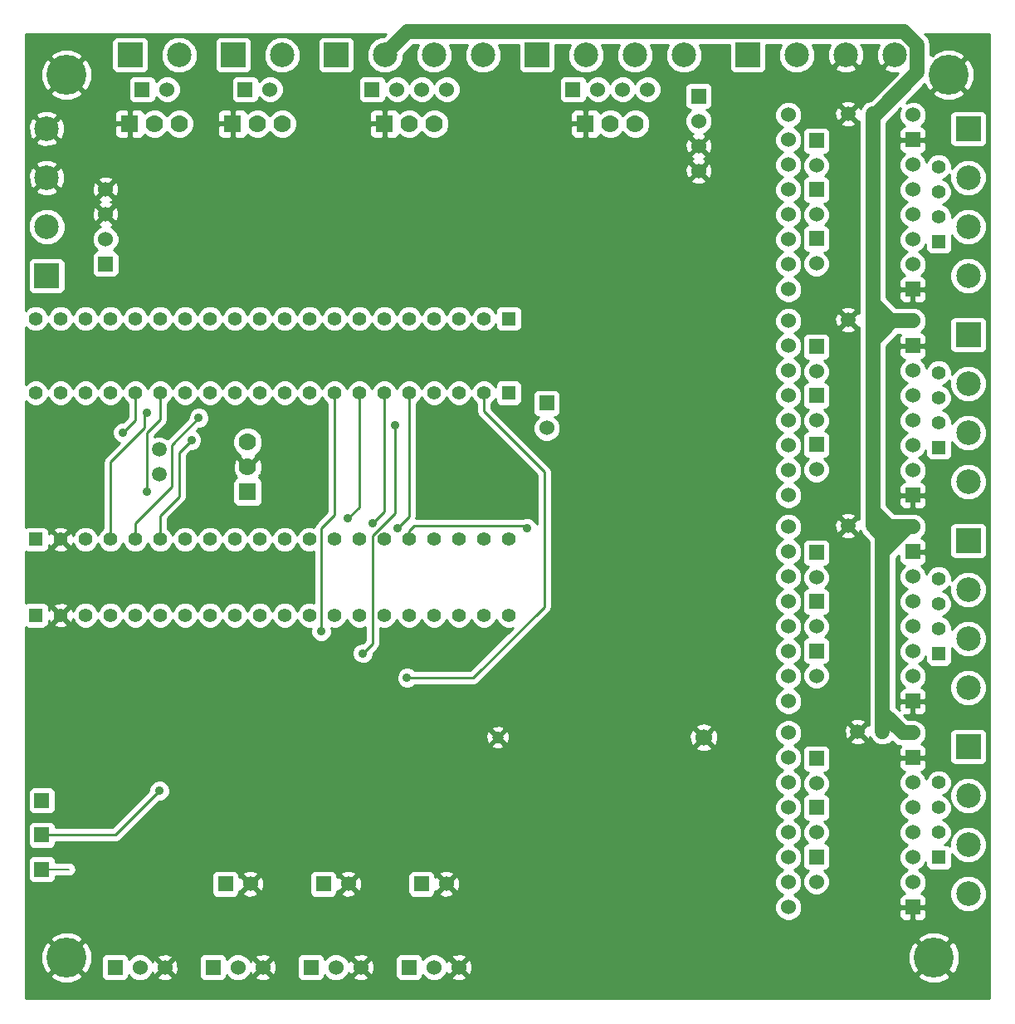
<source format=gbl>
G04 (created by PCBNEW-RS274X (2012-01-19 BZR 3256)-stable) date 23/08/2012 8:13:32 PM*
G01*
G70*
G90*
%MOIN*%
G04 Gerber Fmt 3.4, Leading zero omitted, Abs format*
%FSLAX34Y34*%
G04 APERTURE LIST*
%ADD10C,0.006000*%
%ADD11R,0.055000X0.055000*%
%ADD12C,0.055000*%
%ADD13R,0.098400X0.098400*%
%ADD14C,0.098400*%
%ADD15C,0.070000*%
%ADD16R,0.070000X0.070000*%
%ADD17R,0.060000X0.060000*%
%ADD18C,0.060000*%
%ADD19C,0.059100*%
%ADD20C,0.160000*%
%ADD21C,0.047200*%
%ADD22C,0.066900*%
%ADD23C,0.035000*%
%ADD24C,0.059100*%
%ADD25C,0.009800*%
%ADD26C,0.027600*%
%ADD27C,0.008000*%
%ADD28C,0.010000*%
G04 APERTURE END LIST*
G54D10*
G54D11*
X41733Y-38114D03*
G54D12*
X41733Y-37114D03*
X41733Y-36114D03*
X41733Y-35114D03*
G54D11*
X41733Y-13389D03*
G54D12*
X41733Y-12389D03*
X41733Y-11389D03*
X41733Y-10389D03*
G54D11*
X41733Y-21657D03*
G54D12*
X41733Y-20657D03*
X41733Y-19657D03*
X41733Y-18657D03*
G54D13*
X42914Y-25393D03*
G54D14*
X42914Y-27362D03*
X42914Y-29330D03*
X42914Y-31299D03*
G54D13*
X42914Y-33661D03*
G54D14*
X42914Y-35630D03*
X42914Y-37598D03*
X42914Y-39567D03*
G54D13*
X42914Y-17126D03*
G54D14*
X42914Y-19095D03*
X42914Y-21063D03*
X42914Y-23032D03*
G54D13*
X42914Y-08858D03*
G54D14*
X42914Y-10827D03*
X42914Y-12795D03*
X42914Y-14764D03*
G54D13*
X05906Y-14763D03*
G54D14*
X05906Y-12794D03*
X05906Y-10826D03*
X05906Y-08857D03*
G54D13*
X34056Y-05905D03*
G54D14*
X36025Y-05905D03*
X37993Y-05905D03*
X39962Y-05905D03*
G54D13*
X25591Y-05905D03*
G54D14*
X27560Y-05905D03*
X29528Y-05905D03*
X31497Y-05905D03*
G54D13*
X17521Y-05905D03*
G54D14*
X19490Y-05905D03*
X21458Y-05905D03*
X23427Y-05905D03*
G54D13*
X13387Y-05905D03*
G54D14*
X15356Y-05905D03*
G54D13*
X09253Y-05905D03*
G54D14*
X11222Y-05905D03*
G54D15*
X21473Y-08662D03*
X20473Y-08662D03*
G54D16*
X19473Y-08662D03*
G54D15*
X15371Y-08662D03*
X14371Y-08662D03*
G54D16*
X13371Y-08662D03*
G54D15*
X11237Y-08662D03*
X10237Y-08662D03*
G54D16*
X09237Y-08662D03*
G54D15*
X29544Y-08662D03*
X28544Y-08662D03*
G54D16*
X27544Y-08662D03*
G54D15*
X13977Y-21441D03*
X13977Y-22441D03*
G54D16*
X13977Y-23441D03*
G54D11*
X05461Y-28393D03*
G54D12*
X06461Y-28393D03*
X07461Y-28393D03*
X08461Y-28393D03*
X09461Y-28393D03*
X10461Y-28393D03*
X11461Y-28393D03*
X12461Y-28393D03*
X13461Y-28393D03*
X14461Y-28393D03*
X15461Y-28393D03*
X16461Y-28393D03*
X17461Y-28393D03*
X18461Y-28393D03*
X19461Y-28393D03*
X20461Y-28393D03*
X21461Y-28393D03*
X22461Y-28393D03*
X23461Y-28393D03*
X24461Y-28393D03*
X24461Y-25346D03*
X23461Y-25346D03*
X22461Y-25346D03*
X21461Y-25346D03*
X20461Y-25346D03*
X19461Y-25346D03*
X18461Y-25346D03*
X17461Y-25346D03*
X16461Y-25346D03*
X15461Y-25346D03*
X14461Y-25346D03*
X13461Y-25346D03*
X12461Y-25346D03*
X11461Y-25346D03*
X10461Y-25346D03*
X09461Y-25346D03*
X08461Y-25346D03*
X07461Y-25346D03*
X06461Y-25346D03*
G54D11*
X05461Y-25346D03*
X24461Y-16488D03*
G54D12*
X23461Y-16488D03*
X22461Y-16488D03*
X21461Y-16488D03*
X20461Y-16488D03*
X19461Y-16488D03*
X18461Y-16488D03*
X17461Y-16488D03*
X16461Y-16488D03*
X15461Y-16488D03*
X14461Y-16488D03*
X13461Y-16488D03*
X12461Y-16488D03*
X11461Y-16488D03*
X10461Y-16488D03*
X09461Y-16488D03*
X08461Y-16488D03*
X07461Y-16488D03*
X06461Y-16488D03*
X05461Y-16488D03*
X05461Y-19465D03*
X06461Y-19465D03*
X07461Y-19465D03*
X08461Y-19465D03*
X09461Y-19465D03*
X10461Y-19465D03*
X11461Y-19465D03*
X12461Y-19465D03*
X13461Y-19465D03*
X14461Y-19465D03*
X15461Y-19465D03*
X16461Y-19465D03*
X17461Y-19465D03*
X18461Y-19465D03*
X19461Y-19465D03*
X20461Y-19465D03*
X21461Y-19465D03*
X22461Y-19465D03*
X23461Y-19465D03*
G54D11*
X24461Y-19465D03*
G54D17*
X40691Y-15311D03*
G54D18*
X40691Y-14311D03*
X40691Y-13311D03*
X40691Y-12311D03*
X40691Y-11311D03*
X40691Y-10311D03*
G54D17*
X40691Y-09311D03*
G54D18*
X40691Y-08311D03*
X35691Y-08311D03*
X35691Y-09311D03*
X35691Y-10311D03*
X35691Y-11311D03*
X35691Y-12311D03*
X35691Y-13311D03*
X35691Y-14311D03*
X35691Y-15311D03*
G54D17*
X40691Y-31846D03*
G54D18*
X40691Y-30846D03*
X40691Y-29846D03*
X40691Y-28846D03*
X40691Y-27846D03*
X40691Y-26846D03*
G54D17*
X40691Y-25846D03*
G54D18*
X40691Y-24846D03*
X35691Y-24846D03*
X35691Y-25846D03*
X35691Y-26846D03*
X35691Y-27846D03*
X35691Y-28846D03*
X35691Y-29846D03*
X35691Y-30846D03*
X35691Y-31846D03*
G54D17*
X40691Y-23578D03*
G54D18*
X40691Y-22578D03*
X40691Y-21578D03*
X40691Y-20578D03*
X40691Y-19578D03*
X40691Y-18578D03*
G54D17*
X40691Y-17578D03*
G54D18*
X40691Y-16578D03*
X35691Y-16578D03*
X35691Y-17578D03*
X35691Y-18578D03*
X35691Y-19578D03*
X35691Y-20578D03*
X35691Y-21578D03*
X35691Y-22578D03*
X35691Y-23578D03*
G54D17*
X40691Y-40114D03*
G54D18*
X40691Y-39114D03*
X40691Y-38114D03*
X40691Y-37114D03*
X40691Y-36114D03*
X40691Y-35114D03*
G54D17*
X40691Y-34114D03*
G54D18*
X40691Y-33114D03*
X35691Y-33114D03*
X35691Y-34114D03*
X35691Y-35114D03*
X35691Y-36114D03*
X35691Y-37114D03*
X35691Y-38114D03*
X35691Y-39114D03*
X35691Y-40114D03*
G54D17*
X32087Y-07555D03*
G54D18*
X32087Y-08555D03*
X32087Y-09555D03*
X32087Y-10555D03*
G54D17*
X08268Y-14295D03*
G54D18*
X08268Y-13295D03*
X08268Y-12295D03*
X08268Y-11295D03*
G54D17*
X18973Y-07283D03*
G54D18*
X19973Y-07283D03*
X20973Y-07283D03*
X21973Y-07283D03*
G54D17*
X27044Y-07283D03*
G54D18*
X28044Y-07283D03*
X29044Y-07283D03*
X30044Y-07283D03*
G54D17*
X12583Y-42519D03*
G54D18*
X13583Y-42519D03*
X14583Y-42519D03*
G54D17*
X16520Y-42519D03*
G54D18*
X17520Y-42519D03*
X18520Y-42519D03*
G54D17*
X08646Y-42519D03*
G54D18*
X09646Y-42519D03*
X10646Y-42519D03*
G54D17*
X20457Y-42519D03*
G54D18*
X21457Y-42519D03*
X22457Y-42519D03*
G54D17*
X25985Y-19874D03*
G54D18*
X25985Y-20874D03*
G54D17*
X36813Y-27846D03*
G54D18*
X36813Y-28846D03*
G54D17*
X20958Y-39172D03*
G54D18*
X21958Y-39172D03*
G54D17*
X17020Y-39172D03*
G54D18*
X18020Y-39172D03*
G54D17*
X13083Y-39172D03*
G54D18*
X14083Y-39172D03*
G54D17*
X36813Y-13279D03*
G54D18*
X36813Y-14279D03*
G54D17*
X36813Y-29815D03*
G54D18*
X36813Y-30815D03*
G54D17*
X36813Y-11311D03*
G54D18*
X36813Y-12311D03*
G54D17*
X36813Y-09342D03*
G54D18*
X36813Y-10342D03*
G54D17*
X13871Y-07283D03*
G54D18*
X14871Y-07283D03*
G54D17*
X09737Y-07283D03*
G54D18*
X10737Y-07283D03*
G54D17*
X36813Y-34145D03*
G54D18*
X36813Y-35145D03*
G54D17*
X36813Y-17610D03*
G54D18*
X36813Y-18610D03*
G54D17*
X36813Y-36114D03*
G54D18*
X36813Y-37114D03*
G54D17*
X36813Y-19578D03*
G54D18*
X36813Y-20578D03*
G54D17*
X36813Y-38082D03*
G54D18*
X36813Y-39082D03*
G54D17*
X36813Y-21547D03*
G54D18*
X36813Y-22547D03*
G54D17*
X36813Y-25878D03*
G54D18*
X36813Y-26878D03*
G54D17*
X05709Y-37204D03*
X05709Y-38582D03*
X05709Y-35826D03*
G54D19*
X38084Y-24803D03*
X39084Y-24803D03*
X38084Y-16535D03*
X39084Y-16535D03*
X38478Y-33070D03*
X39478Y-33070D03*
X38084Y-08267D03*
X39084Y-08267D03*
X10434Y-22744D03*
X10434Y-21744D03*
G54D20*
X06694Y-06693D03*
X42127Y-06693D03*
X06694Y-42126D03*
X41537Y-42126D03*
G54D21*
X24016Y-33287D03*
G54D22*
X32284Y-33287D03*
G54D11*
X41733Y-29925D03*
G54D12*
X41733Y-28925D03*
X41733Y-27925D03*
X41733Y-26925D03*
G54D23*
X19981Y-24901D03*
X12008Y-20472D03*
X09942Y-20275D03*
X08957Y-21063D03*
X18997Y-24704D03*
X26477Y-22244D03*
X22540Y-21653D03*
X23327Y-22342D03*
X16930Y-29035D03*
X10434Y-35433D03*
X18012Y-24507D03*
X25197Y-24901D03*
X20375Y-30905D03*
X19882Y-20767D03*
X18603Y-29921D03*
X11713Y-21358D03*
X09942Y-23425D03*
G54D24*
X39478Y-25876D02*
X39478Y-25197D01*
X39478Y-32312D02*
X39478Y-25876D01*
X40508Y-24846D02*
X39478Y-25876D01*
X39478Y-25197D02*
X39084Y-24803D01*
X39478Y-33070D02*
X39478Y-32312D01*
X39084Y-17372D02*
X39084Y-16535D01*
X39084Y-24202D02*
X39084Y-17372D01*
X39084Y-24803D02*
X39084Y-24202D01*
X39084Y-15855D02*
X39084Y-08267D01*
X39084Y-16535D02*
X39084Y-15855D01*
X39214Y-08267D02*
X40867Y-06614D01*
X39084Y-08267D02*
X39214Y-08267D01*
X39807Y-16578D02*
X39084Y-15855D01*
X40691Y-24846D02*
X39728Y-24846D01*
X39728Y-24846D02*
X39084Y-24202D01*
X40691Y-33114D02*
X40280Y-33114D01*
X40691Y-24846D02*
X40508Y-24846D01*
X40691Y-16578D02*
X39807Y-16578D01*
X39878Y-16578D02*
X39084Y-17372D01*
X40280Y-33114D02*
X39478Y-32312D01*
X40691Y-16578D02*
X39878Y-16578D01*
X20394Y-04960D02*
X40315Y-04960D01*
X40315Y-04960D02*
X40867Y-05512D01*
X19490Y-05905D02*
X19490Y-05864D01*
X19490Y-05864D02*
X20394Y-04960D01*
X40867Y-05512D02*
X40867Y-06614D01*
G54D25*
X20461Y-24421D02*
X20461Y-19465D01*
X19981Y-24901D02*
X20461Y-24421D01*
X10926Y-22539D02*
X10926Y-23228D01*
X10926Y-21555D02*
X10926Y-22539D01*
X10926Y-21555D02*
X10926Y-21554D01*
X09461Y-25346D02*
X09461Y-24693D01*
X09461Y-24693D02*
X10139Y-24015D01*
X10926Y-23228D02*
X10139Y-24015D01*
X10926Y-21554D02*
X12008Y-20472D01*
X09843Y-20866D02*
X08461Y-22248D01*
X08461Y-22248D02*
X08461Y-25346D01*
X09942Y-20275D02*
X09843Y-20374D01*
X09843Y-20374D02*
X09843Y-20866D01*
X09461Y-20559D02*
X08957Y-21063D01*
X09461Y-19465D02*
X09461Y-20559D01*
X19461Y-24240D02*
X19461Y-19465D01*
X18997Y-24704D02*
X19461Y-24240D01*
G54D26*
X22540Y-21653D02*
X23229Y-22342D01*
X23229Y-22342D02*
X23327Y-22342D01*
G54D27*
X05709Y-38582D02*
X06792Y-38582D01*
G54D25*
X08663Y-37204D02*
X05709Y-37204D01*
X17461Y-19465D02*
X17461Y-24370D01*
X17461Y-24370D02*
X16930Y-24901D01*
X16930Y-24901D02*
X16930Y-29035D01*
X10434Y-35433D02*
X08663Y-37204D01*
X18012Y-24507D02*
X18461Y-24058D01*
X18461Y-24058D02*
X18461Y-19465D01*
X20461Y-25346D02*
X20461Y-25012D01*
X25099Y-24803D02*
X25197Y-24901D01*
X20670Y-24803D02*
X25099Y-24803D01*
X20461Y-25012D02*
X20670Y-24803D01*
X23461Y-19465D02*
X23461Y-20212D01*
X25886Y-28051D02*
X23032Y-30905D01*
X23461Y-20212D02*
X25886Y-22637D01*
X23032Y-30905D02*
X20375Y-30905D01*
X25886Y-22637D02*
X25886Y-28051D01*
X18997Y-25196D02*
X19882Y-24311D01*
X19882Y-24311D02*
X19882Y-20767D01*
X18997Y-29527D02*
X18997Y-25196D01*
X18603Y-29921D02*
X18997Y-29527D01*
X11713Y-21358D02*
X11221Y-21850D01*
X11221Y-21850D02*
X11221Y-23622D01*
X11221Y-23622D02*
X10461Y-24382D01*
X10461Y-24382D02*
X10461Y-25346D01*
X10461Y-19465D02*
X10461Y-20543D01*
X09942Y-21062D02*
X09942Y-23425D01*
X10461Y-20543D02*
X09942Y-21062D01*
G54D10*
G36*
X10505Y-22744D02*
X10434Y-22815D01*
X10363Y-22744D01*
X10434Y-22673D01*
X10505Y-22744D01*
X10505Y-22744D01*
G37*
G54D28*
X10505Y-22744D02*
X10434Y-22815D01*
X10363Y-22744D01*
X10434Y-22673D01*
X10505Y-22744D01*
G54D10*
G36*
X17162Y-24246D02*
X16719Y-24690D01*
X16654Y-24786D01*
X16650Y-24805D01*
X16640Y-24852D01*
X16566Y-24821D01*
X16357Y-24821D01*
X16164Y-24901D01*
X16016Y-25048D01*
X15960Y-25181D01*
X15906Y-25049D01*
X15759Y-24901D01*
X15566Y-24821D01*
X15357Y-24821D01*
X15164Y-24901D01*
X15016Y-25048D01*
X14960Y-25181D01*
X14906Y-25049D01*
X14759Y-24901D01*
X14576Y-24825D01*
X14576Y-23841D01*
X14576Y-23742D01*
X14576Y-23042D01*
X14576Y-21560D01*
X14576Y-21322D01*
X14485Y-21102D01*
X14316Y-20933D01*
X14096Y-20842D01*
X13858Y-20842D01*
X13638Y-20933D01*
X13469Y-21102D01*
X13378Y-21322D01*
X13378Y-21560D01*
X13469Y-21780D01*
X13638Y-21949D01*
X13657Y-21956D01*
X13634Y-22027D01*
X13977Y-22370D01*
X14320Y-22027D01*
X14296Y-21956D01*
X14316Y-21949D01*
X14485Y-21780D01*
X14576Y-21560D01*
X14576Y-23042D01*
X14570Y-23027D01*
X14538Y-22950D01*
X14468Y-22880D01*
X14420Y-22860D01*
X14479Y-22802D01*
X14443Y-22766D01*
X14490Y-22751D01*
X14570Y-22532D01*
X14559Y-22297D01*
X14490Y-22131D01*
X14391Y-22098D01*
X14083Y-22406D01*
X14048Y-22441D01*
X13977Y-22512D01*
X13906Y-22441D01*
X13871Y-22406D01*
X13563Y-22098D01*
X13464Y-22131D01*
X13384Y-22350D01*
X13395Y-22585D01*
X13464Y-22751D01*
X13510Y-22766D01*
X13475Y-22802D01*
X13533Y-22860D01*
X13486Y-22880D01*
X13416Y-22950D01*
X13378Y-23041D01*
X13378Y-23140D01*
X13378Y-23840D01*
X13416Y-23932D01*
X13486Y-24002D01*
X13577Y-24040D01*
X13676Y-24040D01*
X14376Y-24040D01*
X14468Y-24002D01*
X14538Y-23932D01*
X14576Y-23841D01*
X14576Y-24825D01*
X14566Y-24821D01*
X14357Y-24821D01*
X14164Y-24901D01*
X14016Y-25048D01*
X13960Y-25181D01*
X13906Y-25049D01*
X13759Y-24901D01*
X13566Y-24821D01*
X13357Y-24821D01*
X13164Y-24901D01*
X13016Y-25048D01*
X12960Y-25181D01*
X12906Y-25049D01*
X12759Y-24901D01*
X12566Y-24821D01*
X12357Y-24821D01*
X12164Y-24901D01*
X12016Y-25048D01*
X11960Y-25181D01*
X11906Y-25049D01*
X11759Y-24901D01*
X11566Y-24821D01*
X11357Y-24821D01*
X11164Y-24901D01*
X11016Y-25048D01*
X10960Y-25181D01*
X10906Y-25049D01*
X10760Y-24902D01*
X10760Y-24505D01*
X11432Y-23834D01*
X11432Y-23833D01*
X11474Y-23769D01*
X11496Y-23737D01*
X11497Y-23736D01*
X11519Y-23623D01*
X11520Y-23622D01*
X11520Y-21973D01*
X11710Y-21783D01*
X11797Y-21783D01*
X11953Y-21719D01*
X12073Y-21599D01*
X12138Y-21443D01*
X12138Y-21274D01*
X12074Y-21118D01*
X11954Y-20998D01*
X11919Y-20983D01*
X12005Y-20897D01*
X12092Y-20897D01*
X12248Y-20833D01*
X12368Y-20713D01*
X12433Y-20557D01*
X12433Y-20388D01*
X12369Y-20232D01*
X12249Y-20112D01*
X12093Y-20047D01*
X11924Y-20047D01*
X11768Y-20111D01*
X11648Y-20231D01*
X11583Y-20387D01*
X11583Y-20474D01*
X10758Y-21299D01*
X10742Y-21283D01*
X10542Y-21200D01*
X10326Y-21200D01*
X10241Y-21235D01*
X10241Y-21185D01*
X10672Y-20755D01*
X10672Y-20754D01*
X10714Y-20690D01*
X10736Y-20658D01*
X10737Y-20657D01*
X10759Y-20544D01*
X10760Y-20543D01*
X10760Y-19908D01*
X10906Y-19763D01*
X10961Y-19629D01*
X11016Y-19762D01*
X11163Y-19910D01*
X11356Y-19990D01*
X11565Y-19990D01*
X11758Y-19910D01*
X11906Y-19763D01*
X11961Y-19629D01*
X12016Y-19762D01*
X12163Y-19910D01*
X12356Y-19990D01*
X12565Y-19990D01*
X12758Y-19910D01*
X12906Y-19763D01*
X12961Y-19629D01*
X13016Y-19762D01*
X13163Y-19910D01*
X13356Y-19990D01*
X13565Y-19990D01*
X13758Y-19910D01*
X13906Y-19763D01*
X13961Y-19629D01*
X14016Y-19762D01*
X14163Y-19910D01*
X14356Y-19990D01*
X14565Y-19990D01*
X14758Y-19910D01*
X14906Y-19763D01*
X14961Y-19629D01*
X15016Y-19762D01*
X15163Y-19910D01*
X15356Y-19990D01*
X15565Y-19990D01*
X15758Y-19910D01*
X15906Y-19763D01*
X15961Y-19629D01*
X16016Y-19762D01*
X16163Y-19910D01*
X16356Y-19990D01*
X16565Y-19990D01*
X16758Y-19910D01*
X16906Y-19763D01*
X16961Y-19629D01*
X17016Y-19762D01*
X17162Y-19908D01*
X17162Y-24246D01*
X17162Y-24246D01*
G37*
G54D28*
X17162Y-24246D02*
X16719Y-24690D01*
X16654Y-24786D01*
X16650Y-24805D01*
X16640Y-24852D01*
X16566Y-24821D01*
X16357Y-24821D01*
X16164Y-24901D01*
X16016Y-25048D01*
X15960Y-25181D01*
X15906Y-25049D01*
X15759Y-24901D01*
X15566Y-24821D01*
X15357Y-24821D01*
X15164Y-24901D01*
X15016Y-25048D01*
X14960Y-25181D01*
X14906Y-25049D01*
X14759Y-24901D01*
X14576Y-24825D01*
X14576Y-23841D01*
X14576Y-23742D01*
X14576Y-23042D01*
X14576Y-21560D01*
X14576Y-21322D01*
X14485Y-21102D01*
X14316Y-20933D01*
X14096Y-20842D01*
X13858Y-20842D01*
X13638Y-20933D01*
X13469Y-21102D01*
X13378Y-21322D01*
X13378Y-21560D01*
X13469Y-21780D01*
X13638Y-21949D01*
X13657Y-21956D01*
X13634Y-22027D01*
X13977Y-22370D01*
X14320Y-22027D01*
X14296Y-21956D01*
X14316Y-21949D01*
X14485Y-21780D01*
X14576Y-21560D01*
X14576Y-23042D01*
X14570Y-23027D01*
X14538Y-22950D01*
X14468Y-22880D01*
X14420Y-22860D01*
X14479Y-22802D01*
X14443Y-22766D01*
X14490Y-22751D01*
X14570Y-22532D01*
X14559Y-22297D01*
X14490Y-22131D01*
X14391Y-22098D01*
X14083Y-22406D01*
X14048Y-22441D01*
X13977Y-22512D01*
X13906Y-22441D01*
X13871Y-22406D01*
X13563Y-22098D01*
X13464Y-22131D01*
X13384Y-22350D01*
X13395Y-22585D01*
X13464Y-22751D01*
X13510Y-22766D01*
X13475Y-22802D01*
X13533Y-22860D01*
X13486Y-22880D01*
X13416Y-22950D01*
X13378Y-23041D01*
X13378Y-23140D01*
X13378Y-23840D01*
X13416Y-23932D01*
X13486Y-24002D01*
X13577Y-24040D01*
X13676Y-24040D01*
X14376Y-24040D01*
X14468Y-24002D01*
X14538Y-23932D01*
X14576Y-23841D01*
X14576Y-24825D01*
X14566Y-24821D01*
X14357Y-24821D01*
X14164Y-24901D01*
X14016Y-25048D01*
X13960Y-25181D01*
X13906Y-25049D01*
X13759Y-24901D01*
X13566Y-24821D01*
X13357Y-24821D01*
X13164Y-24901D01*
X13016Y-25048D01*
X12960Y-25181D01*
X12906Y-25049D01*
X12759Y-24901D01*
X12566Y-24821D01*
X12357Y-24821D01*
X12164Y-24901D01*
X12016Y-25048D01*
X11960Y-25181D01*
X11906Y-25049D01*
X11759Y-24901D01*
X11566Y-24821D01*
X11357Y-24821D01*
X11164Y-24901D01*
X11016Y-25048D01*
X10960Y-25181D01*
X10906Y-25049D01*
X10760Y-24902D01*
X10760Y-24505D01*
X11432Y-23834D01*
X11432Y-23833D01*
X11474Y-23769D01*
X11496Y-23737D01*
X11497Y-23736D01*
X11519Y-23623D01*
X11520Y-23622D01*
X11520Y-21973D01*
X11710Y-21783D01*
X11797Y-21783D01*
X11953Y-21719D01*
X12073Y-21599D01*
X12138Y-21443D01*
X12138Y-21274D01*
X12074Y-21118D01*
X11954Y-20998D01*
X11919Y-20983D01*
X12005Y-20897D01*
X12092Y-20897D01*
X12248Y-20833D01*
X12368Y-20713D01*
X12433Y-20557D01*
X12433Y-20388D01*
X12369Y-20232D01*
X12249Y-20112D01*
X12093Y-20047D01*
X11924Y-20047D01*
X11768Y-20111D01*
X11648Y-20231D01*
X11583Y-20387D01*
X11583Y-20474D01*
X10758Y-21299D01*
X10742Y-21283D01*
X10542Y-21200D01*
X10326Y-21200D01*
X10241Y-21235D01*
X10241Y-21185D01*
X10672Y-20755D01*
X10672Y-20754D01*
X10714Y-20690D01*
X10736Y-20658D01*
X10737Y-20657D01*
X10759Y-20544D01*
X10760Y-20543D01*
X10760Y-19908D01*
X10906Y-19763D01*
X10961Y-19629D01*
X11016Y-19762D01*
X11163Y-19910D01*
X11356Y-19990D01*
X11565Y-19990D01*
X11758Y-19910D01*
X11906Y-19763D01*
X11961Y-19629D01*
X12016Y-19762D01*
X12163Y-19910D01*
X12356Y-19990D01*
X12565Y-19990D01*
X12758Y-19910D01*
X12906Y-19763D01*
X12961Y-19629D01*
X13016Y-19762D01*
X13163Y-19910D01*
X13356Y-19990D01*
X13565Y-19990D01*
X13758Y-19910D01*
X13906Y-19763D01*
X13961Y-19629D01*
X14016Y-19762D01*
X14163Y-19910D01*
X14356Y-19990D01*
X14565Y-19990D01*
X14758Y-19910D01*
X14906Y-19763D01*
X14961Y-19629D01*
X15016Y-19762D01*
X15163Y-19910D01*
X15356Y-19990D01*
X15565Y-19990D01*
X15758Y-19910D01*
X15906Y-19763D01*
X15961Y-19629D01*
X16016Y-19762D01*
X16163Y-19910D01*
X16356Y-19990D01*
X16565Y-19990D01*
X16758Y-19910D01*
X16906Y-19763D01*
X16961Y-19629D01*
X17016Y-19762D01*
X17162Y-19908D01*
X17162Y-24246D01*
G54D10*
G36*
X25587Y-24731D02*
X25558Y-24661D01*
X25438Y-24541D01*
X25282Y-24476D01*
X25113Y-24476D01*
X25044Y-24504D01*
X20743Y-24504D01*
X20759Y-24422D01*
X20760Y-24421D01*
X20760Y-19908D01*
X20906Y-19763D01*
X20961Y-19629D01*
X21016Y-19762D01*
X21163Y-19910D01*
X21356Y-19990D01*
X21565Y-19990D01*
X21758Y-19910D01*
X21906Y-19763D01*
X21961Y-19629D01*
X22016Y-19762D01*
X22163Y-19910D01*
X22356Y-19990D01*
X22565Y-19990D01*
X22758Y-19910D01*
X22906Y-19763D01*
X22961Y-19629D01*
X23016Y-19762D01*
X23162Y-19908D01*
X23162Y-20212D01*
X23181Y-20307D01*
X23185Y-20327D01*
X23250Y-20423D01*
X25587Y-22760D01*
X25587Y-24731D01*
X25587Y-24731D01*
G37*
G54D28*
X25587Y-24731D02*
X25558Y-24661D01*
X25438Y-24541D01*
X25282Y-24476D01*
X25113Y-24476D01*
X25044Y-24504D01*
X20743Y-24504D01*
X20759Y-24422D01*
X20760Y-24421D01*
X20760Y-19908D01*
X20906Y-19763D01*
X20961Y-19629D01*
X21016Y-19762D01*
X21163Y-19910D01*
X21356Y-19990D01*
X21565Y-19990D01*
X21758Y-19910D01*
X21906Y-19763D01*
X21961Y-19629D01*
X22016Y-19762D01*
X22163Y-19910D01*
X22356Y-19990D01*
X22565Y-19990D01*
X22758Y-19910D01*
X22906Y-19763D01*
X22961Y-19629D01*
X23016Y-19762D01*
X23162Y-19908D01*
X23162Y-20212D01*
X23181Y-20307D01*
X23185Y-20327D01*
X23250Y-20423D01*
X25587Y-22760D01*
X25587Y-24731D01*
G54D10*
G36*
X43770Y-43769D02*
X43656Y-43769D01*
X43656Y-39715D01*
X43656Y-39420D01*
X43656Y-37746D01*
X43656Y-37451D01*
X43656Y-35778D01*
X43656Y-35483D01*
X43656Y-31447D01*
X43656Y-31152D01*
X43543Y-30879D01*
X43335Y-30670D01*
X43062Y-30557D01*
X42767Y-30557D01*
X42494Y-30670D01*
X42285Y-30878D01*
X42172Y-31151D01*
X42172Y-31446D01*
X42285Y-31719D01*
X42493Y-31928D01*
X42766Y-32041D01*
X43061Y-32041D01*
X43334Y-31928D01*
X43543Y-31720D01*
X43656Y-31447D01*
X43656Y-35483D01*
X43655Y-35480D01*
X43655Y-34203D01*
X43655Y-34104D01*
X43655Y-33120D01*
X43617Y-33028D01*
X43547Y-32958D01*
X43456Y-32920D01*
X43357Y-32920D01*
X42373Y-32920D01*
X42281Y-32958D01*
X42211Y-33028D01*
X42173Y-33119D01*
X42173Y-33218D01*
X42173Y-34202D01*
X42211Y-34294D01*
X42281Y-34364D01*
X42372Y-34402D01*
X42471Y-34402D01*
X43455Y-34402D01*
X43547Y-34364D01*
X43617Y-34294D01*
X43655Y-34203D01*
X43655Y-35480D01*
X43543Y-35210D01*
X43335Y-35001D01*
X43062Y-34888D01*
X42767Y-34888D01*
X42494Y-35001D01*
X42285Y-35209D01*
X42172Y-35482D01*
X42172Y-35777D01*
X42285Y-36050D01*
X42493Y-36259D01*
X42766Y-36372D01*
X43061Y-36372D01*
X43334Y-36259D01*
X43543Y-36051D01*
X43656Y-35778D01*
X43656Y-37451D01*
X43543Y-37178D01*
X43335Y-36969D01*
X43062Y-36856D01*
X42767Y-36856D01*
X42494Y-36969D01*
X42285Y-37177D01*
X42172Y-37450D01*
X42172Y-37651D01*
X42149Y-37628D01*
X42058Y-37590D01*
X41959Y-37590D01*
X41955Y-37590D01*
X42030Y-37559D01*
X42178Y-37412D01*
X42258Y-37219D01*
X42258Y-37010D01*
X42178Y-36817D01*
X42031Y-36669D01*
X41897Y-36613D01*
X42030Y-36559D01*
X42178Y-36412D01*
X42258Y-36219D01*
X42258Y-36010D01*
X42178Y-35817D01*
X42031Y-35669D01*
X41897Y-35613D01*
X42030Y-35559D01*
X42178Y-35412D01*
X42258Y-35219D01*
X42258Y-35010D01*
X42178Y-34817D01*
X42031Y-34669D01*
X41838Y-34589D01*
X41629Y-34589D01*
X41436Y-34669D01*
X41288Y-34816D01*
X41224Y-34968D01*
X41156Y-34803D01*
X41016Y-34663D01*
X41041Y-34663D01*
X41132Y-34625D01*
X41202Y-34555D01*
X41240Y-34463D01*
X41241Y-34226D01*
X41179Y-34164D01*
X40791Y-34164D01*
X40741Y-34164D01*
X40641Y-34164D01*
X40591Y-34164D01*
X40203Y-34164D01*
X40141Y-34226D01*
X40142Y-34463D01*
X40180Y-34555D01*
X40250Y-34625D01*
X40341Y-34663D01*
X40366Y-34663D01*
X40226Y-34803D01*
X40142Y-35005D01*
X40142Y-35223D01*
X40226Y-35425D01*
X40380Y-35579D01*
X40464Y-35614D01*
X40380Y-35649D01*
X40226Y-35803D01*
X40142Y-36005D01*
X40142Y-36223D01*
X40226Y-36425D01*
X40380Y-36579D01*
X40464Y-36614D01*
X40380Y-36649D01*
X40226Y-36803D01*
X40142Y-37005D01*
X40142Y-37223D01*
X40226Y-37425D01*
X40380Y-37579D01*
X40464Y-37614D01*
X40380Y-37649D01*
X40226Y-37803D01*
X40142Y-38005D01*
X40142Y-38223D01*
X40226Y-38425D01*
X40380Y-38579D01*
X40464Y-38614D01*
X40380Y-38649D01*
X40226Y-38803D01*
X40142Y-39005D01*
X40142Y-39223D01*
X40226Y-39425D01*
X40366Y-39565D01*
X40341Y-39565D01*
X40250Y-39603D01*
X40180Y-39673D01*
X40142Y-39765D01*
X40141Y-40002D01*
X40203Y-40064D01*
X40591Y-40064D01*
X40641Y-40064D01*
X40741Y-40064D01*
X40791Y-40064D01*
X41179Y-40064D01*
X41241Y-40002D01*
X41240Y-39765D01*
X41202Y-39673D01*
X41132Y-39603D01*
X41041Y-39565D01*
X41016Y-39565D01*
X41156Y-39425D01*
X41240Y-39223D01*
X41240Y-39005D01*
X41156Y-38803D01*
X41002Y-38649D01*
X40917Y-38614D01*
X41002Y-38579D01*
X41156Y-38425D01*
X41209Y-38297D01*
X41209Y-38438D01*
X41247Y-38530D01*
X41317Y-38600D01*
X41408Y-38638D01*
X41507Y-38638D01*
X42057Y-38638D01*
X42149Y-38600D01*
X42219Y-38530D01*
X42257Y-38439D01*
X42257Y-38340D01*
X42257Y-37950D01*
X42285Y-38018D01*
X42493Y-38227D01*
X42766Y-38340D01*
X43061Y-38340D01*
X43334Y-38227D01*
X43543Y-38019D01*
X43656Y-37746D01*
X43656Y-39420D01*
X43543Y-39147D01*
X43335Y-38938D01*
X43062Y-38825D01*
X42767Y-38825D01*
X42494Y-38938D01*
X42285Y-39146D01*
X42172Y-39419D01*
X42172Y-39714D01*
X42285Y-39987D01*
X42493Y-40196D01*
X42766Y-40309D01*
X43061Y-40309D01*
X43334Y-40196D01*
X43543Y-39988D01*
X43656Y-39715D01*
X43656Y-43769D01*
X42567Y-43769D01*
X42567Y-42322D01*
X42564Y-41912D01*
X42414Y-41550D01*
X42270Y-41464D01*
X42199Y-41535D01*
X42199Y-41393D01*
X42113Y-41249D01*
X41733Y-41096D01*
X41323Y-41099D01*
X41241Y-41132D01*
X41241Y-40226D01*
X41179Y-40164D01*
X40741Y-40164D01*
X40741Y-40602D01*
X40803Y-40664D01*
X40942Y-40663D01*
X41041Y-40663D01*
X41132Y-40625D01*
X41202Y-40555D01*
X41240Y-40463D01*
X41241Y-40226D01*
X41241Y-41132D01*
X40961Y-41249D01*
X40875Y-41393D01*
X41537Y-42055D01*
X42199Y-41393D01*
X42199Y-41535D01*
X41608Y-42126D01*
X42270Y-42788D01*
X42414Y-42702D01*
X42567Y-42322D01*
X42567Y-43769D01*
X42199Y-43769D01*
X42199Y-42859D01*
X41537Y-42197D01*
X41466Y-42268D01*
X41466Y-42126D01*
X40804Y-41464D01*
X40660Y-41550D01*
X40641Y-41597D01*
X40641Y-40602D01*
X40641Y-40164D01*
X40203Y-40164D01*
X40141Y-40226D01*
X40142Y-40463D01*
X40180Y-40555D01*
X40250Y-40625D01*
X40341Y-40663D01*
X40440Y-40663D01*
X40579Y-40664D01*
X40641Y-40602D01*
X40641Y-41597D01*
X40507Y-41930D01*
X40510Y-42340D01*
X40660Y-42702D01*
X40804Y-42788D01*
X41466Y-42126D01*
X41466Y-42268D01*
X40875Y-42859D01*
X40961Y-43003D01*
X41341Y-43156D01*
X41751Y-43153D01*
X42113Y-43003D01*
X42199Y-42859D01*
X42199Y-43769D01*
X38782Y-43769D01*
X38782Y-33445D01*
X38478Y-33141D01*
X38407Y-33212D01*
X38407Y-33070D01*
X38103Y-32766D01*
X38010Y-32791D01*
X37938Y-32992D01*
X37950Y-33204D01*
X38010Y-33349D01*
X38103Y-33374D01*
X38407Y-33070D01*
X38407Y-33212D01*
X38174Y-33445D01*
X38199Y-33538D01*
X38400Y-33610D01*
X38612Y-33598D01*
X38757Y-33538D01*
X38782Y-33445D01*
X38782Y-43769D01*
X37362Y-43769D01*
X37362Y-39191D01*
X37362Y-38973D01*
X37278Y-38771D01*
X37138Y-38631D01*
X37162Y-38631D01*
X37254Y-38593D01*
X37324Y-38523D01*
X37362Y-38432D01*
X37362Y-38333D01*
X37362Y-37733D01*
X37324Y-37641D01*
X37254Y-37571D01*
X37167Y-37535D01*
X37278Y-37425D01*
X37362Y-37223D01*
X37362Y-37005D01*
X37278Y-36803D01*
X37138Y-36663D01*
X37162Y-36663D01*
X37254Y-36625D01*
X37324Y-36555D01*
X37362Y-36464D01*
X37362Y-36365D01*
X37362Y-35765D01*
X37324Y-35673D01*
X37254Y-35603D01*
X37167Y-35566D01*
X37278Y-35456D01*
X37362Y-35254D01*
X37362Y-35036D01*
X37278Y-34834D01*
X37138Y-34694D01*
X37162Y-34694D01*
X37254Y-34656D01*
X37324Y-34586D01*
X37362Y-34495D01*
X37362Y-34396D01*
X37362Y-33796D01*
X37362Y-30924D01*
X37362Y-30706D01*
X37278Y-30504D01*
X37138Y-30364D01*
X37162Y-30364D01*
X37254Y-30326D01*
X37324Y-30256D01*
X37362Y-30165D01*
X37362Y-30066D01*
X37362Y-29466D01*
X37324Y-29374D01*
X37254Y-29304D01*
X37167Y-29267D01*
X37278Y-29157D01*
X37362Y-28955D01*
X37362Y-28737D01*
X37278Y-28535D01*
X37138Y-28395D01*
X37162Y-28395D01*
X37254Y-28357D01*
X37324Y-28287D01*
X37362Y-28196D01*
X37362Y-28097D01*
X37362Y-27497D01*
X37324Y-27405D01*
X37254Y-27335D01*
X37167Y-27299D01*
X37278Y-27189D01*
X37362Y-26987D01*
X37362Y-26769D01*
X37278Y-26567D01*
X37138Y-26427D01*
X37162Y-26427D01*
X37254Y-26389D01*
X37324Y-26319D01*
X37362Y-26228D01*
X37362Y-26129D01*
X37362Y-25529D01*
X37362Y-22656D01*
X37362Y-22438D01*
X37278Y-22236D01*
X37138Y-22096D01*
X37162Y-22096D01*
X37254Y-22058D01*
X37324Y-21988D01*
X37362Y-21897D01*
X37362Y-21798D01*
X37362Y-21198D01*
X37324Y-21106D01*
X37254Y-21036D01*
X37167Y-20999D01*
X37278Y-20889D01*
X37362Y-20687D01*
X37362Y-20469D01*
X37278Y-20267D01*
X37138Y-20127D01*
X37162Y-20127D01*
X37254Y-20089D01*
X37324Y-20019D01*
X37362Y-19928D01*
X37362Y-19829D01*
X37362Y-19229D01*
X37324Y-19137D01*
X37254Y-19067D01*
X37167Y-19031D01*
X37278Y-18921D01*
X37362Y-18719D01*
X37362Y-18501D01*
X37278Y-18299D01*
X37138Y-18159D01*
X37162Y-18159D01*
X37254Y-18121D01*
X37324Y-18051D01*
X37362Y-17960D01*
X37362Y-17861D01*
X37362Y-17261D01*
X37362Y-14388D01*
X37362Y-14170D01*
X37278Y-13968D01*
X37138Y-13828D01*
X37162Y-13828D01*
X37254Y-13790D01*
X37324Y-13720D01*
X37362Y-13629D01*
X37362Y-13530D01*
X37362Y-12930D01*
X37324Y-12838D01*
X37254Y-12768D01*
X37167Y-12732D01*
X37278Y-12622D01*
X37362Y-12420D01*
X37362Y-12202D01*
X37278Y-12000D01*
X37138Y-11860D01*
X37162Y-11860D01*
X37254Y-11822D01*
X37324Y-11752D01*
X37362Y-11661D01*
X37362Y-11562D01*
X37362Y-10962D01*
X37324Y-10870D01*
X37254Y-10800D01*
X37167Y-10763D01*
X37278Y-10653D01*
X37362Y-10451D01*
X37362Y-10233D01*
X37278Y-10031D01*
X37138Y-09891D01*
X37162Y-09891D01*
X37254Y-09853D01*
X37324Y-09783D01*
X37362Y-09692D01*
X37362Y-09593D01*
X37362Y-08993D01*
X37324Y-08901D01*
X37254Y-08831D01*
X37163Y-08793D01*
X37064Y-08793D01*
X36464Y-08793D01*
X36372Y-08831D01*
X36302Y-08901D01*
X36264Y-08992D01*
X36264Y-09091D01*
X36264Y-09691D01*
X36302Y-09783D01*
X36372Y-09853D01*
X36463Y-09891D01*
X36488Y-09891D01*
X36348Y-10031D01*
X36264Y-10233D01*
X36264Y-10451D01*
X36348Y-10653D01*
X36459Y-10764D01*
X36372Y-10800D01*
X36302Y-10870D01*
X36264Y-10961D01*
X36264Y-11060D01*
X36264Y-11660D01*
X36302Y-11752D01*
X36372Y-11822D01*
X36463Y-11860D01*
X36488Y-11860D01*
X36348Y-12000D01*
X36264Y-12202D01*
X36264Y-12420D01*
X36348Y-12622D01*
X36458Y-12732D01*
X36372Y-12768D01*
X36302Y-12838D01*
X36264Y-12929D01*
X36264Y-13028D01*
X36264Y-13628D01*
X36302Y-13720D01*
X36372Y-13790D01*
X36463Y-13828D01*
X36488Y-13828D01*
X36348Y-13968D01*
X36264Y-14170D01*
X36264Y-14388D01*
X36348Y-14590D01*
X36502Y-14744D01*
X36704Y-14828D01*
X36922Y-14828D01*
X37124Y-14744D01*
X37278Y-14590D01*
X37362Y-14388D01*
X37362Y-17261D01*
X37324Y-17169D01*
X37254Y-17099D01*
X37163Y-17061D01*
X37064Y-17061D01*
X36464Y-17061D01*
X36372Y-17099D01*
X36302Y-17169D01*
X36264Y-17260D01*
X36264Y-17359D01*
X36264Y-17959D01*
X36302Y-18051D01*
X36372Y-18121D01*
X36463Y-18159D01*
X36488Y-18159D01*
X36348Y-18299D01*
X36264Y-18501D01*
X36264Y-18719D01*
X36348Y-18921D01*
X36458Y-19031D01*
X36372Y-19067D01*
X36302Y-19137D01*
X36264Y-19228D01*
X36264Y-19327D01*
X36264Y-19927D01*
X36302Y-20019D01*
X36372Y-20089D01*
X36463Y-20127D01*
X36488Y-20127D01*
X36348Y-20267D01*
X36264Y-20469D01*
X36264Y-20687D01*
X36348Y-20889D01*
X36459Y-21000D01*
X36372Y-21036D01*
X36302Y-21106D01*
X36264Y-21197D01*
X36264Y-21296D01*
X36264Y-21896D01*
X36302Y-21988D01*
X36372Y-22058D01*
X36463Y-22096D01*
X36488Y-22096D01*
X36348Y-22236D01*
X36264Y-22438D01*
X36264Y-22656D01*
X36348Y-22858D01*
X36502Y-23012D01*
X36704Y-23096D01*
X36922Y-23096D01*
X37124Y-23012D01*
X37278Y-22858D01*
X37362Y-22656D01*
X37362Y-25529D01*
X37324Y-25437D01*
X37254Y-25367D01*
X37163Y-25329D01*
X37064Y-25329D01*
X36464Y-25329D01*
X36372Y-25367D01*
X36302Y-25437D01*
X36264Y-25528D01*
X36264Y-25627D01*
X36264Y-26227D01*
X36302Y-26319D01*
X36372Y-26389D01*
X36463Y-26427D01*
X36488Y-26427D01*
X36348Y-26567D01*
X36264Y-26769D01*
X36264Y-26987D01*
X36348Y-27189D01*
X36458Y-27299D01*
X36372Y-27335D01*
X36302Y-27405D01*
X36264Y-27496D01*
X36264Y-27595D01*
X36264Y-28195D01*
X36302Y-28287D01*
X36372Y-28357D01*
X36463Y-28395D01*
X36488Y-28395D01*
X36348Y-28535D01*
X36264Y-28737D01*
X36264Y-28955D01*
X36348Y-29157D01*
X36459Y-29268D01*
X36372Y-29304D01*
X36302Y-29374D01*
X36264Y-29465D01*
X36264Y-29564D01*
X36264Y-30164D01*
X36302Y-30256D01*
X36372Y-30326D01*
X36463Y-30364D01*
X36488Y-30364D01*
X36348Y-30504D01*
X36264Y-30706D01*
X36264Y-30924D01*
X36348Y-31126D01*
X36502Y-31280D01*
X36704Y-31364D01*
X36922Y-31364D01*
X37124Y-31280D01*
X37278Y-31126D01*
X37362Y-30924D01*
X37362Y-33796D01*
X37324Y-33704D01*
X37254Y-33634D01*
X37163Y-33596D01*
X37064Y-33596D01*
X36464Y-33596D01*
X36372Y-33634D01*
X36302Y-33704D01*
X36264Y-33795D01*
X36264Y-33894D01*
X36264Y-34494D01*
X36302Y-34586D01*
X36372Y-34656D01*
X36463Y-34694D01*
X36488Y-34694D01*
X36348Y-34834D01*
X36264Y-35036D01*
X36264Y-35254D01*
X36348Y-35456D01*
X36459Y-35567D01*
X36372Y-35603D01*
X36302Y-35673D01*
X36264Y-35764D01*
X36264Y-35863D01*
X36264Y-36463D01*
X36302Y-36555D01*
X36372Y-36625D01*
X36463Y-36663D01*
X36488Y-36663D01*
X36348Y-36803D01*
X36264Y-37005D01*
X36264Y-37223D01*
X36348Y-37425D01*
X36458Y-37535D01*
X36372Y-37571D01*
X36302Y-37641D01*
X36264Y-37732D01*
X36264Y-37831D01*
X36264Y-38431D01*
X36302Y-38523D01*
X36372Y-38593D01*
X36463Y-38631D01*
X36488Y-38631D01*
X36348Y-38771D01*
X36264Y-38973D01*
X36264Y-39191D01*
X36348Y-39393D01*
X36502Y-39547D01*
X36704Y-39631D01*
X36922Y-39631D01*
X37124Y-39547D01*
X37278Y-39393D01*
X37362Y-39191D01*
X37362Y-43769D01*
X36240Y-43769D01*
X36240Y-40223D01*
X36240Y-40005D01*
X36156Y-39803D01*
X36002Y-39649D01*
X35917Y-39614D01*
X36002Y-39579D01*
X36156Y-39425D01*
X36240Y-39223D01*
X36240Y-39005D01*
X36156Y-38803D01*
X36002Y-38649D01*
X35917Y-38614D01*
X36002Y-38579D01*
X36156Y-38425D01*
X36240Y-38223D01*
X36240Y-38005D01*
X36156Y-37803D01*
X36002Y-37649D01*
X35917Y-37614D01*
X36002Y-37579D01*
X36156Y-37425D01*
X36240Y-37223D01*
X36240Y-37005D01*
X36156Y-36803D01*
X36002Y-36649D01*
X35917Y-36614D01*
X36002Y-36579D01*
X36156Y-36425D01*
X36240Y-36223D01*
X36240Y-36005D01*
X36156Y-35803D01*
X36002Y-35649D01*
X35917Y-35614D01*
X36002Y-35579D01*
X36156Y-35425D01*
X36240Y-35223D01*
X36240Y-35005D01*
X36156Y-34803D01*
X36002Y-34649D01*
X35917Y-34614D01*
X36002Y-34579D01*
X36156Y-34425D01*
X36240Y-34223D01*
X36240Y-34005D01*
X36156Y-33803D01*
X36002Y-33649D01*
X35917Y-33614D01*
X36002Y-33579D01*
X36156Y-33425D01*
X36240Y-33223D01*
X36240Y-33005D01*
X36240Y-31955D01*
X36240Y-31737D01*
X36156Y-31535D01*
X36002Y-31381D01*
X35917Y-31346D01*
X36002Y-31311D01*
X36156Y-31157D01*
X36240Y-30955D01*
X36240Y-30737D01*
X36156Y-30535D01*
X36002Y-30381D01*
X35917Y-30346D01*
X36002Y-30311D01*
X36156Y-30157D01*
X36240Y-29955D01*
X36240Y-29737D01*
X36156Y-29535D01*
X36002Y-29381D01*
X35917Y-29346D01*
X36002Y-29311D01*
X36156Y-29157D01*
X36240Y-28955D01*
X36240Y-28737D01*
X36156Y-28535D01*
X36002Y-28381D01*
X35917Y-28346D01*
X36002Y-28311D01*
X36156Y-28157D01*
X36240Y-27955D01*
X36240Y-27737D01*
X36156Y-27535D01*
X36002Y-27381D01*
X35917Y-27346D01*
X36002Y-27311D01*
X36156Y-27157D01*
X36240Y-26955D01*
X36240Y-26737D01*
X36156Y-26535D01*
X36002Y-26381D01*
X35917Y-26346D01*
X36002Y-26311D01*
X36156Y-26157D01*
X36240Y-25955D01*
X36240Y-25737D01*
X36156Y-25535D01*
X36002Y-25381D01*
X35917Y-25346D01*
X36002Y-25311D01*
X36156Y-25157D01*
X36240Y-24955D01*
X36240Y-24737D01*
X36240Y-23687D01*
X36240Y-23469D01*
X36156Y-23267D01*
X36002Y-23113D01*
X35917Y-23078D01*
X36002Y-23043D01*
X36156Y-22889D01*
X36240Y-22687D01*
X36240Y-22469D01*
X36156Y-22267D01*
X36002Y-22113D01*
X35917Y-22078D01*
X36002Y-22043D01*
X36156Y-21889D01*
X36240Y-21687D01*
X36240Y-21469D01*
X36156Y-21267D01*
X36002Y-21113D01*
X35917Y-21078D01*
X36002Y-21043D01*
X36156Y-20889D01*
X36240Y-20687D01*
X36240Y-20469D01*
X36156Y-20267D01*
X36002Y-20113D01*
X35917Y-20078D01*
X36002Y-20043D01*
X36156Y-19889D01*
X36240Y-19687D01*
X36240Y-19469D01*
X36156Y-19267D01*
X36002Y-19113D01*
X35917Y-19078D01*
X36002Y-19043D01*
X36156Y-18889D01*
X36240Y-18687D01*
X36240Y-18469D01*
X36156Y-18267D01*
X36002Y-18113D01*
X35917Y-18078D01*
X36002Y-18043D01*
X36156Y-17889D01*
X36240Y-17687D01*
X36240Y-17469D01*
X36156Y-17267D01*
X36002Y-17113D01*
X35917Y-17078D01*
X36002Y-17043D01*
X36156Y-16889D01*
X36240Y-16687D01*
X36240Y-16469D01*
X36240Y-15420D01*
X36240Y-15202D01*
X36156Y-15000D01*
X36002Y-14846D01*
X35917Y-14811D01*
X36002Y-14776D01*
X36156Y-14622D01*
X36240Y-14420D01*
X36240Y-14202D01*
X36156Y-14000D01*
X36002Y-13846D01*
X35917Y-13811D01*
X36002Y-13776D01*
X36156Y-13622D01*
X36240Y-13420D01*
X36240Y-13202D01*
X36156Y-13000D01*
X36002Y-12846D01*
X35917Y-12811D01*
X36002Y-12776D01*
X36156Y-12622D01*
X36240Y-12420D01*
X36240Y-12202D01*
X36156Y-12000D01*
X36002Y-11846D01*
X35917Y-11811D01*
X36002Y-11776D01*
X36156Y-11622D01*
X36240Y-11420D01*
X36240Y-11202D01*
X36156Y-11000D01*
X36002Y-10846D01*
X35917Y-10811D01*
X36002Y-10776D01*
X36156Y-10622D01*
X36240Y-10420D01*
X36240Y-10202D01*
X36156Y-10000D01*
X36002Y-09846D01*
X35917Y-09811D01*
X36002Y-09776D01*
X36156Y-09622D01*
X36240Y-09420D01*
X36240Y-09202D01*
X36156Y-09000D01*
X36002Y-08846D01*
X35917Y-08811D01*
X36002Y-08776D01*
X36156Y-08622D01*
X36240Y-08420D01*
X36240Y-08202D01*
X36156Y-08000D01*
X36002Y-07846D01*
X35800Y-07762D01*
X35582Y-07762D01*
X35380Y-07846D01*
X35226Y-08000D01*
X35142Y-08202D01*
X35142Y-08420D01*
X35226Y-08622D01*
X35380Y-08776D01*
X35464Y-08811D01*
X35380Y-08846D01*
X35226Y-09000D01*
X35142Y-09202D01*
X35142Y-09420D01*
X35226Y-09622D01*
X35380Y-09776D01*
X35464Y-09811D01*
X35380Y-09846D01*
X35226Y-10000D01*
X35142Y-10202D01*
X35142Y-10420D01*
X35226Y-10622D01*
X35380Y-10776D01*
X35464Y-10811D01*
X35380Y-10846D01*
X35226Y-11000D01*
X35142Y-11202D01*
X35142Y-11420D01*
X35226Y-11622D01*
X35380Y-11776D01*
X35464Y-11811D01*
X35380Y-11846D01*
X35226Y-12000D01*
X35142Y-12202D01*
X35142Y-12420D01*
X35226Y-12622D01*
X35380Y-12776D01*
X35464Y-12811D01*
X35380Y-12846D01*
X35226Y-13000D01*
X35142Y-13202D01*
X35142Y-13420D01*
X35226Y-13622D01*
X35380Y-13776D01*
X35464Y-13811D01*
X35380Y-13846D01*
X35226Y-14000D01*
X35142Y-14202D01*
X35142Y-14420D01*
X35226Y-14622D01*
X35380Y-14776D01*
X35464Y-14811D01*
X35380Y-14846D01*
X35226Y-15000D01*
X35142Y-15202D01*
X35142Y-15420D01*
X35226Y-15622D01*
X35380Y-15776D01*
X35582Y-15860D01*
X35800Y-15860D01*
X36002Y-15776D01*
X36156Y-15622D01*
X36240Y-15420D01*
X36240Y-16469D01*
X36156Y-16267D01*
X36002Y-16113D01*
X35800Y-16029D01*
X35582Y-16029D01*
X35380Y-16113D01*
X35226Y-16267D01*
X35142Y-16469D01*
X35142Y-16687D01*
X35226Y-16889D01*
X35380Y-17043D01*
X35464Y-17078D01*
X35380Y-17113D01*
X35226Y-17267D01*
X35142Y-17469D01*
X35142Y-17687D01*
X35226Y-17889D01*
X35380Y-18043D01*
X35464Y-18078D01*
X35380Y-18113D01*
X35226Y-18267D01*
X35142Y-18469D01*
X35142Y-18687D01*
X35226Y-18889D01*
X35380Y-19043D01*
X35464Y-19078D01*
X35380Y-19113D01*
X35226Y-19267D01*
X35142Y-19469D01*
X35142Y-19687D01*
X35226Y-19889D01*
X35380Y-20043D01*
X35464Y-20078D01*
X35380Y-20113D01*
X35226Y-20267D01*
X35142Y-20469D01*
X35142Y-20687D01*
X35226Y-20889D01*
X35380Y-21043D01*
X35464Y-21078D01*
X35380Y-21113D01*
X35226Y-21267D01*
X35142Y-21469D01*
X35142Y-21687D01*
X35226Y-21889D01*
X35380Y-22043D01*
X35464Y-22078D01*
X35380Y-22113D01*
X35226Y-22267D01*
X35142Y-22469D01*
X35142Y-22687D01*
X35226Y-22889D01*
X35380Y-23043D01*
X35464Y-23078D01*
X35380Y-23113D01*
X35226Y-23267D01*
X35142Y-23469D01*
X35142Y-23687D01*
X35226Y-23889D01*
X35380Y-24043D01*
X35582Y-24127D01*
X35800Y-24127D01*
X36002Y-24043D01*
X36156Y-23889D01*
X36240Y-23687D01*
X36240Y-24737D01*
X36156Y-24535D01*
X36002Y-24381D01*
X35800Y-24297D01*
X35582Y-24297D01*
X35380Y-24381D01*
X35226Y-24535D01*
X35142Y-24737D01*
X35142Y-24955D01*
X35226Y-25157D01*
X35380Y-25311D01*
X35464Y-25346D01*
X35380Y-25381D01*
X35226Y-25535D01*
X35142Y-25737D01*
X35142Y-25955D01*
X35226Y-26157D01*
X35380Y-26311D01*
X35464Y-26346D01*
X35380Y-26381D01*
X35226Y-26535D01*
X35142Y-26737D01*
X35142Y-26955D01*
X35226Y-27157D01*
X35380Y-27311D01*
X35464Y-27346D01*
X35380Y-27381D01*
X35226Y-27535D01*
X35142Y-27737D01*
X35142Y-27955D01*
X35226Y-28157D01*
X35380Y-28311D01*
X35464Y-28346D01*
X35380Y-28381D01*
X35226Y-28535D01*
X35142Y-28737D01*
X35142Y-28955D01*
X35226Y-29157D01*
X35380Y-29311D01*
X35464Y-29346D01*
X35380Y-29381D01*
X35226Y-29535D01*
X35142Y-29737D01*
X35142Y-29955D01*
X35226Y-30157D01*
X35380Y-30311D01*
X35464Y-30346D01*
X35380Y-30381D01*
X35226Y-30535D01*
X35142Y-30737D01*
X35142Y-30955D01*
X35226Y-31157D01*
X35380Y-31311D01*
X35464Y-31346D01*
X35380Y-31381D01*
X35226Y-31535D01*
X35142Y-31737D01*
X35142Y-31955D01*
X35226Y-32157D01*
X35380Y-32311D01*
X35582Y-32395D01*
X35800Y-32395D01*
X36002Y-32311D01*
X36156Y-32157D01*
X36240Y-31955D01*
X36240Y-33005D01*
X36156Y-32803D01*
X36002Y-32649D01*
X35800Y-32565D01*
X35582Y-32565D01*
X35380Y-32649D01*
X35226Y-32803D01*
X35142Y-33005D01*
X35142Y-33223D01*
X35226Y-33425D01*
X35380Y-33579D01*
X35464Y-33614D01*
X35380Y-33649D01*
X35226Y-33803D01*
X35142Y-34005D01*
X35142Y-34223D01*
X35226Y-34425D01*
X35380Y-34579D01*
X35464Y-34614D01*
X35380Y-34649D01*
X35226Y-34803D01*
X35142Y-35005D01*
X35142Y-35223D01*
X35226Y-35425D01*
X35380Y-35579D01*
X35464Y-35614D01*
X35380Y-35649D01*
X35226Y-35803D01*
X35142Y-36005D01*
X35142Y-36223D01*
X35226Y-36425D01*
X35380Y-36579D01*
X35464Y-36614D01*
X35380Y-36649D01*
X35226Y-36803D01*
X35142Y-37005D01*
X35142Y-37223D01*
X35226Y-37425D01*
X35380Y-37579D01*
X35464Y-37614D01*
X35380Y-37649D01*
X35226Y-37803D01*
X35142Y-38005D01*
X35142Y-38223D01*
X35226Y-38425D01*
X35380Y-38579D01*
X35464Y-38614D01*
X35380Y-38649D01*
X35226Y-38803D01*
X35142Y-39005D01*
X35142Y-39223D01*
X35226Y-39425D01*
X35380Y-39579D01*
X35464Y-39614D01*
X35380Y-39649D01*
X35226Y-39803D01*
X35142Y-40005D01*
X35142Y-40223D01*
X35226Y-40425D01*
X35380Y-40579D01*
X35582Y-40663D01*
X35800Y-40663D01*
X36002Y-40579D01*
X36156Y-40425D01*
X36240Y-40223D01*
X36240Y-43769D01*
X32860Y-43769D01*
X32860Y-33374D01*
X32850Y-33147D01*
X32783Y-32986D01*
X32686Y-32955D01*
X32636Y-33005D01*
X32636Y-08664D01*
X32636Y-08446D01*
X32552Y-08244D01*
X32412Y-08104D01*
X32436Y-08104D01*
X32528Y-08066D01*
X32598Y-07996D01*
X32636Y-07905D01*
X32636Y-07806D01*
X32636Y-07206D01*
X32598Y-07114D01*
X32528Y-07044D01*
X32437Y-07006D01*
X32338Y-07006D01*
X31738Y-07006D01*
X31646Y-07044D01*
X31576Y-07114D01*
X31538Y-07205D01*
X31538Y-07304D01*
X31538Y-07904D01*
X31576Y-07996D01*
X31646Y-08066D01*
X31737Y-08104D01*
X31762Y-08104D01*
X31622Y-08244D01*
X31538Y-08446D01*
X31538Y-08664D01*
X31622Y-08866D01*
X31776Y-09020D01*
X31867Y-09057D01*
X31806Y-09083D01*
X31779Y-09177D01*
X32087Y-09484D01*
X32395Y-09177D01*
X32368Y-09083D01*
X32302Y-09059D01*
X32398Y-09020D01*
X32552Y-08866D01*
X32636Y-08664D01*
X32636Y-33005D01*
X32630Y-33011D01*
X32630Y-10634D01*
X32630Y-09634D01*
X32619Y-09421D01*
X32559Y-09274D01*
X32465Y-09247D01*
X32158Y-09555D01*
X32465Y-09863D01*
X32559Y-09836D01*
X32630Y-09634D01*
X32630Y-10634D01*
X32619Y-10421D01*
X32559Y-10274D01*
X32465Y-10247D01*
X32395Y-10317D01*
X32395Y-10177D01*
X32368Y-10083D01*
X32294Y-10057D01*
X32368Y-10027D01*
X32395Y-09933D01*
X32087Y-09626D01*
X32016Y-09696D01*
X32016Y-09555D01*
X31709Y-09247D01*
X31615Y-09274D01*
X31544Y-09476D01*
X31555Y-09689D01*
X31615Y-09836D01*
X31709Y-09863D01*
X32016Y-09555D01*
X32016Y-09696D01*
X31779Y-09933D01*
X31806Y-10027D01*
X31879Y-10052D01*
X31806Y-10083D01*
X31779Y-10177D01*
X32087Y-10484D01*
X32395Y-10177D01*
X32395Y-10317D01*
X32158Y-10555D01*
X32465Y-10863D01*
X32559Y-10836D01*
X32630Y-10634D01*
X32630Y-33011D01*
X32616Y-33025D01*
X32616Y-32885D01*
X32585Y-32788D01*
X32395Y-32719D01*
X32395Y-10933D01*
X32087Y-10626D01*
X32016Y-10696D01*
X32016Y-10555D01*
X31709Y-10247D01*
X31615Y-10274D01*
X31544Y-10476D01*
X31555Y-10689D01*
X31615Y-10836D01*
X31709Y-10863D01*
X32016Y-10555D01*
X32016Y-10696D01*
X31779Y-10933D01*
X31806Y-11027D01*
X32008Y-11098D01*
X32221Y-11087D01*
X32368Y-11027D01*
X32395Y-10933D01*
X32395Y-32719D01*
X32371Y-32711D01*
X32144Y-32721D01*
X31983Y-32788D01*
X31952Y-32885D01*
X32284Y-33216D01*
X32616Y-32885D01*
X32616Y-33025D01*
X32355Y-33287D01*
X32686Y-33619D01*
X32783Y-33588D01*
X32860Y-33374D01*
X32860Y-43769D01*
X32616Y-43769D01*
X32616Y-33689D01*
X32284Y-33358D01*
X32213Y-33428D01*
X32213Y-33287D01*
X31882Y-32955D01*
X31785Y-32986D01*
X31708Y-33200D01*
X31718Y-33427D01*
X31785Y-33588D01*
X31882Y-33619D01*
X32213Y-33287D01*
X32213Y-33428D01*
X31952Y-33689D01*
X31983Y-33786D01*
X32197Y-33863D01*
X32424Y-33853D01*
X32585Y-33786D01*
X32616Y-33689D01*
X32616Y-43769D01*
X30593Y-43769D01*
X30593Y-07392D01*
X30593Y-07174D01*
X30509Y-06972D01*
X30355Y-06818D01*
X30153Y-06734D01*
X29935Y-06734D01*
X29733Y-06818D01*
X29579Y-06972D01*
X29544Y-07056D01*
X29509Y-06972D01*
X29355Y-06818D01*
X29153Y-06734D01*
X28935Y-06734D01*
X28733Y-06818D01*
X28579Y-06972D01*
X28544Y-07056D01*
X28509Y-06972D01*
X28355Y-06818D01*
X28153Y-06734D01*
X27935Y-06734D01*
X27733Y-06818D01*
X27593Y-06958D01*
X27593Y-06934D01*
X27555Y-06842D01*
X27485Y-06772D01*
X27394Y-06734D01*
X27295Y-06734D01*
X26695Y-06734D01*
X26603Y-06772D01*
X26533Y-06842D01*
X26495Y-06933D01*
X26495Y-07032D01*
X26495Y-07632D01*
X26533Y-07724D01*
X26603Y-07794D01*
X26694Y-07832D01*
X26793Y-07832D01*
X27393Y-07832D01*
X27485Y-07794D01*
X27555Y-07724D01*
X27593Y-07633D01*
X27593Y-07608D01*
X27733Y-07748D01*
X27935Y-07832D01*
X28153Y-07832D01*
X28355Y-07748D01*
X28509Y-07594D01*
X28544Y-07509D01*
X28579Y-07594D01*
X28733Y-07748D01*
X28935Y-07832D01*
X29153Y-07832D01*
X29355Y-07748D01*
X29509Y-07594D01*
X29544Y-07509D01*
X29579Y-07594D01*
X29733Y-07748D01*
X29935Y-07832D01*
X30153Y-07832D01*
X30355Y-07748D01*
X30509Y-07594D01*
X30593Y-07392D01*
X30593Y-43769D01*
X30143Y-43769D01*
X30143Y-08781D01*
X30143Y-08543D01*
X30052Y-08323D01*
X29883Y-08154D01*
X29663Y-08063D01*
X29425Y-08063D01*
X29205Y-08154D01*
X29044Y-08315D01*
X28883Y-08154D01*
X28663Y-08063D01*
X28425Y-08063D01*
X28205Y-08154D01*
X28129Y-08229D01*
X28105Y-08171D01*
X28035Y-08101D01*
X27944Y-08063D01*
X27845Y-08063D01*
X27656Y-08062D01*
X27594Y-08124D01*
X27594Y-08562D01*
X27594Y-08612D01*
X27594Y-08712D01*
X27594Y-08762D01*
X27594Y-09200D01*
X27656Y-09262D01*
X27845Y-09261D01*
X27944Y-09261D01*
X28035Y-09223D01*
X28105Y-09153D01*
X28129Y-09094D01*
X28205Y-09170D01*
X28425Y-09261D01*
X28663Y-09261D01*
X28883Y-09170D01*
X29044Y-09009D01*
X29205Y-09170D01*
X29425Y-09261D01*
X29663Y-09261D01*
X29883Y-09170D01*
X30052Y-09001D01*
X30143Y-08781D01*
X30143Y-43769D01*
X27494Y-43769D01*
X27494Y-09200D01*
X27494Y-08712D01*
X27494Y-08612D01*
X27494Y-08124D01*
X27432Y-08062D01*
X27243Y-08063D01*
X27144Y-08063D01*
X27053Y-08101D01*
X26983Y-08171D01*
X26945Y-08263D01*
X26944Y-08550D01*
X27006Y-08612D01*
X27494Y-08612D01*
X27494Y-08712D01*
X27006Y-08712D01*
X26944Y-08774D01*
X26945Y-09061D01*
X26983Y-09153D01*
X27053Y-09223D01*
X27144Y-09261D01*
X27243Y-09261D01*
X27432Y-09262D01*
X27494Y-09200D01*
X27494Y-43769D01*
X26534Y-43769D01*
X26534Y-20983D01*
X26534Y-20765D01*
X26450Y-20563D01*
X26310Y-20423D01*
X26334Y-20423D01*
X26426Y-20385D01*
X26496Y-20315D01*
X26534Y-20224D01*
X26534Y-20125D01*
X26534Y-19525D01*
X26496Y-19433D01*
X26426Y-19363D01*
X26335Y-19325D01*
X26236Y-19325D01*
X25636Y-19325D01*
X25544Y-19363D01*
X25474Y-19433D01*
X25436Y-19524D01*
X25436Y-19623D01*
X25436Y-20223D01*
X25474Y-20315D01*
X25544Y-20385D01*
X25635Y-20423D01*
X25660Y-20423D01*
X25520Y-20563D01*
X25436Y-20765D01*
X25436Y-20983D01*
X25520Y-21185D01*
X25674Y-21339D01*
X25876Y-21423D01*
X26094Y-21423D01*
X26296Y-21339D01*
X26450Y-21185D01*
X26534Y-20983D01*
X26534Y-43769D01*
X24497Y-43769D01*
X24497Y-33351D01*
X24485Y-33162D01*
X24436Y-33044D01*
X24349Y-33025D01*
X24278Y-33096D01*
X24278Y-32954D01*
X24259Y-32867D01*
X24080Y-32806D01*
X23891Y-32818D01*
X23773Y-32867D01*
X23754Y-32954D01*
X24016Y-33216D01*
X24278Y-32954D01*
X24278Y-33096D01*
X24087Y-33287D01*
X24349Y-33549D01*
X24436Y-33530D01*
X24497Y-33351D01*
X24497Y-43769D01*
X24278Y-43769D01*
X24278Y-33620D01*
X24016Y-33358D01*
X23945Y-33429D01*
X23945Y-33287D01*
X23683Y-33025D01*
X23596Y-33044D01*
X23535Y-33223D01*
X23547Y-33412D01*
X23596Y-33530D01*
X23683Y-33549D01*
X23945Y-33287D01*
X23945Y-33429D01*
X23754Y-33620D01*
X23773Y-33707D01*
X23952Y-33768D01*
X24141Y-33756D01*
X24259Y-33707D01*
X24278Y-33620D01*
X24278Y-43769D01*
X23000Y-43769D01*
X23000Y-42598D01*
X22989Y-42385D01*
X22929Y-42238D01*
X22835Y-42211D01*
X22765Y-42281D01*
X22765Y-42141D01*
X22738Y-42047D01*
X22536Y-41976D01*
X22501Y-41977D01*
X22501Y-39251D01*
X22490Y-39038D01*
X22430Y-38891D01*
X22336Y-38864D01*
X22266Y-38934D01*
X22266Y-38794D01*
X22239Y-38700D01*
X22037Y-38629D01*
X21824Y-38640D01*
X21677Y-38700D01*
X21650Y-38794D01*
X21958Y-39101D01*
X22266Y-38794D01*
X22266Y-38934D01*
X22029Y-39172D01*
X22336Y-39480D01*
X22430Y-39453D01*
X22501Y-39251D01*
X22501Y-41977D01*
X22323Y-41987D01*
X22266Y-42010D01*
X22266Y-39550D01*
X21958Y-39243D01*
X21887Y-39313D01*
X21887Y-39172D01*
X21580Y-38864D01*
X21507Y-38884D01*
X21507Y-38823D01*
X21469Y-38731D01*
X21399Y-38661D01*
X21308Y-38623D01*
X21209Y-38623D01*
X20609Y-38623D01*
X20517Y-38661D01*
X20447Y-38731D01*
X20409Y-38822D01*
X20409Y-38921D01*
X20409Y-39521D01*
X20447Y-39613D01*
X20517Y-39683D01*
X20608Y-39721D01*
X20707Y-39721D01*
X21307Y-39721D01*
X21399Y-39683D01*
X21469Y-39613D01*
X21507Y-39522D01*
X21507Y-39459D01*
X21580Y-39480D01*
X21887Y-39172D01*
X21887Y-39313D01*
X21650Y-39550D01*
X21677Y-39644D01*
X21879Y-39715D01*
X22092Y-39704D01*
X22239Y-39644D01*
X22266Y-39550D01*
X22266Y-42010D01*
X22176Y-42047D01*
X22149Y-42141D01*
X22457Y-42448D01*
X22765Y-42141D01*
X22765Y-42281D01*
X22528Y-42519D01*
X22835Y-42827D01*
X22929Y-42800D01*
X23000Y-42598D01*
X23000Y-43769D01*
X22765Y-43769D01*
X22765Y-42897D01*
X22457Y-42590D01*
X22386Y-42660D01*
X22386Y-42519D01*
X22079Y-42211D01*
X21985Y-42238D01*
X21961Y-42303D01*
X21922Y-42208D01*
X21768Y-42054D01*
X21566Y-41970D01*
X21348Y-41970D01*
X21146Y-42054D01*
X21006Y-42194D01*
X21006Y-42170D01*
X20968Y-42078D01*
X20898Y-42008D01*
X20807Y-41970D01*
X20708Y-41970D01*
X20108Y-41970D01*
X20016Y-42008D01*
X19946Y-42078D01*
X19908Y-42169D01*
X19908Y-42268D01*
X19908Y-42868D01*
X19946Y-42960D01*
X20016Y-43030D01*
X20107Y-43068D01*
X20206Y-43068D01*
X20806Y-43068D01*
X20898Y-43030D01*
X20968Y-42960D01*
X21006Y-42869D01*
X21006Y-42844D01*
X21146Y-42984D01*
X21348Y-43068D01*
X21566Y-43068D01*
X21768Y-42984D01*
X21922Y-42830D01*
X21959Y-42738D01*
X21985Y-42800D01*
X22079Y-42827D01*
X22386Y-42519D01*
X22386Y-42660D01*
X22149Y-42897D01*
X22176Y-42991D01*
X22378Y-43062D01*
X22591Y-43051D01*
X22738Y-42991D01*
X22765Y-42897D01*
X22765Y-43769D01*
X19063Y-43769D01*
X19063Y-42598D01*
X19052Y-42385D01*
X18992Y-42238D01*
X18898Y-42211D01*
X18828Y-42281D01*
X18828Y-42141D01*
X18801Y-42047D01*
X18599Y-41976D01*
X18563Y-41977D01*
X18563Y-39251D01*
X18552Y-39038D01*
X18492Y-38891D01*
X18398Y-38864D01*
X18328Y-38934D01*
X18328Y-38794D01*
X18301Y-38700D01*
X18099Y-38629D01*
X17886Y-38640D01*
X17739Y-38700D01*
X17712Y-38794D01*
X18020Y-39101D01*
X18328Y-38794D01*
X18328Y-38934D01*
X18091Y-39172D01*
X18398Y-39480D01*
X18492Y-39453D01*
X18563Y-39251D01*
X18563Y-41977D01*
X18386Y-41987D01*
X18328Y-42010D01*
X18328Y-39550D01*
X18020Y-39243D01*
X17949Y-39313D01*
X17949Y-39172D01*
X17642Y-38864D01*
X17569Y-38884D01*
X17569Y-38823D01*
X17531Y-38731D01*
X17461Y-38661D01*
X17370Y-38623D01*
X17271Y-38623D01*
X16671Y-38623D01*
X16579Y-38661D01*
X16509Y-38731D01*
X16471Y-38822D01*
X16471Y-38921D01*
X16471Y-39521D01*
X16509Y-39613D01*
X16579Y-39683D01*
X16670Y-39721D01*
X16769Y-39721D01*
X17369Y-39721D01*
X17461Y-39683D01*
X17531Y-39613D01*
X17569Y-39522D01*
X17569Y-39459D01*
X17642Y-39480D01*
X17949Y-39172D01*
X17949Y-39313D01*
X17712Y-39550D01*
X17739Y-39644D01*
X17941Y-39715D01*
X18154Y-39704D01*
X18301Y-39644D01*
X18328Y-39550D01*
X18328Y-42010D01*
X18239Y-42047D01*
X18212Y-42141D01*
X18520Y-42448D01*
X18828Y-42141D01*
X18828Y-42281D01*
X18591Y-42519D01*
X18898Y-42827D01*
X18992Y-42800D01*
X19063Y-42598D01*
X19063Y-43769D01*
X18828Y-43769D01*
X18828Y-42897D01*
X18520Y-42590D01*
X18449Y-42660D01*
X18449Y-42519D01*
X18142Y-42211D01*
X18048Y-42238D01*
X18024Y-42303D01*
X17985Y-42208D01*
X17831Y-42054D01*
X17629Y-41970D01*
X17411Y-41970D01*
X17209Y-42054D01*
X17069Y-42194D01*
X17069Y-42170D01*
X17031Y-42078D01*
X16961Y-42008D01*
X16870Y-41970D01*
X16771Y-41970D01*
X16171Y-41970D01*
X16079Y-42008D01*
X16009Y-42078D01*
X15971Y-42169D01*
X15971Y-42268D01*
X15971Y-42868D01*
X16009Y-42960D01*
X16079Y-43030D01*
X16170Y-43068D01*
X16269Y-43068D01*
X16869Y-43068D01*
X16961Y-43030D01*
X17031Y-42960D01*
X17069Y-42869D01*
X17069Y-42844D01*
X17209Y-42984D01*
X17411Y-43068D01*
X17629Y-43068D01*
X17831Y-42984D01*
X17985Y-42830D01*
X18022Y-42738D01*
X18048Y-42800D01*
X18142Y-42827D01*
X18449Y-42519D01*
X18449Y-42660D01*
X18212Y-42897D01*
X18239Y-42991D01*
X18441Y-43062D01*
X18654Y-43051D01*
X18801Y-42991D01*
X18828Y-42897D01*
X18828Y-43769D01*
X15126Y-43769D01*
X15126Y-42598D01*
X15115Y-42385D01*
X15055Y-42238D01*
X14961Y-42211D01*
X14891Y-42281D01*
X14891Y-42141D01*
X14864Y-42047D01*
X14662Y-41976D01*
X14626Y-41977D01*
X14626Y-39251D01*
X14615Y-39038D01*
X14555Y-38891D01*
X14461Y-38864D01*
X14391Y-38934D01*
X14391Y-38794D01*
X14364Y-38700D01*
X14162Y-38629D01*
X13949Y-38640D01*
X13802Y-38700D01*
X13775Y-38794D01*
X14083Y-39101D01*
X14391Y-38794D01*
X14391Y-38934D01*
X14154Y-39172D01*
X14461Y-39480D01*
X14555Y-39453D01*
X14626Y-39251D01*
X14626Y-41977D01*
X14449Y-41987D01*
X14391Y-42010D01*
X14391Y-39550D01*
X14083Y-39243D01*
X14012Y-39313D01*
X14012Y-39172D01*
X13705Y-38864D01*
X13632Y-38884D01*
X13632Y-38823D01*
X13594Y-38731D01*
X13524Y-38661D01*
X13433Y-38623D01*
X13334Y-38623D01*
X12734Y-38623D01*
X12642Y-38661D01*
X12572Y-38731D01*
X12534Y-38822D01*
X12534Y-38921D01*
X12534Y-39521D01*
X12572Y-39613D01*
X12642Y-39683D01*
X12733Y-39721D01*
X12832Y-39721D01*
X13432Y-39721D01*
X13524Y-39683D01*
X13594Y-39613D01*
X13632Y-39522D01*
X13632Y-39459D01*
X13705Y-39480D01*
X14012Y-39172D01*
X14012Y-39313D01*
X13775Y-39550D01*
X13802Y-39644D01*
X14004Y-39715D01*
X14217Y-39704D01*
X14364Y-39644D01*
X14391Y-39550D01*
X14391Y-42010D01*
X14302Y-42047D01*
X14275Y-42141D01*
X14583Y-42448D01*
X14891Y-42141D01*
X14891Y-42281D01*
X14654Y-42519D01*
X14961Y-42827D01*
X15055Y-42800D01*
X15126Y-42598D01*
X15126Y-43769D01*
X14891Y-43769D01*
X14891Y-42897D01*
X14583Y-42590D01*
X14512Y-42660D01*
X14512Y-42519D01*
X14205Y-42211D01*
X14111Y-42238D01*
X14087Y-42303D01*
X14048Y-42208D01*
X13894Y-42054D01*
X13692Y-41970D01*
X13474Y-41970D01*
X13272Y-42054D01*
X13132Y-42194D01*
X13132Y-42170D01*
X13094Y-42078D01*
X13024Y-42008D01*
X12933Y-41970D01*
X12834Y-41970D01*
X12234Y-41970D01*
X12142Y-42008D01*
X12072Y-42078D01*
X12034Y-42169D01*
X12034Y-42268D01*
X12034Y-42868D01*
X12072Y-42960D01*
X12142Y-43030D01*
X12233Y-43068D01*
X12332Y-43068D01*
X12932Y-43068D01*
X13024Y-43030D01*
X13094Y-42960D01*
X13132Y-42869D01*
X13132Y-42844D01*
X13272Y-42984D01*
X13474Y-43068D01*
X13692Y-43068D01*
X13894Y-42984D01*
X14048Y-42830D01*
X14085Y-42738D01*
X14111Y-42800D01*
X14205Y-42827D01*
X14512Y-42519D01*
X14512Y-42660D01*
X14275Y-42897D01*
X14302Y-42991D01*
X14504Y-43062D01*
X14717Y-43051D01*
X14864Y-42991D01*
X14891Y-42897D01*
X14891Y-43769D01*
X11189Y-43769D01*
X11189Y-42598D01*
X11178Y-42385D01*
X11118Y-42238D01*
X11024Y-42211D01*
X10954Y-42281D01*
X10954Y-42141D01*
X10927Y-42047D01*
X10859Y-42023D01*
X10859Y-35518D01*
X10859Y-35349D01*
X10795Y-35193D01*
X10675Y-35073D01*
X10519Y-35008D01*
X10350Y-35008D01*
X10194Y-35072D01*
X10074Y-35192D01*
X10009Y-35348D01*
X10009Y-35435D01*
X08539Y-36905D01*
X06751Y-36905D01*
X06751Y-28754D01*
X06461Y-28464D01*
X06171Y-28754D01*
X06194Y-28845D01*
X06387Y-28912D01*
X06591Y-28901D01*
X06728Y-28845D01*
X06751Y-28754D01*
X06751Y-36905D01*
X06258Y-36905D01*
X06258Y-36855D01*
X06258Y-36176D01*
X06258Y-36077D01*
X06258Y-35477D01*
X06220Y-35385D01*
X06150Y-35315D01*
X06059Y-35277D01*
X05960Y-35277D01*
X05360Y-35277D01*
X05268Y-35315D01*
X05198Y-35385D01*
X05160Y-35476D01*
X05160Y-35575D01*
X05160Y-36175D01*
X05198Y-36267D01*
X05268Y-36337D01*
X05359Y-36375D01*
X05458Y-36375D01*
X06058Y-36375D01*
X06150Y-36337D01*
X06220Y-36267D01*
X06258Y-36176D01*
X06258Y-36855D01*
X06220Y-36763D01*
X06150Y-36693D01*
X06059Y-36655D01*
X05960Y-36655D01*
X05360Y-36655D01*
X05268Y-36693D01*
X05198Y-36763D01*
X05160Y-36854D01*
X05160Y-36953D01*
X05160Y-37553D01*
X05198Y-37645D01*
X05268Y-37715D01*
X05359Y-37753D01*
X05458Y-37753D01*
X06058Y-37753D01*
X06150Y-37715D01*
X06220Y-37645D01*
X06258Y-37554D01*
X06258Y-37503D01*
X08663Y-37503D01*
X08663Y-37502D01*
X08758Y-37483D01*
X08777Y-37480D01*
X08778Y-37480D01*
X08874Y-37415D01*
X10431Y-35858D01*
X10518Y-35858D01*
X10674Y-35794D01*
X10794Y-35674D01*
X10859Y-35518D01*
X10859Y-42023D01*
X10725Y-41976D01*
X10512Y-41987D01*
X10365Y-42047D01*
X10338Y-42141D01*
X10646Y-42448D01*
X10954Y-42141D01*
X10954Y-42281D01*
X10717Y-42519D01*
X11024Y-42827D01*
X11118Y-42800D01*
X11189Y-42598D01*
X11189Y-43769D01*
X10954Y-43769D01*
X10954Y-42897D01*
X10646Y-42590D01*
X10575Y-42660D01*
X10575Y-42519D01*
X10268Y-42211D01*
X10174Y-42238D01*
X10150Y-42303D01*
X10111Y-42208D01*
X09957Y-42054D01*
X09755Y-41970D01*
X09537Y-41970D01*
X09335Y-42054D01*
X09195Y-42194D01*
X09195Y-42170D01*
X09157Y-42078D01*
X09087Y-42008D01*
X08996Y-41970D01*
X08897Y-41970D01*
X08297Y-41970D01*
X08205Y-42008D01*
X08135Y-42078D01*
X08097Y-42169D01*
X08097Y-42268D01*
X08097Y-42868D01*
X08135Y-42960D01*
X08205Y-43030D01*
X08296Y-43068D01*
X08395Y-43068D01*
X08995Y-43068D01*
X09087Y-43030D01*
X09157Y-42960D01*
X09195Y-42869D01*
X09195Y-42844D01*
X09335Y-42984D01*
X09537Y-43068D01*
X09755Y-43068D01*
X09957Y-42984D01*
X10111Y-42830D01*
X10148Y-42738D01*
X10174Y-42800D01*
X10268Y-42827D01*
X10575Y-42519D01*
X10575Y-42660D01*
X10338Y-42897D01*
X10365Y-42991D01*
X10567Y-43062D01*
X10780Y-43051D01*
X10927Y-42991D01*
X10954Y-42897D01*
X10954Y-43769D01*
X07724Y-43769D01*
X07724Y-42322D01*
X07721Y-41912D01*
X07571Y-41550D01*
X07427Y-41464D01*
X07356Y-41535D01*
X07356Y-41393D01*
X07270Y-41249D01*
X07082Y-41173D01*
X07082Y-38582D01*
X07060Y-38471D01*
X06997Y-38377D01*
X06903Y-38314D01*
X06792Y-38292D01*
X06258Y-38292D01*
X06258Y-38233D01*
X06220Y-38141D01*
X06150Y-38071D01*
X06059Y-38033D01*
X05960Y-38033D01*
X05360Y-38033D01*
X05268Y-38071D01*
X05198Y-38141D01*
X05160Y-38232D01*
X05160Y-38331D01*
X05160Y-38931D01*
X05198Y-39023D01*
X05268Y-39093D01*
X05359Y-39131D01*
X05458Y-39131D01*
X06058Y-39131D01*
X06150Y-39093D01*
X06220Y-39023D01*
X06258Y-38932D01*
X06258Y-38872D01*
X06792Y-38872D01*
X06903Y-38850D01*
X06997Y-38787D01*
X07060Y-38693D01*
X07082Y-38582D01*
X07082Y-41173D01*
X06890Y-41096D01*
X06480Y-41099D01*
X06118Y-41249D01*
X06032Y-41393D01*
X06694Y-42055D01*
X07356Y-41393D01*
X07356Y-41535D01*
X06765Y-42126D01*
X07427Y-42788D01*
X07571Y-42702D01*
X07724Y-42322D01*
X07724Y-43769D01*
X07356Y-43769D01*
X07356Y-42859D01*
X06694Y-42197D01*
X06623Y-42268D01*
X06623Y-42126D01*
X05961Y-41464D01*
X05817Y-41550D01*
X05664Y-41930D01*
X05667Y-42340D01*
X05817Y-42702D01*
X05961Y-42788D01*
X06623Y-42126D01*
X06623Y-42268D01*
X06032Y-42859D01*
X06118Y-43003D01*
X06498Y-43156D01*
X06908Y-43153D01*
X07270Y-43003D01*
X07356Y-42859D01*
X07356Y-43769D01*
X05050Y-43769D01*
X05050Y-28881D01*
X05136Y-28917D01*
X05235Y-28917D01*
X05785Y-28917D01*
X05877Y-28879D01*
X05947Y-28809D01*
X05985Y-28718D01*
X05985Y-28619D01*
X05985Y-28601D01*
X06009Y-28660D01*
X06100Y-28683D01*
X06390Y-28393D01*
X06100Y-28103D01*
X06009Y-28126D01*
X05985Y-28195D01*
X05985Y-28069D01*
X05947Y-27977D01*
X05877Y-27907D01*
X05786Y-27869D01*
X05687Y-27869D01*
X05137Y-27869D01*
X05050Y-27904D01*
X05050Y-25834D01*
X05136Y-25870D01*
X05235Y-25870D01*
X05785Y-25870D01*
X05877Y-25832D01*
X05947Y-25762D01*
X05985Y-25671D01*
X05985Y-25572D01*
X05985Y-25554D01*
X06009Y-25613D01*
X06100Y-25636D01*
X06390Y-25346D01*
X06100Y-25056D01*
X06009Y-25079D01*
X05985Y-25148D01*
X05985Y-25022D01*
X05947Y-24930D01*
X05877Y-24860D01*
X05786Y-24822D01*
X05687Y-24822D01*
X05137Y-24822D01*
X05050Y-24857D01*
X05050Y-19796D01*
X05163Y-19910D01*
X05356Y-19990D01*
X05565Y-19990D01*
X05758Y-19910D01*
X05906Y-19763D01*
X05961Y-19629D01*
X06016Y-19762D01*
X06163Y-19910D01*
X06356Y-19990D01*
X06565Y-19990D01*
X06758Y-19910D01*
X06906Y-19763D01*
X06961Y-19629D01*
X07016Y-19762D01*
X07163Y-19910D01*
X07356Y-19990D01*
X07565Y-19990D01*
X07758Y-19910D01*
X07906Y-19763D01*
X07961Y-19629D01*
X08016Y-19762D01*
X08163Y-19910D01*
X08356Y-19990D01*
X08565Y-19990D01*
X08758Y-19910D01*
X08906Y-19763D01*
X08961Y-19629D01*
X09016Y-19762D01*
X09162Y-19908D01*
X09162Y-20435D01*
X08959Y-20638D01*
X08873Y-20638D01*
X08717Y-20702D01*
X08597Y-20822D01*
X08532Y-20978D01*
X08532Y-21147D01*
X08596Y-21303D01*
X08716Y-21423D01*
X08820Y-21466D01*
X08250Y-22037D01*
X08185Y-22133D01*
X08181Y-22152D01*
X08162Y-22248D01*
X08162Y-24902D01*
X08016Y-25048D01*
X07960Y-25181D01*
X07906Y-25049D01*
X07759Y-24901D01*
X07566Y-24821D01*
X07357Y-24821D01*
X07164Y-24901D01*
X07016Y-25048D01*
X06957Y-25188D01*
X06913Y-25079D01*
X06822Y-25056D01*
X06751Y-25127D01*
X06751Y-24985D01*
X06728Y-24894D01*
X06535Y-24827D01*
X06331Y-24838D01*
X06194Y-24894D01*
X06171Y-24985D01*
X06461Y-25275D01*
X06751Y-24985D01*
X06751Y-25127D01*
X06532Y-25346D01*
X06822Y-25636D01*
X06913Y-25613D01*
X06954Y-25494D01*
X07016Y-25643D01*
X07163Y-25791D01*
X07356Y-25871D01*
X07565Y-25871D01*
X07758Y-25791D01*
X07906Y-25644D01*
X07961Y-25510D01*
X08016Y-25643D01*
X08163Y-25791D01*
X08356Y-25871D01*
X08565Y-25871D01*
X08758Y-25791D01*
X08906Y-25644D01*
X08961Y-25510D01*
X09016Y-25643D01*
X09163Y-25791D01*
X09356Y-25871D01*
X09565Y-25871D01*
X09758Y-25791D01*
X09906Y-25644D01*
X09961Y-25510D01*
X10016Y-25643D01*
X10163Y-25791D01*
X10356Y-25871D01*
X10565Y-25871D01*
X10758Y-25791D01*
X10906Y-25644D01*
X10961Y-25510D01*
X11016Y-25643D01*
X11163Y-25791D01*
X11356Y-25871D01*
X11565Y-25871D01*
X11758Y-25791D01*
X11906Y-25644D01*
X11961Y-25510D01*
X12016Y-25643D01*
X12163Y-25791D01*
X12356Y-25871D01*
X12565Y-25871D01*
X12758Y-25791D01*
X12906Y-25644D01*
X12961Y-25510D01*
X13016Y-25643D01*
X13163Y-25791D01*
X13356Y-25871D01*
X13565Y-25871D01*
X13758Y-25791D01*
X13906Y-25644D01*
X13961Y-25510D01*
X14016Y-25643D01*
X14163Y-25791D01*
X14356Y-25871D01*
X14565Y-25871D01*
X14758Y-25791D01*
X14906Y-25644D01*
X14961Y-25510D01*
X15016Y-25643D01*
X15163Y-25791D01*
X15356Y-25871D01*
X15565Y-25871D01*
X15758Y-25791D01*
X15906Y-25644D01*
X15961Y-25510D01*
X16016Y-25643D01*
X16163Y-25791D01*
X16356Y-25871D01*
X16565Y-25871D01*
X16631Y-25843D01*
X16631Y-27894D01*
X16566Y-27868D01*
X16357Y-27868D01*
X16164Y-27948D01*
X16016Y-28095D01*
X15960Y-28228D01*
X15906Y-28096D01*
X15759Y-27948D01*
X15566Y-27868D01*
X15357Y-27868D01*
X15164Y-27948D01*
X15016Y-28095D01*
X14960Y-28228D01*
X14906Y-28096D01*
X14759Y-27948D01*
X14566Y-27868D01*
X14357Y-27868D01*
X14164Y-27948D01*
X14016Y-28095D01*
X13960Y-28228D01*
X13906Y-28096D01*
X13759Y-27948D01*
X13566Y-27868D01*
X13357Y-27868D01*
X13164Y-27948D01*
X13016Y-28095D01*
X12960Y-28228D01*
X12906Y-28096D01*
X12759Y-27948D01*
X12566Y-27868D01*
X12357Y-27868D01*
X12164Y-27948D01*
X12016Y-28095D01*
X11960Y-28228D01*
X11906Y-28096D01*
X11759Y-27948D01*
X11566Y-27868D01*
X11357Y-27868D01*
X11164Y-27948D01*
X11016Y-28095D01*
X10960Y-28228D01*
X10906Y-28096D01*
X10759Y-27948D01*
X10566Y-27868D01*
X10357Y-27868D01*
X10164Y-27948D01*
X10016Y-28095D01*
X09960Y-28228D01*
X09906Y-28096D01*
X09759Y-27948D01*
X09566Y-27868D01*
X09357Y-27868D01*
X09164Y-27948D01*
X09016Y-28095D01*
X08960Y-28228D01*
X08906Y-28096D01*
X08759Y-27948D01*
X08566Y-27868D01*
X08357Y-27868D01*
X08164Y-27948D01*
X08016Y-28095D01*
X07960Y-28228D01*
X07906Y-28096D01*
X07759Y-27948D01*
X07566Y-27868D01*
X07357Y-27868D01*
X07164Y-27948D01*
X07016Y-28095D01*
X06957Y-28235D01*
X06913Y-28126D01*
X06822Y-28103D01*
X06751Y-28174D01*
X06751Y-28032D01*
X06751Y-25707D01*
X06461Y-25417D01*
X06171Y-25707D01*
X06194Y-25798D01*
X06387Y-25865D01*
X06591Y-25854D01*
X06728Y-25798D01*
X06751Y-25707D01*
X06751Y-28032D01*
X06728Y-27941D01*
X06535Y-27874D01*
X06331Y-27885D01*
X06194Y-27941D01*
X06171Y-28032D01*
X06461Y-28322D01*
X06751Y-28032D01*
X06751Y-28174D01*
X06532Y-28393D01*
X06822Y-28683D01*
X06913Y-28660D01*
X06954Y-28541D01*
X07016Y-28690D01*
X07163Y-28838D01*
X07356Y-28918D01*
X07565Y-28918D01*
X07758Y-28838D01*
X07906Y-28691D01*
X07961Y-28557D01*
X08016Y-28690D01*
X08163Y-28838D01*
X08356Y-28918D01*
X08565Y-28918D01*
X08758Y-28838D01*
X08906Y-28691D01*
X08961Y-28557D01*
X09016Y-28690D01*
X09163Y-28838D01*
X09356Y-28918D01*
X09565Y-28918D01*
X09758Y-28838D01*
X09906Y-28691D01*
X09961Y-28557D01*
X10016Y-28690D01*
X10163Y-28838D01*
X10356Y-28918D01*
X10565Y-28918D01*
X10758Y-28838D01*
X10906Y-28691D01*
X10961Y-28557D01*
X11016Y-28690D01*
X11163Y-28838D01*
X11356Y-28918D01*
X11565Y-28918D01*
X11758Y-28838D01*
X11906Y-28691D01*
X11961Y-28557D01*
X12016Y-28690D01*
X12163Y-28838D01*
X12356Y-28918D01*
X12565Y-28918D01*
X12758Y-28838D01*
X12906Y-28691D01*
X12961Y-28557D01*
X13016Y-28690D01*
X13163Y-28838D01*
X13356Y-28918D01*
X13565Y-28918D01*
X13758Y-28838D01*
X13906Y-28691D01*
X13961Y-28557D01*
X14016Y-28690D01*
X14163Y-28838D01*
X14356Y-28918D01*
X14565Y-28918D01*
X14758Y-28838D01*
X14906Y-28691D01*
X14961Y-28557D01*
X15016Y-28690D01*
X15163Y-28838D01*
X15356Y-28918D01*
X15565Y-28918D01*
X15758Y-28838D01*
X15906Y-28691D01*
X15961Y-28557D01*
X16016Y-28690D01*
X16163Y-28838D01*
X16356Y-28918D01*
X16518Y-28918D01*
X16505Y-28950D01*
X16505Y-29119D01*
X16569Y-29275D01*
X16689Y-29395D01*
X16845Y-29460D01*
X17014Y-29460D01*
X17170Y-29396D01*
X17290Y-29276D01*
X17355Y-29120D01*
X17355Y-28951D01*
X17338Y-28910D01*
X17356Y-28918D01*
X17565Y-28918D01*
X17758Y-28838D01*
X17906Y-28691D01*
X17961Y-28557D01*
X18016Y-28690D01*
X18163Y-28838D01*
X18356Y-28918D01*
X18565Y-28918D01*
X18698Y-28862D01*
X18698Y-29403D01*
X18605Y-29496D01*
X18519Y-29496D01*
X18363Y-29560D01*
X18243Y-29680D01*
X18178Y-29836D01*
X18178Y-30005D01*
X18242Y-30161D01*
X18362Y-30281D01*
X18518Y-30346D01*
X18687Y-30346D01*
X18843Y-30282D01*
X18963Y-30162D01*
X19028Y-30006D01*
X19028Y-29918D01*
X19208Y-29739D01*
X19208Y-29738D01*
X19273Y-29642D01*
X19273Y-29641D01*
X19276Y-29622D01*
X19295Y-29527D01*
X19296Y-29527D01*
X19296Y-28893D01*
X19356Y-28918D01*
X19565Y-28918D01*
X19758Y-28838D01*
X19906Y-28691D01*
X19961Y-28557D01*
X20016Y-28690D01*
X20163Y-28838D01*
X20356Y-28918D01*
X20565Y-28918D01*
X20758Y-28838D01*
X20906Y-28691D01*
X20961Y-28557D01*
X21016Y-28690D01*
X21163Y-28838D01*
X21356Y-28918D01*
X21565Y-28918D01*
X21758Y-28838D01*
X21906Y-28691D01*
X21961Y-28557D01*
X22016Y-28690D01*
X22163Y-28838D01*
X22356Y-28918D01*
X22565Y-28918D01*
X22758Y-28838D01*
X22906Y-28691D01*
X22961Y-28557D01*
X23016Y-28690D01*
X23163Y-28838D01*
X23356Y-28918D01*
X23565Y-28918D01*
X23758Y-28838D01*
X23906Y-28691D01*
X23961Y-28557D01*
X24016Y-28690D01*
X24163Y-28838D01*
X24356Y-28918D01*
X24565Y-28918D01*
X24618Y-28895D01*
X22908Y-30606D01*
X20677Y-30606D01*
X20616Y-30545D01*
X20460Y-30480D01*
X20291Y-30480D01*
X20135Y-30544D01*
X20015Y-30664D01*
X19950Y-30820D01*
X19950Y-30989D01*
X20014Y-31145D01*
X20134Y-31265D01*
X20290Y-31330D01*
X20459Y-31330D01*
X20615Y-31266D01*
X20677Y-31204D01*
X23032Y-31204D01*
X23032Y-31203D01*
X23127Y-31184D01*
X23146Y-31181D01*
X23147Y-31181D01*
X23243Y-31116D01*
X26097Y-28263D01*
X26097Y-28262D01*
X26162Y-28166D01*
X26162Y-28165D01*
X26165Y-28146D01*
X26184Y-28051D01*
X26185Y-28051D01*
X26185Y-22637D01*
X26162Y-22523D01*
X26161Y-22522D01*
X26139Y-22490D01*
X26097Y-22426D01*
X26097Y-22425D01*
X23760Y-20088D01*
X23760Y-19908D01*
X23906Y-19763D01*
X23937Y-19688D01*
X23937Y-19789D01*
X23975Y-19881D01*
X24045Y-19951D01*
X24136Y-19989D01*
X24235Y-19989D01*
X24785Y-19989D01*
X24877Y-19951D01*
X24947Y-19881D01*
X24985Y-19790D01*
X24985Y-19691D01*
X24985Y-19141D01*
X24947Y-19049D01*
X24877Y-18979D01*
X24786Y-18941D01*
X24687Y-18941D01*
X24137Y-18941D01*
X24045Y-18979D01*
X23975Y-19049D01*
X23937Y-19140D01*
X23937Y-19239D01*
X23937Y-19242D01*
X23906Y-19168D01*
X23759Y-19020D01*
X23566Y-18940D01*
X23357Y-18940D01*
X23164Y-19020D01*
X23016Y-19167D01*
X22960Y-19300D01*
X22906Y-19168D01*
X22759Y-19020D01*
X22566Y-18940D01*
X22357Y-18940D01*
X22164Y-19020D01*
X22016Y-19167D01*
X21960Y-19300D01*
X21906Y-19168D01*
X21759Y-19020D01*
X21566Y-18940D01*
X21357Y-18940D01*
X21164Y-19020D01*
X21016Y-19167D01*
X20960Y-19300D01*
X20906Y-19168D01*
X20759Y-19020D01*
X20566Y-18940D01*
X20357Y-18940D01*
X20164Y-19020D01*
X20016Y-19167D01*
X19960Y-19300D01*
X19906Y-19168D01*
X19759Y-19020D01*
X19566Y-18940D01*
X19357Y-18940D01*
X19164Y-19020D01*
X19016Y-19167D01*
X18960Y-19300D01*
X18906Y-19168D01*
X18759Y-19020D01*
X18566Y-18940D01*
X18357Y-18940D01*
X18164Y-19020D01*
X18016Y-19167D01*
X17960Y-19300D01*
X17906Y-19168D01*
X17759Y-19020D01*
X17566Y-18940D01*
X17357Y-18940D01*
X17164Y-19020D01*
X17016Y-19167D01*
X16960Y-19300D01*
X16906Y-19168D01*
X16759Y-19020D01*
X16566Y-18940D01*
X16357Y-18940D01*
X16164Y-19020D01*
X16016Y-19167D01*
X15960Y-19300D01*
X15906Y-19168D01*
X15759Y-19020D01*
X15566Y-18940D01*
X15357Y-18940D01*
X15164Y-19020D01*
X15016Y-19167D01*
X14960Y-19300D01*
X14906Y-19168D01*
X14759Y-19020D01*
X14566Y-18940D01*
X14357Y-18940D01*
X14164Y-19020D01*
X14016Y-19167D01*
X13960Y-19300D01*
X13906Y-19168D01*
X13759Y-19020D01*
X13566Y-18940D01*
X13357Y-18940D01*
X13164Y-19020D01*
X13016Y-19167D01*
X12960Y-19300D01*
X12906Y-19168D01*
X12759Y-19020D01*
X12566Y-18940D01*
X12357Y-18940D01*
X12164Y-19020D01*
X12016Y-19167D01*
X11960Y-19300D01*
X11906Y-19168D01*
X11759Y-19020D01*
X11566Y-18940D01*
X11357Y-18940D01*
X11164Y-19020D01*
X11016Y-19167D01*
X10960Y-19300D01*
X10906Y-19168D01*
X10759Y-19020D01*
X10566Y-18940D01*
X10357Y-18940D01*
X10164Y-19020D01*
X10016Y-19167D01*
X09960Y-19300D01*
X09906Y-19168D01*
X09759Y-19020D01*
X09566Y-18940D01*
X09357Y-18940D01*
X09164Y-19020D01*
X09016Y-19167D01*
X08960Y-19300D01*
X08906Y-19168D01*
X08759Y-19020D01*
X08566Y-18940D01*
X08357Y-18940D01*
X08164Y-19020D01*
X08016Y-19167D01*
X07960Y-19300D01*
X07906Y-19168D01*
X07759Y-19020D01*
X07566Y-18940D01*
X07357Y-18940D01*
X07164Y-19020D01*
X07016Y-19167D01*
X06960Y-19300D01*
X06906Y-19168D01*
X06759Y-19020D01*
X06566Y-18940D01*
X06357Y-18940D01*
X06164Y-19020D01*
X06016Y-19167D01*
X05960Y-19300D01*
X05906Y-19168D01*
X05759Y-19020D01*
X05566Y-18940D01*
X05357Y-18940D01*
X05164Y-19020D01*
X05050Y-19133D01*
X05050Y-16819D01*
X05163Y-16933D01*
X05356Y-17013D01*
X05565Y-17013D01*
X05758Y-16933D01*
X05906Y-16786D01*
X05961Y-16652D01*
X06016Y-16785D01*
X06163Y-16933D01*
X06356Y-17013D01*
X06565Y-17013D01*
X06758Y-16933D01*
X06906Y-16786D01*
X06961Y-16652D01*
X07016Y-16785D01*
X07163Y-16933D01*
X07356Y-17013D01*
X07565Y-17013D01*
X07758Y-16933D01*
X07906Y-16786D01*
X07961Y-16652D01*
X08016Y-16785D01*
X08163Y-16933D01*
X08356Y-17013D01*
X08565Y-17013D01*
X08758Y-16933D01*
X08906Y-16786D01*
X08961Y-16652D01*
X09016Y-16785D01*
X09163Y-16933D01*
X09356Y-17013D01*
X09565Y-17013D01*
X09758Y-16933D01*
X09906Y-16786D01*
X09961Y-16652D01*
X10016Y-16785D01*
X10163Y-16933D01*
X10356Y-17013D01*
X10565Y-17013D01*
X10758Y-16933D01*
X10906Y-16786D01*
X10961Y-16652D01*
X11016Y-16785D01*
X11163Y-16933D01*
X11356Y-17013D01*
X11565Y-17013D01*
X11758Y-16933D01*
X11906Y-16786D01*
X11961Y-16652D01*
X12016Y-16785D01*
X12163Y-16933D01*
X12356Y-17013D01*
X12565Y-17013D01*
X12758Y-16933D01*
X12906Y-16786D01*
X12961Y-16652D01*
X13016Y-16785D01*
X13163Y-16933D01*
X13356Y-17013D01*
X13565Y-17013D01*
X13758Y-16933D01*
X13906Y-16786D01*
X13961Y-16652D01*
X14016Y-16785D01*
X14163Y-16933D01*
X14356Y-17013D01*
X14565Y-17013D01*
X14758Y-16933D01*
X14906Y-16786D01*
X14961Y-16652D01*
X15016Y-16785D01*
X15163Y-16933D01*
X15356Y-17013D01*
X15565Y-17013D01*
X15758Y-16933D01*
X15906Y-16786D01*
X15961Y-16652D01*
X16016Y-16785D01*
X16163Y-16933D01*
X16356Y-17013D01*
X16565Y-17013D01*
X16758Y-16933D01*
X16906Y-16786D01*
X16961Y-16652D01*
X17016Y-16785D01*
X17163Y-16933D01*
X17356Y-17013D01*
X17565Y-17013D01*
X17758Y-16933D01*
X17906Y-16786D01*
X17961Y-16652D01*
X18016Y-16785D01*
X18163Y-16933D01*
X18356Y-17013D01*
X18565Y-17013D01*
X18758Y-16933D01*
X18906Y-16786D01*
X18961Y-16652D01*
X19016Y-16785D01*
X19163Y-16933D01*
X19356Y-17013D01*
X19565Y-17013D01*
X19758Y-16933D01*
X19906Y-16786D01*
X19961Y-16652D01*
X20016Y-16785D01*
X20163Y-16933D01*
X20356Y-17013D01*
X20565Y-17013D01*
X20758Y-16933D01*
X20906Y-16786D01*
X20961Y-16652D01*
X21016Y-16785D01*
X21163Y-16933D01*
X21356Y-17013D01*
X21565Y-17013D01*
X21758Y-16933D01*
X21906Y-16786D01*
X21961Y-16652D01*
X22016Y-16785D01*
X22163Y-16933D01*
X22356Y-17013D01*
X22565Y-17013D01*
X22758Y-16933D01*
X22906Y-16786D01*
X22961Y-16652D01*
X23016Y-16785D01*
X23163Y-16933D01*
X23356Y-17013D01*
X23565Y-17013D01*
X23758Y-16933D01*
X23906Y-16786D01*
X23937Y-16711D01*
X23937Y-16812D01*
X23975Y-16904D01*
X24045Y-16974D01*
X24136Y-17012D01*
X24235Y-17012D01*
X24785Y-17012D01*
X24877Y-16974D01*
X24947Y-16904D01*
X24985Y-16813D01*
X24985Y-16714D01*
X24985Y-16164D01*
X24947Y-16072D01*
X24877Y-16002D01*
X24786Y-15964D01*
X24687Y-15964D01*
X24137Y-15964D01*
X24045Y-16002D01*
X23975Y-16072D01*
X23937Y-16163D01*
X23937Y-16262D01*
X23937Y-16265D01*
X23906Y-16191D01*
X23759Y-16043D01*
X23566Y-15963D01*
X23357Y-15963D01*
X23164Y-16043D01*
X23016Y-16190D01*
X22960Y-16323D01*
X22906Y-16191D01*
X22759Y-16043D01*
X22566Y-15963D01*
X22522Y-15963D01*
X22522Y-07392D01*
X22522Y-07174D01*
X22438Y-06972D01*
X22284Y-06818D01*
X22082Y-06734D01*
X21864Y-06734D01*
X21662Y-06818D01*
X21508Y-06972D01*
X21473Y-07056D01*
X21438Y-06972D01*
X21284Y-06818D01*
X21082Y-06734D01*
X20864Y-06734D01*
X20662Y-06818D01*
X20508Y-06972D01*
X20473Y-07056D01*
X20438Y-06972D01*
X20284Y-06818D01*
X20082Y-06734D01*
X19864Y-06734D01*
X19662Y-06818D01*
X19522Y-06958D01*
X19522Y-06934D01*
X19484Y-06842D01*
X19414Y-06772D01*
X19323Y-06734D01*
X19224Y-06734D01*
X18624Y-06734D01*
X18532Y-06772D01*
X18462Y-06842D01*
X18424Y-06933D01*
X18424Y-07032D01*
X18424Y-07632D01*
X18462Y-07724D01*
X18532Y-07794D01*
X18623Y-07832D01*
X18722Y-07832D01*
X19322Y-07832D01*
X19414Y-07794D01*
X19484Y-07724D01*
X19522Y-07633D01*
X19522Y-07608D01*
X19662Y-07748D01*
X19864Y-07832D01*
X20082Y-07832D01*
X20284Y-07748D01*
X20438Y-07594D01*
X20473Y-07509D01*
X20508Y-07594D01*
X20662Y-07748D01*
X20864Y-07832D01*
X21082Y-07832D01*
X21284Y-07748D01*
X21438Y-07594D01*
X21473Y-07509D01*
X21508Y-07594D01*
X21662Y-07748D01*
X21864Y-07832D01*
X22082Y-07832D01*
X22284Y-07748D01*
X22438Y-07594D01*
X22522Y-07392D01*
X22522Y-15963D01*
X22357Y-15963D01*
X22164Y-16043D01*
X22072Y-16134D01*
X22072Y-08781D01*
X22072Y-08543D01*
X21981Y-08323D01*
X21812Y-08154D01*
X21592Y-08063D01*
X21354Y-08063D01*
X21134Y-08154D01*
X20973Y-08315D01*
X20812Y-08154D01*
X20592Y-08063D01*
X20354Y-08063D01*
X20134Y-08154D01*
X20058Y-08229D01*
X20034Y-08171D01*
X19964Y-08101D01*
X19873Y-08063D01*
X19774Y-08063D01*
X19585Y-08062D01*
X19523Y-08124D01*
X19523Y-08562D01*
X19523Y-08612D01*
X19523Y-08712D01*
X19523Y-08762D01*
X19523Y-09200D01*
X19585Y-09262D01*
X19774Y-09261D01*
X19873Y-09261D01*
X19964Y-09223D01*
X20034Y-09153D01*
X20058Y-09094D01*
X20134Y-09170D01*
X20354Y-09261D01*
X20592Y-09261D01*
X20812Y-09170D01*
X20973Y-09009D01*
X21134Y-09170D01*
X21354Y-09261D01*
X21592Y-09261D01*
X21812Y-09170D01*
X21981Y-09001D01*
X22072Y-08781D01*
X22072Y-16134D01*
X22016Y-16190D01*
X21960Y-16323D01*
X21906Y-16191D01*
X21759Y-16043D01*
X21566Y-15963D01*
X21357Y-15963D01*
X21164Y-16043D01*
X21016Y-16190D01*
X20960Y-16323D01*
X20906Y-16191D01*
X20759Y-16043D01*
X20566Y-15963D01*
X20357Y-15963D01*
X20164Y-16043D01*
X20016Y-16190D01*
X19960Y-16323D01*
X19906Y-16191D01*
X19759Y-16043D01*
X19566Y-15963D01*
X19423Y-15963D01*
X19423Y-09200D01*
X19423Y-08712D01*
X19423Y-08612D01*
X19423Y-08124D01*
X19361Y-08062D01*
X19172Y-08063D01*
X19073Y-08063D01*
X18982Y-08101D01*
X18912Y-08171D01*
X18874Y-08263D01*
X18873Y-08550D01*
X18935Y-08612D01*
X19423Y-08612D01*
X19423Y-08712D01*
X18935Y-08712D01*
X18873Y-08774D01*
X18874Y-09061D01*
X18912Y-09153D01*
X18982Y-09223D01*
X19073Y-09261D01*
X19172Y-09261D01*
X19361Y-09262D01*
X19423Y-09200D01*
X19423Y-15963D01*
X19357Y-15963D01*
X19164Y-16043D01*
X19016Y-16190D01*
X18960Y-16323D01*
X18906Y-16191D01*
X18759Y-16043D01*
X18566Y-15963D01*
X18357Y-15963D01*
X18262Y-16002D01*
X18262Y-06447D01*
X18262Y-06348D01*
X18262Y-05364D01*
X18224Y-05272D01*
X18154Y-05202D01*
X18063Y-05164D01*
X17964Y-05164D01*
X16980Y-05164D01*
X16888Y-05202D01*
X16818Y-05272D01*
X16780Y-05363D01*
X16780Y-05462D01*
X16780Y-06446D01*
X16818Y-06538D01*
X16888Y-06608D01*
X16979Y-06646D01*
X17078Y-06646D01*
X18062Y-06646D01*
X18154Y-06608D01*
X18224Y-06538D01*
X18262Y-06447D01*
X18262Y-16002D01*
X18164Y-16043D01*
X18016Y-16190D01*
X17960Y-16323D01*
X17906Y-16191D01*
X17759Y-16043D01*
X17566Y-15963D01*
X17357Y-15963D01*
X17164Y-16043D01*
X17016Y-16190D01*
X16960Y-16323D01*
X16906Y-16191D01*
X16759Y-16043D01*
X16566Y-15963D01*
X16357Y-15963D01*
X16164Y-16043D01*
X16098Y-16108D01*
X16098Y-06053D01*
X16098Y-05758D01*
X15985Y-05485D01*
X15777Y-05276D01*
X15504Y-05163D01*
X15209Y-05163D01*
X14936Y-05276D01*
X14727Y-05484D01*
X14614Y-05757D01*
X14614Y-06052D01*
X14727Y-06325D01*
X14935Y-06534D01*
X15208Y-06647D01*
X15503Y-06647D01*
X15776Y-06534D01*
X15985Y-06326D01*
X16098Y-06053D01*
X16098Y-16108D01*
X16016Y-16190D01*
X15970Y-16299D01*
X15970Y-08781D01*
X15970Y-08543D01*
X15879Y-08323D01*
X15710Y-08154D01*
X15490Y-08063D01*
X15420Y-08063D01*
X15420Y-07392D01*
X15420Y-07174D01*
X15336Y-06972D01*
X15182Y-06818D01*
X14980Y-06734D01*
X14762Y-06734D01*
X14560Y-06818D01*
X14420Y-06958D01*
X14420Y-06934D01*
X14382Y-06842D01*
X14312Y-06772D01*
X14221Y-06734D01*
X14128Y-06734D01*
X14128Y-06447D01*
X14128Y-06348D01*
X14128Y-05364D01*
X14090Y-05272D01*
X14020Y-05202D01*
X13929Y-05164D01*
X13830Y-05164D01*
X12846Y-05164D01*
X12754Y-05202D01*
X12684Y-05272D01*
X12646Y-05363D01*
X12646Y-05462D01*
X12646Y-06446D01*
X12684Y-06538D01*
X12754Y-06608D01*
X12845Y-06646D01*
X12944Y-06646D01*
X13928Y-06646D01*
X14020Y-06608D01*
X14090Y-06538D01*
X14128Y-06447D01*
X14128Y-06734D01*
X14122Y-06734D01*
X13522Y-06734D01*
X13430Y-06772D01*
X13360Y-06842D01*
X13322Y-06933D01*
X13322Y-07032D01*
X13322Y-07632D01*
X13360Y-07724D01*
X13430Y-07794D01*
X13521Y-07832D01*
X13620Y-07832D01*
X14220Y-07832D01*
X14312Y-07794D01*
X14382Y-07724D01*
X14420Y-07633D01*
X14420Y-07608D01*
X14560Y-07748D01*
X14762Y-07832D01*
X14980Y-07832D01*
X15182Y-07748D01*
X15336Y-07594D01*
X15420Y-07392D01*
X15420Y-08063D01*
X15252Y-08063D01*
X15032Y-08154D01*
X14871Y-08315D01*
X14710Y-08154D01*
X14490Y-08063D01*
X14252Y-08063D01*
X14032Y-08154D01*
X13956Y-08229D01*
X13932Y-08171D01*
X13862Y-08101D01*
X13771Y-08063D01*
X13672Y-08063D01*
X13483Y-08062D01*
X13421Y-08124D01*
X13421Y-08562D01*
X13421Y-08612D01*
X13421Y-08712D01*
X13421Y-08762D01*
X13421Y-09200D01*
X13483Y-09262D01*
X13672Y-09261D01*
X13771Y-09261D01*
X13862Y-09223D01*
X13932Y-09153D01*
X13956Y-09094D01*
X14032Y-09170D01*
X14252Y-09261D01*
X14490Y-09261D01*
X14710Y-09170D01*
X14871Y-09009D01*
X15032Y-09170D01*
X15252Y-09261D01*
X15490Y-09261D01*
X15710Y-09170D01*
X15879Y-09001D01*
X15970Y-08781D01*
X15970Y-16299D01*
X15960Y-16323D01*
X15906Y-16191D01*
X15759Y-16043D01*
X15566Y-15963D01*
X15357Y-15963D01*
X15164Y-16043D01*
X15016Y-16190D01*
X14960Y-16323D01*
X14906Y-16191D01*
X14759Y-16043D01*
X14566Y-15963D01*
X14357Y-15963D01*
X14164Y-16043D01*
X14016Y-16190D01*
X13960Y-16323D01*
X13906Y-16191D01*
X13759Y-16043D01*
X13566Y-15963D01*
X13357Y-15963D01*
X13321Y-15977D01*
X13321Y-09200D01*
X13321Y-08712D01*
X13321Y-08612D01*
X13321Y-08124D01*
X13259Y-08062D01*
X13070Y-08063D01*
X12971Y-08063D01*
X12880Y-08101D01*
X12810Y-08171D01*
X12772Y-08263D01*
X12771Y-08550D01*
X12833Y-08612D01*
X13321Y-08612D01*
X13321Y-08712D01*
X12833Y-08712D01*
X12771Y-08774D01*
X12772Y-09061D01*
X12810Y-09153D01*
X12880Y-09223D01*
X12971Y-09261D01*
X13070Y-09261D01*
X13259Y-09262D01*
X13321Y-09200D01*
X13321Y-15977D01*
X13164Y-16043D01*
X13016Y-16190D01*
X12960Y-16323D01*
X12906Y-16191D01*
X12759Y-16043D01*
X12566Y-15963D01*
X12357Y-15963D01*
X12164Y-16043D01*
X12016Y-16190D01*
X11964Y-16313D01*
X11964Y-06053D01*
X11964Y-05758D01*
X11851Y-05485D01*
X11643Y-05276D01*
X11370Y-05163D01*
X11075Y-05163D01*
X10802Y-05276D01*
X10593Y-05484D01*
X10480Y-05757D01*
X10480Y-06052D01*
X10593Y-06325D01*
X10801Y-06534D01*
X11074Y-06647D01*
X11369Y-06647D01*
X11642Y-06534D01*
X11851Y-06326D01*
X11964Y-06053D01*
X11964Y-16313D01*
X11960Y-16323D01*
X11906Y-16191D01*
X11836Y-16120D01*
X11836Y-08781D01*
X11836Y-08543D01*
X11745Y-08323D01*
X11576Y-08154D01*
X11356Y-08063D01*
X11286Y-08063D01*
X11286Y-07392D01*
X11286Y-07174D01*
X11202Y-06972D01*
X11048Y-06818D01*
X10846Y-06734D01*
X10628Y-06734D01*
X10426Y-06818D01*
X10286Y-06958D01*
X10286Y-06934D01*
X10248Y-06842D01*
X10178Y-06772D01*
X10087Y-06734D01*
X09994Y-06734D01*
X09994Y-06447D01*
X09994Y-06348D01*
X09994Y-05364D01*
X09956Y-05272D01*
X09886Y-05202D01*
X09795Y-05164D01*
X09696Y-05164D01*
X08712Y-05164D01*
X08620Y-05202D01*
X08550Y-05272D01*
X08512Y-05363D01*
X08512Y-05462D01*
X08512Y-06446D01*
X08550Y-06538D01*
X08620Y-06608D01*
X08711Y-06646D01*
X08810Y-06646D01*
X09794Y-06646D01*
X09886Y-06608D01*
X09956Y-06538D01*
X09994Y-06447D01*
X09994Y-06734D01*
X09988Y-06734D01*
X09388Y-06734D01*
X09296Y-06772D01*
X09226Y-06842D01*
X09188Y-06933D01*
X09188Y-07032D01*
X09188Y-07632D01*
X09226Y-07724D01*
X09296Y-07794D01*
X09387Y-07832D01*
X09486Y-07832D01*
X10086Y-07832D01*
X10178Y-07794D01*
X10248Y-07724D01*
X10286Y-07633D01*
X10286Y-07608D01*
X10426Y-07748D01*
X10628Y-07832D01*
X10846Y-07832D01*
X11048Y-07748D01*
X11202Y-07594D01*
X11286Y-07392D01*
X11286Y-08063D01*
X11118Y-08063D01*
X10898Y-08154D01*
X10737Y-08315D01*
X10576Y-08154D01*
X10356Y-08063D01*
X10118Y-08063D01*
X09898Y-08154D01*
X09822Y-08229D01*
X09798Y-08171D01*
X09728Y-08101D01*
X09637Y-08063D01*
X09538Y-08063D01*
X09349Y-08062D01*
X09287Y-08124D01*
X09287Y-08562D01*
X09287Y-08612D01*
X09287Y-08712D01*
X09287Y-08762D01*
X09287Y-09200D01*
X09349Y-09262D01*
X09538Y-09261D01*
X09637Y-09261D01*
X09728Y-09223D01*
X09798Y-09153D01*
X09822Y-09094D01*
X09898Y-09170D01*
X10118Y-09261D01*
X10356Y-09261D01*
X10576Y-09170D01*
X10737Y-09009D01*
X10898Y-09170D01*
X11118Y-09261D01*
X11356Y-09261D01*
X11576Y-09170D01*
X11745Y-09001D01*
X11836Y-08781D01*
X11836Y-16120D01*
X11759Y-16043D01*
X11566Y-15963D01*
X11357Y-15963D01*
X11164Y-16043D01*
X11016Y-16190D01*
X10960Y-16323D01*
X10906Y-16191D01*
X10759Y-16043D01*
X10566Y-15963D01*
X10357Y-15963D01*
X10164Y-16043D01*
X10016Y-16190D01*
X09960Y-16323D01*
X09906Y-16191D01*
X09759Y-16043D01*
X09566Y-15963D01*
X09357Y-15963D01*
X09187Y-16033D01*
X09187Y-09200D01*
X09187Y-08712D01*
X09187Y-08612D01*
X09187Y-08124D01*
X09125Y-08062D01*
X08936Y-08063D01*
X08837Y-08063D01*
X08746Y-08101D01*
X08676Y-08171D01*
X08638Y-08263D01*
X08637Y-08550D01*
X08699Y-08612D01*
X09187Y-08612D01*
X09187Y-08712D01*
X08699Y-08712D01*
X08637Y-08774D01*
X08638Y-09061D01*
X08676Y-09153D01*
X08746Y-09223D01*
X08837Y-09261D01*
X08936Y-09261D01*
X09125Y-09262D01*
X09187Y-09200D01*
X09187Y-16033D01*
X09164Y-16043D01*
X09016Y-16190D01*
X08960Y-16323D01*
X08906Y-16191D01*
X08817Y-16101D01*
X08817Y-14645D01*
X08817Y-14546D01*
X08817Y-13946D01*
X08779Y-13854D01*
X08709Y-13784D01*
X08618Y-13746D01*
X08593Y-13746D01*
X08733Y-13606D01*
X08817Y-13404D01*
X08817Y-13186D01*
X08811Y-13171D01*
X08811Y-12374D01*
X08811Y-11374D01*
X08800Y-11161D01*
X08740Y-11014D01*
X08646Y-10987D01*
X08576Y-11057D01*
X08576Y-10917D01*
X08549Y-10823D01*
X08347Y-10752D01*
X08134Y-10763D01*
X07987Y-10823D01*
X07960Y-10917D01*
X08268Y-11224D01*
X08576Y-10917D01*
X08576Y-11057D01*
X08339Y-11295D01*
X08646Y-11603D01*
X08740Y-11576D01*
X08811Y-11374D01*
X08811Y-12374D01*
X08800Y-12161D01*
X08740Y-12014D01*
X08646Y-11987D01*
X08576Y-12057D01*
X08576Y-11917D01*
X08549Y-11823D01*
X08475Y-11797D01*
X08549Y-11767D01*
X08576Y-11673D01*
X08268Y-11366D01*
X08197Y-11436D01*
X08197Y-11295D01*
X07890Y-10987D01*
X07796Y-11014D01*
X07725Y-11216D01*
X07736Y-11429D01*
X07796Y-11576D01*
X07890Y-11603D01*
X08197Y-11295D01*
X08197Y-11436D01*
X07960Y-11673D01*
X07987Y-11767D01*
X08060Y-11792D01*
X07987Y-11823D01*
X07960Y-11917D01*
X08268Y-12224D01*
X08576Y-11917D01*
X08576Y-12057D01*
X08339Y-12295D01*
X08646Y-12603D01*
X08740Y-12576D01*
X08811Y-12374D01*
X08811Y-13171D01*
X08733Y-12984D01*
X08579Y-12830D01*
X08487Y-12792D01*
X08549Y-12767D01*
X08576Y-12673D01*
X08268Y-12366D01*
X08197Y-12436D01*
X08197Y-12295D01*
X07890Y-11987D01*
X07796Y-12014D01*
X07725Y-12216D01*
X07736Y-12429D01*
X07796Y-12576D01*
X07890Y-12603D01*
X08197Y-12295D01*
X08197Y-12436D01*
X07960Y-12673D01*
X07987Y-12767D01*
X08052Y-12790D01*
X07957Y-12830D01*
X07803Y-12984D01*
X07724Y-13173D01*
X07724Y-06889D01*
X07721Y-06479D01*
X07571Y-06117D01*
X07427Y-06031D01*
X07356Y-06102D01*
X07356Y-05960D01*
X07270Y-05816D01*
X06890Y-05663D01*
X06480Y-05666D01*
X06118Y-05816D01*
X06032Y-05960D01*
X06694Y-06622D01*
X07356Y-05960D01*
X07356Y-06102D01*
X06765Y-06693D01*
X07427Y-07355D01*
X07571Y-07269D01*
X07724Y-06889D01*
X07724Y-13173D01*
X07719Y-13186D01*
X07719Y-13404D01*
X07803Y-13606D01*
X07943Y-13746D01*
X07919Y-13746D01*
X07827Y-13784D01*
X07757Y-13854D01*
X07719Y-13945D01*
X07719Y-14044D01*
X07719Y-14644D01*
X07757Y-14736D01*
X07827Y-14806D01*
X07918Y-14844D01*
X08017Y-14844D01*
X08617Y-14844D01*
X08709Y-14806D01*
X08779Y-14736D01*
X08817Y-14645D01*
X08817Y-16101D01*
X08759Y-16043D01*
X08566Y-15963D01*
X08357Y-15963D01*
X08164Y-16043D01*
X08016Y-16190D01*
X07960Y-16323D01*
X07906Y-16191D01*
X07759Y-16043D01*
X07566Y-15963D01*
X07357Y-15963D01*
X07356Y-15963D01*
X07356Y-07426D01*
X06694Y-06764D01*
X06623Y-06835D01*
X06623Y-06693D01*
X05961Y-06031D01*
X05817Y-06117D01*
X05664Y-06497D01*
X05667Y-06907D01*
X05817Y-07269D01*
X05961Y-07355D01*
X06623Y-06693D01*
X06623Y-06835D01*
X06032Y-07426D01*
X06118Y-07570D01*
X06498Y-07723D01*
X06908Y-07720D01*
X07270Y-07570D01*
X07356Y-07426D01*
X07356Y-15963D01*
X07164Y-16043D01*
X07016Y-16190D01*
X06960Y-16323D01*
X06906Y-16191D01*
X06759Y-16043D01*
X06648Y-15996D01*
X06648Y-12942D01*
X06648Y-12647D01*
X06637Y-12620D01*
X06637Y-10950D01*
X06637Y-08981D01*
X06629Y-08692D01*
X06534Y-08462D01*
X06421Y-08413D01*
X06350Y-08484D01*
X06350Y-08342D01*
X06301Y-08229D01*
X06030Y-08126D01*
X05741Y-08134D01*
X05511Y-08229D01*
X05462Y-08342D01*
X05906Y-08786D01*
X06350Y-08342D01*
X06350Y-08484D01*
X05977Y-08857D01*
X06421Y-09301D01*
X06534Y-09252D01*
X06637Y-08981D01*
X06637Y-10950D01*
X06629Y-10661D01*
X06534Y-10431D01*
X06421Y-10382D01*
X06350Y-10453D01*
X06350Y-10311D01*
X06350Y-09372D01*
X05906Y-08928D01*
X05835Y-08999D01*
X05835Y-08857D01*
X05391Y-08413D01*
X05278Y-08462D01*
X05175Y-08733D01*
X05183Y-09022D01*
X05278Y-09252D01*
X05391Y-09301D01*
X05835Y-08857D01*
X05835Y-08999D01*
X05462Y-09372D01*
X05511Y-09485D01*
X05782Y-09588D01*
X06071Y-09580D01*
X06301Y-09485D01*
X06350Y-09372D01*
X06350Y-10311D01*
X06301Y-10198D01*
X06030Y-10095D01*
X05741Y-10103D01*
X05511Y-10198D01*
X05462Y-10311D01*
X05906Y-10755D01*
X06350Y-10311D01*
X06350Y-10453D01*
X05977Y-10826D01*
X06421Y-11270D01*
X06534Y-11221D01*
X06637Y-10950D01*
X06637Y-12620D01*
X06535Y-12374D01*
X06350Y-12188D01*
X06350Y-11341D01*
X05906Y-10897D01*
X05835Y-10968D01*
X05835Y-10826D01*
X05391Y-10382D01*
X05278Y-10431D01*
X05175Y-10702D01*
X05183Y-10991D01*
X05278Y-11221D01*
X05391Y-11270D01*
X05835Y-10826D01*
X05835Y-10968D01*
X05462Y-11341D01*
X05511Y-11454D01*
X05782Y-11557D01*
X06071Y-11549D01*
X06301Y-11454D01*
X06350Y-11341D01*
X06350Y-12188D01*
X06327Y-12165D01*
X06054Y-12052D01*
X05759Y-12052D01*
X05486Y-12165D01*
X05277Y-12373D01*
X05164Y-12646D01*
X05164Y-12941D01*
X05277Y-13214D01*
X05485Y-13423D01*
X05758Y-13536D01*
X06053Y-13536D01*
X06326Y-13423D01*
X06535Y-13215D01*
X06648Y-12942D01*
X06648Y-15996D01*
X06647Y-15996D01*
X06647Y-15305D01*
X06647Y-15206D01*
X06647Y-14222D01*
X06609Y-14130D01*
X06539Y-14060D01*
X06448Y-14022D01*
X06349Y-14022D01*
X05365Y-14022D01*
X05273Y-14060D01*
X05203Y-14130D01*
X05165Y-14221D01*
X05165Y-14320D01*
X05165Y-15304D01*
X05203Y-15396D01*
X05273Y-15466D01*
X05364Y-15504D01*
X05463Y-15504D01*
X06447Y-15504D01*
X06539Y-15466D01*
X06609Y-15396D01*
X06647Y-15305D01*
X06647Y-15996D01*
X06566Y-15963D01*
X06357Y-15963D01*
X06164Y-16043D01*
X06016Y-16190D01*
X05960Y-16323D01*
X05906Y-16191D01*
X05759Y-16043D01*
X05566Y-15963D01*
X05357Y-15963D01*
X05164Y-16043D01*
X05050Y-16156D01*
X05050Y-05049D01*
X19534Y-05049D01*
X19420Y-05163D01*
X19343Y-05163D01*
X19070Y-05276D01*
X18861Y-05484D01*
X18748Y-05757D01*
X18748Y-06052D01*
X18861Y-06325D01*
X19069Y-06534D01*
X19342Y-06647D01*
X19637Y-06647D01*
X19910Y-06534D01*
X20119Y-06326D01*
X20232Y-06053D01*
X20232Y-05892D01*
X20619Y-05505D01*
X20820Y-05505D01*
X20716Y-05757D01*
X20716Y-06052D01*
X20829Y-06325D01*
X21037Y-06534D01*
X21310Y-06647D01*
X21605Y-06647D01*
X21878Y-06534D01*
X22087Y-06326D01*
X22200Y-06053D01*
X22200Y-05758D01*
X22095Y-05505D01*
X22789Y-05505D01*
X22685Y-05757D01*
X22685Y-06052D01*
X22798Y-06325D01*
X23006Y-06534D01*
X23279Y-06647D01*
X23574Y-06647D01*
X23847Y-06534D01*
X24056Y-06326D01*
X24169Y-06053D01*
X24169Y-05758D01*
X24064Y-05505D01*
X24850Y-05505D01*
X24850Y-06446D01*
X24888Y-06538D01*
X24958Y-06608D01*
X25049Y-06646D01*
X25148Y-06646D01*
X26132Y-06646D01*
X26224Y-06608D01*
X26294Y-06538D01*
X26332Y-06447D01*
X26332Y-06348D01*
X26332Y-05505D01*
X26922Y-05505D01*
X26818Y-05757D01*
X26818Y-06052D01*
X26931Y-06325D01*
X27139Y-06534D01*
X27412Y-06647D01*
X27707Y-06647D01*
X27980Y-06534D01*
X28189Y-06326D01*
X28302Y-06053D01*
X28302Y-05758D01*
X28197Y-05505D01*
X28890Y-05505D01*
X28786Y-05757D01*
X28786Y-06052D01*
X28899Y-06325D01*
X29107Y-06534D01*
X29380Y-06647D01*
X29675Y-06647D01*
X29948Y-06534D01*
X30157Y-06326D01*
X30270Y-06053D01*
X30270Y-05758D01*
X30165Y-05505D01*
X30859Y-05505D01*
X30755Y-05757D01*
X30755Y-06052D01*
X30868Y-06325D01*
X31076Y-06534D01*
X31349Y-06647D01*
X31644Y-06647D01*
X31917Y-06534D01*
X32126Y-06326D01*
X32239Y-06053D01*
X32239Y-05758D01*
X32134Y-05505D01*
X33315Y-05505D01*
X33315Y-06446D01*
X33353Y-06538D01*
X33423Y-06608D01*
X33514Y-06646D01*
X33613Y-06646D01*
X34597Y-06646D01*
X34689Y-06608D01*
X34759Y-06538D01*
X34797Y-06447D01*
X34797Y-06348D01*
X34797Y-05505D01*
X35387Y-05505D01*
X35283Y-05757D01*
X35283Y-06052D01*
X35396Y-06325D01*
X35604Y-06534D01*
X35877Y-06647D01*
X36172Y-06647D01*
X36445Y-06534D01*
X36654Y-06326D01*
X36767Y-06053D01*
X36767Y-05758D01*
X36662Y-05505D01*
X37376Y-05505D01*
X37365Y-05510D01*
X37262Y-05781D01*
X37270Y-06070D01*
X37365Y-06300D01*
X37478Y-06349D01*
X37887Y-05940D01*
X37922Y-05905D01*
X37993Y-05834D01*
X38064Y-05905D01*
X38099Y-05940D01*
X38508Y-06349D01*
X38621Y-06300D01*
X38724Y-06029D01*
X38716Y-05740D01*
X38621Y-05510D01*
X38609Y-05505D01*
X39345Y-05505D01*
X39334Y-05510D01*
X39231Y-05781D01*
X39239Y-06070D01*
X39334Y-06300D01*
X39447Y-06349D01*
X39856Y-05940D01*
X39891Y-05905D01*
X39962Y-05834D01*
X40033Y-05905D01*
X39962Y-05976D01*
X39927Y-06011D01*
X39518Y-06420D01*
X39567Y-06533D01*
X39838Y-06636D01*
X40080Y-06629D01*
X38987Y-07723D01*
X38976Y-07723D01*
X38883Y-07761D01*
X38875Y-07763D01*
X38867Y-07767D01*
X38776Y-07806D01*
X38702Y-07879D01*
X38699Y-07882D01*
X38696Y-07885D01*
X38623Y-07959D01*
X38584Y-08050D01*
X38580Y-08057D01*
X38552Y-07988D01*
X38459Y-07963D01*
X38437Y-07985D01*
X38437Y-06420D01*
X37993Y-05976D01*
X37549Y-06420D01*
X37598Y-06533D01*
X37869Y-06636D01*
X38158Y-06628D01*
X38388Y-06533D01*
X38437Y-06420D01*
X38437Y-07985D01*
X38388Y-08034D01*
X38388Y-07892D01*
X38363Y-07799D01*
X38162Y-07727D01*
X37950Y-07739D01*
X37805Y-07799D01*
X37780Y-07892D01*
X38084Y-08196D01*
X38388Y-07892D01*
X38388Y-08034D01*
X38155Y-08267D01*
X38459Y-08571D01*
X38539Y-08549D01*
X38539Y-15855D01*
X38539Y-16252D01*
X38459Y-16231D01*
X38388Y-16302D01*
X38388Y-16160D01*
X38388Y-08642D01*
X38084Y-08338D01*
X38013Y-08409D01*
X38013Y-08267D01*
X37709Y-07963D01*
X37616Y-07988D01*
X37544Y-08189D01*
X37556Y-08401D01*
X37616Y-08546D01*
X37709Y-08571D01*
X38013Y-08267D01*
X38013Y-08409D01*
X37780Y-08642D01*
X37805Y-08735D01*
X38006Y-08807D01*
X38218Y-08795D01*
X38363Y-08735D01*
X38388Y-08642D01*
X38388Y-16160D01*
X38363Y-16067D01*
X38162Y-15995D01*
X37950Y-16007D01*
X37805Y-16067D01*
X37780Y-16160D01*
X38084Y-16464D01*
X38388Y-16160D01*
X38388Y-16302D01*
X38155Y-16535D01*
X38459Y-16839D01*
X38539Y-16817D01*
X38539Y-17372D01*
X38539Y-24202D01*
X38539Y-24520D01*
X38459Y-24499D01*
X38388Y-24570D01*
X38388Y-24428D01*
X38388Y-16910D01*
X38084Y-16606D01*
X38013Y-16677D01*
X38013Y-16535D01*
X37709Y-16231D01*
X37616Y-16256D01*
X37544Y-16457D01*
X37556Y-16669D01*
X37616Y-16814D01*
X37709Y-16839D01*
X38013Y-16535D01*
X38013Y-16677D01*
X37780Y-16910D01*
X37805Y-17003D01*
X38006Y-17075D01*
X38218Y-17063D01*
X38363Y-17003D01*
X38388Y-16910D01*
X38388Y-24428D01*
X38363Y-24335D01*
X38162Y-24263D01*
X37950Y-24275D01*
X37805Y-24335D01*
X37780Y-24428D01*
X38084Y-24732D01*
X38388Y-24428D01*
X38388Y-24570D01*
X38155Y-24803D01*
X38459Y-25107D01*
X38552Y-25082D01*
X38578Y-25006D01*
X38580Y-25012D01*
X38584Y-25019D01*
X38623Y-25111D01*
X38696Y-25184D01*
X38699Y-25188D01*
X38933Y-25422D01*
X38933Y-25876D01*
X38933Y-32312D01*
X38933Y-32787D01*
X38853Y-32766D01*
X38782Y-32837D01*
X38782Y-32695D01*
X38757Y-32602D01*
X38556Y-32530D01*
X38388Y-32539D01*
X38388Y-25178D01*
X38084Y-24874D01*
X38013Y-24945D01*
X38013Y-24803D01*
X37709Y-24499D01*
X37616Y-24524D01*
X37544Y-24725D01*
X37556Y-24937D01*
X37616Y-25082D01*
X37709Y-25107D01*
X38013Y-24803D01*
X38013Y-24945D01*
X37780Y-25178D01*
X37805Y-25271D01*
X38006Y-25343D01*
X38218Y-25331D01*
X38363Y-25271D01*
X38388Y-25178D01*
X38388Y-32539D01*
X38344Y-32542D01*
X38199Y-32602D01*
X38174Y-32695D01*
X38478Y-32999D01*
X38782Y-32695D01*
X38782Y-32837D01*
X38549Y-33070D01*
X38853Y-33374D01*
X38946Y-33349D01*
X38972Y-33273D01*
X38974Y-33279D01*
X38978Y-33286D01*
X39017Y-33378D01*
X39090Y-33451D01*
X39093Y-33455D01*
X39096Y-33457D01*
X39170Y-33531D01*
X39261Y-33569D01*
X39269Y-33574D01*
X39277Y-33575D01*
X39370Y-33614D01*
X39472Y-33614D01*
X39478Y-33615D01*
X39483Y-33614D01*
X39586Y-33614D01*
X39678Y-33575D01*
X39687Y-33574D01*
X39694Y-33569D01*
X39786Y-33531D01*
X39856Y-33460D01*
X39894Y-33499D01*
X39895Y-33499D01*
X40071Y-33618D01*
X40208Y-33644D01*
X40180Y-33673D01*
X40142Y-33765D01*
X40141Y-34002D01*
X40203Y-34064D01*
X40591Y-34064D01*
X40641Y-34064D01*
X40741Y-34064D01*
X40791Y-34064D01*
X41179Y-34064D01*
X41241Y-34002D01*
X41241Y-31958D01*
X41179Y-31896D01*
X40741Y-31896D01*
X40741Y-32334D01*
X40803Y-32396D01*
X40942Y-32395D01*
X41041Y-32395D01*
X41132Y-32357D01*
X41202Y-32287D01*
X41240Y-32195D01*
X41241Y-31958D01*
X41241Y-34002D01*
X41240Y-33765D01*
X41202Y-33673D01*
X41132Y-33603D01*
X41041Y-33565D01*
X41016Y-33565D01*
X41156Y-33425D01*
X41240Y-33223D01*
X41240Y-33005D01*
X41156Y-32803D01*
X41002Y-32649D01*
X40800Y-32565D01*
X40582Y-32565D01*
X40572Y-32569D01*
X40505Y-32569D01*
X40324Y-32388D01*
X40341Y-32395D01*
X40440Y-32395D01*
X40579Y-32396D01*
X40641Y-32334D01*
X40641Y-31896D01*
X40203Y-31896D01*
X40141Y-31958D01*
X40142Y-32195D01*
X40149Y-32213D01*
X40023Y-32086D01*
X40023Y-26101D01*
X40141Y-25983D01*
X40142Y-26195D01*
X40180Y-26287D01*
X40250Y-26357D01*
X40341Y-26395D01*
X40366Y-26395D01*
X40226Y-26535D01*
X40142Y-26737D01*
X40142Y-26955D01*
X40226Y-27157D01*
X40380Y-27311D01*
X40464Y-27346D01*
X40380Y-27381D01*
X40226Y-27535D01*
X40142Y-27737D01*
X40142Y-27955D01*
X40226Y-28157D01*
X40380Y-28311D01*
X40464Y-28346D01*
X40380Y-28381D01*
X40226Y-28535D01*
X40142Y-28737D01*
X40142Y-28955D01*
X40226Y-29157D01*
X40380Y-29311D01*
X40464Y-29346D01*
X40380Y-29381D01*
X40226Y-29535D01*
X40142Y-29737D01*
X40142Y-29955D01*
X40226Y-30157D01*
X40380Y-30311D01*
X40464Y-30346D01*
X40380Y-30381D01*
X40226Y-30535D01*
X40142Y-30737D01*
X40142Y-30955D01*
X40226Y-31157D01*
X40366Y-31297D01*
X40341Y-31297D01*
X40250Y-31335D01*
X40180Y-31405D01*
X40142Y-31497D01*
X40141Y-31734D01*
X40203Y-31796D01*
X40591Y-31796D01*
X40641Y-31796D01*
X40741Y-31796D01*
X40791Y-31796D01*
X41179Y-31796D01*
X41241Y-31734D01*
X41240Y-31497D01*
X41202Y-31405D01*
X41132Y-31335D01*
X41041Y-31297D01*
X41016Y-31297D01*
X41156Y-31157D01*
X41240Y-30955D01*
X41240Y-30737D01*
X41156Y-30535D01*
X41002Y-30381D01*
X40917Y-30346D01*
X41002Y-30311D01*
X41156Y-30157D01*
X41209Y-30029D01*
X41209Y-30249D01*
X41247Y-30341D01*
X41317Y-30411D01*
X41408Y-30449D01*
X41507Y-30449D01*
X42057Y-30449D01*
X42149Y-30411D01*
X42219Y-30341D01*
X42257Y-30250D01*
X42257Y-30151D01*
X42257Y-29682D01*
X42285Y-29750D01*
X42493Y-29959D01*
X42766Y-30072D01*
X43061Y-30072D01*
X43334Y-29959D01*
X43543Y-29751D01*
X43656Y-29478D01*
X43656Y-29183D01*
X43543Y-28910D01*
X43335Y-28701D01*
X43062Y-28588D01*
X42767Y-28588D01*
X42494Y-28701D01*
X42285Y-28909D01*
X42258Y-28974D01*
X42258Y-28821D01*
X42178Y-28628D01*
X42031Y-28480D01*
X41897Y-28424D01*
X42030Y-28370D01*
X42178Y-28223D01*
X42258Y-28030D01*
X42258Y-27821D01*
X42178Y-27628D01*
X42031Y-27480D01*
X41897Y-27424D01*
X42030Y-27370D01*
X42172Y-27228D01*
X42172Y-27509D01*
X42285Y-27782D01*
X42493Y-27991D01*
X42766Y-28104D01*
X43061Y-28104D01*
X43334Y-27991D01*
X43543Y-27783D01*
X43656Y-27510D01*
X43656Y-27215D01*
X43656Y-23180D01*
X43656Y-22885D01*
X43656Y-21211D01*
X43656Y-20916D01*
X43543Y-20643D01*
X43335Y-20434D01*
X43062Y-20321D01*
X42767Y-20321D01*
X42494Y-20434D01*
X42285Y-20642D01*
X42258Y-20707D01*
X42258Y-20553D01*
X42178Y-20360D01*
X42031Y-20212D01*
X41897Y-20156D01*
X42030Y-20102D01*
X42178Y-19955D01*
X42258Y-19762D01*
X42258Y-19553D01*
X42178Y-19360D01*
X42031Y-19212D01*
X41897Y-19156D01*
X42030Y-19102D01*
X42172Y-18960D01*
X42172Y-19242D01*
X42285Y-19515D01*
X42493Y-19724D01*
X42766Y-19837D01*
X43061Y-19837D01*
X43334Y-19724D01*
X43543Y-19516D01*
X43656Y-19243D01*
X43656Y-18948D01*
X43656Y-14912D01*
X43656Y-14617D01*
X43656Y-12943D01*
X43656Y-12648D01*
X43543Y-12375D01*
X43335Y-12166D01*
X43062Y-12053D01*
X42767Y-12053D01*
X42494Y-12166D01*
X42285Y-12374D01*
X42258Y-12439D01*
X42258Y-12285D01*
X42178Y-12092D01*
X42031Y-11944D01*
X41897Y-11888D01*
X42030Y-11834D01*
X42178Y-11687D01*
X42258Y-11494D01*
X42258Y-11285D01*
X42178Y-11092D01*
X42031Y-10944D01*
X41897Y-10888D01*
X42030Y-10834D01*
X42172Y-10692D01*
X42172Y-10974D01*
X42285Y-11247D01*
X42493Y-11456D01*
X42766Y-11569D01*
X43061Y-11569D01*
X43334Y-11456D01*
X43543Y-11248D01*
X43656Y-10975D01*
X43656Y-10680D01*
X43655Y-10677D01*
X43655Y-09400D01*
X43655Y-09301D01*
X43655Y-08317D01*
X43617Y-08225D01*
X43547Y-08155D01*
X43456Y-08117D01*
X43357Y-08117D01*
X43157Y-08117D01*
X43157Y-06889D01*
X43154Y-06479D01*
X43004Y-06117D01*
X42860Y-06031D01*
X42789Y-06102D01*
X42198Y-06693D01*
X42860Y-07355D01*
X43004Y-07269D01*
X43157Y-06889D01*
X43157Y-08117D01*
X42789Y-08117D01*
X42789Y-07426D01*
X42127Y-06764D01*
X41465Y-07426D01*
X41551Y-07570D01*
X41931Y-07723D01*
X42341Y-07720D01*
X42703Y-07570D01*
X42789Y-07426D01*
X42789Y-08117D01*
X42373Y-08117D01*
X42281Y-08155D01*
X42211Y-08225D01*
X42173Y-08316D01*
X42173Y-08415D01*
X42173Y-09399D01*
X42211Y-09491D01*
X42281Y-09561D01*
X42372Y-09599D01*
X42471Y-09599D01*
X43455Y-09599D01*
X43547Y-09561D01*
X43617Y-09491D01*
X43655Y-09400D01*
X43655Y-10677D01*
X43543Y-10407D01*
X43335Y-10198D01*
X43062Y-10085D01*
X42767Y-10085D01*
X42494Y-10198D01*
X42285Y-10406D01*
X42258Y-10471D01*
X42258Y-10285D01*
X42178Y-10092D01*
X42031Y-09944D01*
X41838Y-09864D01*
X41629Y-09864D01*
X41436Y-09944D01*
X41288Y-10091D01*
X41240Y-10206D01*
X41240Y-10202D01*
X41156Y-10000D01*
X41016Y-09860D01*
X41041Y-09860D01*
X41132Y-09822D01*
X41202Y-09752D01*
X41240Y-09660D01*
X41241Y-09423D01*
X41179Y-09361D01*
X40791Y-09361D01*
X40741Y-09361D01*
X40641Y-09361D01*
X40591Y-09361D01*
X40203Y-09361D01*
X40141Y-09423D01*
X40142Y-09660D01*
X40180Y-09752D01*
X40250Y-09822D01*
X40341Y-09860D01*
X40366Y-09860D01*
X40226Y-10000D01*
X40142Y-10202D01*
X40142Y-10420D01*
X40226Y-10622D01*
X40380Y-10776D01*
X40464Y-10811D01*
X40380Y-10846D01*
X40226Y-11000D01*
X40142Y-11202D01*
X40142Y-11420D01*
X40226Y-11622D01*
X40380Y-11776D01*
X40464Y-11811D01*
X40380Y-11846D01*
X40226Y-12000D01*
X40142Y-12202D01*
X40142Y-12420D01*
X40226Y-12622D01*
X40380Y-12776D01*
X40464Y-12811D01*
X40380Y-12846D01*
X40226Y-13000D01*
X40142Y-13202D01*
X40142Y-13420D01*
X40226Y-13622D01*
X40380Y-13776D01*
X40464Y-13811D01*
X40380Y-13846D01*
X40226Y-14000D01*
X40142Y-14202D01*
X40142Y-14420D01*
X40226Y-14622D01*
X40366Y-14762D01*
X40341Y-14762D01*
X40250Y-14800D01*
X40180Y-14870D01*
X40142Y-14962D01*
X40141Y-15199D01*
X40203Y-15261D01*
X40591Y-15261D01*
X40641Y-15261D01*
X40741Y-15261D01*
X40791Y-15261D01*
X41179Y-15261D01*
X41241Y-15199D01*
X41240Y-14962D01*
X41202Y-14870D01*
X41132Y-14800D01*
X41041Y-14762D01*
X41016Y-14762D01*
X41156Y-14622D01*
X41240Y-14420D01*
X41240Y-14202D01*
X41156Y-14000D01*
X41002Y-13846D01*
X40917Y-13811D01*
X41002Y-13776D01*
X41156Y-13622D01*
X41209Y-13494D01*
X41209Y-13713D01*
X41247Y-13805D01*
X41317Y-13875D01*
X41408Y-13913D01*
X41507Y-13913D01*
X42057Y-13913D01*
X42149Y-13875D01*
X42219Y-13805D01*
X42257Y-13714D01*
X42257Y-13615D01*
X42257Y-13147D01*
X42285Y-13215D01*
X42493Y-13424D01*
X42766Y-13537D01*
X43061Y-13537D01*
X43334Y-13424D01*
X43543Y-13216D01*
X43656Y-12943D01*
X43656Y-14617D01*
X43543Y-14344D01*
X43335Y-14135D01*
X43062Y-14022D01*
X42767Y-14022D01*
X42494Y-14135D01*
X42285Y-14343D01*
X42172Y-14616D01*
X42172Y-14911D01*
X42285Y-15184D01*
X42493Y-15393D01*
X42766Y-15506D01*
X43061Y-15506D01*
X43334Y-15393D01*
X43543Y-15185D01*
X43656Y-14912D01*
X43656Y-18948D01*
X43655Y-18945D01*
X43655Y-17668D01*
X43655Y-17569D01*
X43655Y-16585D01*
X43617Y-16493D01*
X43547Y-16423D01*
X43456Y-16385D01*
X43357Y-16385D01*
X42373Y-16385D01*
X42281Y-16423D01*
X42211Y-16493D01*
X42173Y-16584D01*
X42173Y-16683D01*
X42173Y-17667D01*
X42211Y-17759D01*
X42281Y-17829D01*
X42372Y-17867D01*
X42471Y-17867D01*
X43455Y-17867D01*
X43547Y-17829D01*
X43617Y-17759D01*
X43655Y-17668D01*
X43655Y-18945D01*
X43543Y-18675D01*
X43335Y-18466D01*
X43062Y-18353D01*
X42767Y-18353D01*
X42494Y-18466D01*
X42285Y-18674D01*
X42258Y-18739D01*
X42258Y-18553D01*
X42178Y-18360D01*
X42031Y-18212D01*
X41838Y-18132D01*
X41629Y-18132D01*
X41436Y-18212D01*
X41288Y-18359D01*
X41240Y-18474D01*
X41240Y-18469D01*
X41156Y-18267D01*
X41016Y-18127D01*
X41041Y-18127D01*
X41132Y-18089D01*
X41202Y-18019D01*
X41240Y-17927D01*
X41241Y-17690D01*
X41179Y-17628D01*
X40791Y-17628D01*
X40741Y-17628D01*
X40641Y-17628D01*
X40591Y-17628D01*
X40203Y-17628D01*
X40141Y-17690D01*
X40142Y-17927D01*
X40180Y-18019D01*
X40250Y-18089D01*
X40341Y-18127D01*
X40366Y-18127D01*
X40226Y-18267D01*
X40142Y-18469D01*
X40142Y-18687D01*
X40226Y-18889D01*
X40380Y-19043D01*
X40464Y-19078D01*
X40380Y-19113D01*
X40226Y-19267D01*
X40142Y-19469D01*
X40142Y-19687D01*
X40226Y-19889D01*
X40380Y-20043D01*
X40464Y-20078D01*
X40380Y-20113D01*
X40226Y-20267D01*
X40142Y-20469D01*
X40142Y-20687D01*
X40226Y-20889D01*
X40380Y-21043D01*
X40464Y-21078D01*
X40380Y-21113D01*
X40226Y-21267D01*
X40142Y-21469D01*
X40142Y-21687D01*
X40226Y-21889D01*
X40380Y-22043D01*
X40464Y-22078D01*
X40380Y-22113D01*
X40226Y-22267D01*
X40142Y-22469D01*
X40142Y-22687D01*
X40226Y-22889D01*
X40366Y-23029D01*
X40341Y-23029D01*
X40250Y-23067D01*
X40180Y-23137D01*
X40142Y-23229D01*
X40141Y-23466D01*
X40203Y-23528D01*
X40591Y-23528D01*
X40641Y-23528D01*
X40741Y-23528D01*
X40791Y-23528D01*
X41179Y-23528D01*
X41241Y-23466D01*
X41240Y-23229D01*
X41202Y-23137D01*
X41132Y-23067D01*
X41041Y-23029D01*
X41016Y-23029D01*
X41156Y-22889D01*
X41240Y-22687D01*
X41240Y-22469D01*
X41156Y-22267D01*
X41002Y-22113D01*
X40917Y-22078D01*
X41002Y-22043D01*
X41156Y-21889D01*
X41209Y-21761D01*
X41209Y-21981D01*
X41247Y-22073D01*
X41317Y-22143D01*
X41408Y-22181D01*
X41507Y-22181D01*
X42057Y-22181D01*
X42149Y-22143D01*
X42219Y-22073D01*
X42257Y-21982D01*
X42257Y-21883D01*
X42257Y-21415D01*
X42285Y-21483D01*
X42493Y-21692D01*
X42766Y-21805D01*
X43061Y-21805D01*
X43334Y-21692D01*
X43543Y-21484D01*
X43656Y-21211D01*
X43656Y-22885D01*
X43543Y-22612D01*
X43335Y-22403D01*
X43062Y-22290D01*
X42767Y-22290D01*
X42494Y-22403D01*
X42285Y-22611D01*
X42172Y-22884D01*
X42172Y-23179D01*
X42285Y-23452D01*
X42493Y-23661D01*
X42766Y-23774D01*
X43061Y-23774D01*
X43334Y-23661D01*
X43543Y-23453D01*
X43656Y-23180D01*
X43656Y-27215D01*
X43655Y-27212D01*
X43655Y-25935D01*
X43655Y-25836D01*
X43655Y-24852D01*
X43617Y-24760D01*
X43547Y-24690D01*
X43456Y-24652D01*
X43357Y-24652D01*
X42373Y-24652D01*
X42281Y-24690D01*
X42211Y-24760D01*
X42173Y-24851D01*
X42173Y-24950D01*
X42173Y-25934D01*
X42211Y-26026D01*
X42281Y-26096D01*
X42372Y-26134D01*
X42471Y-26134D01*
X43455Y-26134D01*
X43547Y-26096D01*
X43617Y-26026D01*
X43655Y-25935D01*
X43655Y-27212D01*
X43543Y-26942D01*
X43335Y-26733D01*
X43062Y-26620D01*
X42767Y-26620D01*
X42494Y-26733D01*
X42285Y-26941D01*
X42258Y-27006D01*
X42258Y-26821D01*
X42178Y-26628D01*
X42031Y-26480D01*
X41838Y-26400D01*
X41629Y-26400D01*
X41436Y-26480D01*
X41288Y-26627D01*
X41240Y-26742D01*
X41240Y-26737D01*
X41156Y-26535D01*
X41016Y-26395D01*
X41041Y-26395D01*
X41132Y-26357D01*
X41202Y-26287D01*
X41240Y-26195D01*
X41241Y-25958D01*
X41179Y-25896D01*
X40791Y-25896D01*
X40741Y-25896D01*
X40641Y-25896D01*
X40641Y-25796D01*
X40741Y-25796D01*
X40791Y-25796D01*
X41179Y-25796D01*
X41241Y-25734D01*
X41241Y-23690D01*
X41179Y-23628D01*
X40741Y-23628D01*
X40741Y-24066D01*
X40803Y-24128D01*
X40942Y-24127D01*
X41041Y-24127D01*
X41132Y-24089D01*
X41202Y-24019D01*
X41240Y-23927D01*
X41241Y-23690D01*
X41241Y-25734D01*
X41240Y-25497D01*
X41202Y-25405D01*
X41132Y-25335D01*
X41041Y-25297D01*
X41016Y-25297D01*
X41156Y-25157D01*
X41240Y-24955D01*
X41240Y-24737D01*
X41156Y-24535D01*
X41002Y-24381D01*
X40800Y-24297D01*
X40641Y-24297D01*
X40641Y-24066D01*
X40641Y-23628D01*
X40203Y-23628D01*
X40141Y-23690D01*
X40142Y-23927D01*
X40180Y-24019D01*
X40250Y-24089D01*
X40341Y-24127D01*
X40440Y-24127D01*
X40579Y-24128D01*
X40641Y-24066D01*
X40641Y-24297D01*
X40582Y-24297D01*
X40572Y-24301D01*
X40508Y-24301D01*
X39953Y-24301D01*
X39629Y-23976D01*
X39629Y-17597D01*
X40103Y-17123D01*
X40194Y-17123D01*
X40180Y-17137D01*
X40142Y-17229D01*
X40141Y-17466D01*
X40203Y-17528D01*
X40591Y-17528D01*
X40641Y-17528D01*
X40741Y-17528D01*
X40791Y-17528D01*
X41179Y-17528D01*
X41241Y-17466D01*
X41241Y-15423D01*
X41179Y-15361D01*
X40741Y-15361D01*
X40741Y-15799D01*
X40803Y-15861D01*
X40942Y-15860D01*
X41041Y-15860D01*
X41132Y-15822D01*
X41202Y-15752D01*
X41240Y-15660D01*
X41241Y-15423D01*
X41241Y-17466D01*
X41240Y-17229D01*
X41202Y-17137D01*
X41132Y-17067D01*
X41041Y-17029D01*
X41016Y-17029D01*
X41156Y-16889D01*
X41240Y-16687D01*
X41240Y-16469D01*
X41156Y-16267D01*
X41002Y-16113D01*
X40800Y-16029D01*
X40641Y-16029D01*
X40641Y-15799D01*
X40641Y-15361D01*
X40203Y-15361D01*
X40141Y-15423D01*
X40142Y-15660D01*
X40180Y-15752D01*
X40250Y-15822D01*
X40341Y-15860D01*
X40440Y-15860D01*
X40579Y-15861D01*
X40641Y-15799D01*
X40641Y-16029D01*
X40582Y-16029D01*
X40572Y-16033D01*
X40032Y-16033D01*
X39629Y-15629D01*
X39629Y-08622D01*
X40207Y-08043D01*
X40142Y-08202D01*
X40142Y-08420D01*
X40226Y-08622D01*
X40366Y-08762D01*
X40341Y-08762D01*
X40250Y-08800D01*
X40180Y-08870D01*
X40142Y-08962D01*
X40141Y-09199D01*
X40203Y-09261D01*
X40591Y-09261D01*
X40641Y-09261D01*
X40741Y-09261D01*
X40791Y-09261D01*
X41179Y-09261D01*
X41241Y-09199D01*
X41240Y-08962D01*
X41202Y-08870D01*
X41132Y-08800D01*
X41041Y-08762D01*
X41016Y-08762D01*
X41156Y-08622D01*
X41240Y-08420D01*
X41240Y-08202D01*
X41156Y-08000D01*
X41002Y-07846D01*
X40800Y-07762D01*
X40582Y-07762D01*
X40423Y-07827D01*
X41171Y-07080D01*
X41250Y-07269D01*
X41394Y-07355D01*
X42021Y-06728D01*
X42056Y-06693D01*
X42127Y-06622D01*
X42162Y-06587D01*
X42789Y-05960D01*
X42703Y-05816D01*
X42323Y-05663D01*
X41913Y-05666D01*
X41551Y-05816D01*
X41491Y-05915D01*
X41442Y-05866D01*
X41412Y-05896D01*
X41412Y-05512D01*
X41371Y-05303D01*
X41252Y-05127D01*
X41252Y-05126D01*
X41174Y-05049D01*
X43770Y-05049D01*
X43770Y-43769D01*
X43770Y-43769D01*
G37*
G54D28*
X43770Y-43769D02*
X43656Y-43769D01*
X43656Y-39715D01*
X43656Y-39420D01*
X43656Y-37746D01*
X43656Y-37451D01*
X43656Y-35778D01*
X43656Y-35483D01*
X43656Y-31447D01*
X43656Y-31152D01*
X43543Y-30879D01*
X43335Y-30670D01*
X43062Y-30557D01*
X42767Y-30557D01*
X42494Y-30670D01*
X42285Y-30878D01*
X42172Y-31151D01*
X42172Y-31446D01*
X42285Y-31719D01*
X42493Y-31928D01*
X42766Y-32041D01*
X43061Y-32041D01*
X43334Y-31928D01*
X43543Y-31720D01*
X43656Y-31447D01*
X43656Y-35483D01*
X43655Y-35480D01*
X43655Y-34203D01*
X43655Y-34104D01*
X43655Y-33120D01*
X43617Y-33028D01*
X43547Y-32958D01*
X43456Y-32920D01*
X43357Y-32920D01*
X42373Y-32920D01*
X42281Y-32958D01*
X42211Y-33028D01*
X42173Y-33119D01*
X42173Y-33218D01*
X42173Y-34202D01*
X42211Y-34294D01*
X42281Y-34364D01*
X42372Y-34402D01*
X42471Y-34402D01*
X43455Y-34402D01*
X43547Y-34364D01*
X43617Y-34294D01*
X43655Y-34203D01*
X43655Y-35480D01*
X43543Y-35210D01*
X43335Y-35001D01*
X43062Y-34888D01*
X42767Y-34888D01*
X42494Y-35001D01*
X42285Y-35209D01*
X42172Y-35482D01*
X42172Y-35777D01*
X42285Y-36050D01*
X42493Y-36259D01*
X42766Y-36372D01*
X43061Y-36372D01*
X43334Y-36259D01*
X43543Y-36051D01*
X43656Y-35778D01*
X43656Y-37451D01*
X43543Y-37178D01*
X43335Y-36969D01*
X43062Y-36856D01*
X42767Y-36856D01*
X42494Y-36969D01*
X42285Y-37177D01*
X42172Y-37450D01*
X42172Y-37651D01*
X42149Y-37628D01*
X42058Y-37590D01*
X41959Y-37590D01*
X41955Y-37590D01*
X42030Y-37559D01*
X42178Y-37412D01*
X42258Y-37219D01*
X42258Y-37010D01*
X42178Y-36817D01*
X42031Y-36669D01*
X41897Y-36613D01*
X42030Y-36559D01*
X42178Y-36412D01*
X42258Y-36219D01*
X42258Y-36010D01*
X42178Y-35817D01*
X42031Y-35669D01*
X41897Y-35613D01*
X42030Y-35559D01*
X42178Y-35412D01*
X42258Y-35219D01*
X42258Y-35010D01*
X42178Y-34817D01*
X42031Y-34669D01*
X41838Y-34589D01*
X41629Y-34589D01*
X41436Y-34669D01*
X41288Y-34816D01*
X41224Y-34968D01*
X41156Y-34803D01*
X41016Y-34663D01*
X41041Y-34663D01*
X41132Y-34625D01*
X41202Y-34555D01*
X41240Y-34463D01*
X41241Y-34226D01*
X41179Y-34164D01*
X40791Y-34164D01*
X40741Y-34164D01*
X40641Y-34164D01*
X40591Y-34164D01*
X40203Y-34164D01*
X40141Y-34226D01*
X40142Y-34463D01*
X40180Y-34555D01*
X40250Y-34625D01*
X40341Y-34663D01*
X40366Y-34663D01*
X40226Y-34803D01*
X40142Y-35005D01*
X40142Y-35223D01*
X40226Y-35425D01*
X40380Y-35579D01*
X40464Y-35614D01*
X40380Y-35649D01*
X40226Y-35803D01*
X40142Y-36005D01*
X40142Y-36223D01*
X40226Y-36425D01*
X40380Y-36579D01*
X40464Y-36614D01*
X40380Y-36649D01*
X40226Y-36803D01*
X40142Y-37005D01*
X40142Y-37223D01*
X40226Y-37425D01*
X40380Y-37579D01*
X40464Y-37614D01*
X40380Y-37649D01*
X40226Y-37803D01*
X40142Y-38005D01*
X40142Y-38223D01*
X40226Y-38425D01*
X40380Y-38579D01*
X40464Y-38614D01*
X40380Y-38649D01*
X40226Y-38803D01*
X40142Y-39005D01*
X40142Y-39223D01*
X40226Y-39425D01*
X40366Y-39565D01*
X40341Y-39565D01*
X40250Y-39603D01*
X40180Y-39673D01*
X40142Y-39765D01*
X40141Y-40002D01*
X40203Y-40064D01*
X40591Y-40064D01*
X40641Y-40064D01*
X40741Y-40064D01*
X40791Y-40064D01*
X41179Y-40064D01*
X41241Y-40002D01*
X41240Y-39765D01*
X41202Y-39673D01*
X41132Y-39603D01*
X41041Y-39565D01*
X41016Y-39565D01*
X41156Y-39425D01*
X41240Y-39223D01*
X41240Y-39005D01*
X41156Y-38803D01*
X41002Y-38649D01*
X40917Y-38614D01*
X41002Y-38579D01*
X41156Y-38425D01*
X41209Y-38297D01*
X41209Y-38438D01*
X41247Y-38530D01*
X41317Y-38600D01*
X41408Y-38638D01*
X41507Y-38638D01*
X42057Y-38638D01*
X42149Y-38600D01*
X42219Y-38530D01*
X42257Y-38439D01*
X42257Y-38340D01*
X42257Y-37950D01*
X42285Y-38018D01*
X42493Y-38227D01*
X42766Y-38340D01*
X43061Y-38340D01*
X43334Y-38227D01*
X43543Y-38019D01*
X43656Y-37746D01*
X43656Y-39420D01*
X43543Y-39147D01*
X43335Y-38938D01*
X43062Y-38825D01*
X42767Y-38825D01*
X42494Y-38938D01*
X42285Y-39146D01*
X42172Y-39419D01*
X42172Y-39714D01*
X42285Y-39987D01*
X42493Y-40196D01*
X42766Y-40309D01*
X43061Y-40309D01*
X43334Y-40196D01*
X43543Y-39988D01*
X43656Y-39715D01*
X43656Y-43769D01*
X42567Y-43769D01*
X42567Y-42322D01*
X42564Y-41912D01*
X42414Y-41550D01*
X42270Y-41464D01*
X42199Y-41535D01*
X42199Y-41393D01*
X42113Y-41249D01*
X41733Y-41096D01*
X41323Y-41099D01*
X41241Y-41132D01*
X41241Y-40226D01*
X41179Y-40164D01*
X40741Y-40164D01*
X40741Y-40602D01*
X40803Y-40664D01*
X40942Y-40663D01*
X41041Y-40663D01*
X41132Y-40625D01*
X41202Y-40555D01*
X41240Y-40463D01*
X41241Y-40226D01*
X41241Y-41132D01*
X40961Y-41249D01*
X40875Y-41393D01*
X41537Y-42055D01*
X42199Y-41393D01*
X42199Y-41535D01*
X41608Y-42126D01*
X42270Y-42788D01*
X42414Y-42702D01*
X42567Y-42322D01*
X42567Y-43769D01*
X42199Y-43769D01*
X42199Y-42859D01*
X41537Y-42197D01*
X41466Y-42268D01*
X41466Y-42126D01*
X40804Y-41464D01*
X40660Y-41550D01*
X40641Y-41597D01*
X40641Y-40602D01*
X40641Y-40164D01*
X40203Y-40164D01*
X40141Y-40226D01*
X40142Y-40463D01*
X40180Y-40555D01*
X40250Y-40625D01*
X40341Y-40663D01*
X40440Y-40663D01*
X40579Y-40664D01*
X40641Y-40602D01*
X40641Y-41597D01*
X40507Y-41930D01*
X40510Y-42340D01*
X40660Y-42702D01*
X40804Y-42788D01*
X41466Y-42126D01*
X41466Y-42268D01*
X40875Y-42859D01*
X40961Y-43003D01*
X41341Y-43156D01*
X41751Y-43153D01*
X42113Y-43003D01*
X42199Y-42859D01*
X42199Y-43769D01*
X38782Y-43769D01*
X38782Y-33445D01*
X38478Y-33141D01*
X38407Y-33212D01*
X38407Y-33070D01*
X38103Y-32766D01*
X38010Y-32791D01*
X37938Y-32992D01*
X37950Y-33204D01*
X38010Y-33349D01*
X38103Y-33374D01*
X38407Y-33070D01*
X38407Y-33212D01*
X38174Y-33445D01*
X38199Y-33538D01*
X38400Y-33610D01*
X38612Y-33598D01*
X38757Y-33538D01*
X38782Y-33445D01*
X38782Y-43769D01*
X37362Y-43769D01*
X37362Y-39191D01*
X37362Y-38973D01*
X37278Y-38771D01*
X37138Y-38631D01*
X37162Y-38631D01*
X37254Y-38593D01*
X37324Y-38523D01*
X37362Y-38432D01*
X37362Y-38333D01*
X37362Y-37733D01*
X37324Y-37641D01*
X37254Y-37571D01*
X37167Y-37535D01*
X37278Y-37425D01*
X37362Y-37223D01*
X37362Y-37005D01*
X37278Y-36803D01*
X37138Y-36663D01*
X37162Y-36663D01*
X37254Y-36625D01*
X37324Y-36555D01*
X37362Y-36464D01*
X37362Y-36365D01*
X37362Y-35765D01*
X37324Y-35673D01*
X37254Y-35603D01*
X37167Y-35566D01*
X37278Y-35456D01*
X37362Y-35254D01*
X37362Y-35036D01*
X37278Y-34834D01*
X37138Y-34694D01*
X37162Y-34694D01*
X37254Y-34656D01*
X37324Y-34586D01*
X37362Y-34495D01*
X37362Y-34396D01*
X37362Y-33796D01*
X37362Y-30924D01*
X37362Y-30706D01*
X37278Y-30504D01*
X37138Y-30364D01*
X37162Y-30364D01*
X37254Y-30326D01*
X37324Y-30256D01*
X37362Y-30165D01*
X37362Y-30066D01*
X37362Y-29466D01*
X37324Y-29374D01*
X37254Y-29304D01*
X37167Y-29267D01*
X37278Y-29157D01*
X37362Y-28955D01*
X37362Y-28737D01*
X37278Y-28535D01*
X37138Y-28395D01*
X37162Y-28395D01*
X37254Y-28357D01*
X37324Y-28287D01*
X37362Y-28196D01*
X37362Y-28097D01*
X37362Y-27497D01*
X37324Y-27405D01*
X37254Y-27335D01*
X37167Y-27299D01*
X37278Y-27189D01*
X37362Y-26987D01*
X37362Y-26769D01*
X37278Y-26567D01*
X37138Y-26427D01*
X37162Y-26427D01*
X37254Y-26389D01*
X37324Y-26319D01*
X37362Y-26228D01*
X37362Y-26129D01*
X37362Y-25529D01*
X37362Y-22656D01*
X37362Y-22438D01*
X37278Y-22236D01*
X37138Y-22096D01*
X37162Y-22096D01*
X37254Y-22058D01*
X37324Y-21988D01*
X37362Y-21897D01*
X37362Y-21798D01*
X37362Y-21198D01*
X37324Y-21106D01*
X37254Y-21036D01*
X37167Y-20999D01*
X37278Y-20889D01*
X37362Y-20687D01*
X37362Y-20469D01*
X37278Y-20267D01*
X37138Y-20127D01*
X37162Y-20127D01*
X37254Y-20089D01*
X37324Y-20019D01*
X37362Y-19928D01*
X37362Y-19829D01*
X37362Y-19229D01*
X37324Y-19137D01*
X37254Y-19067D01*
X37167Y-19031D01*
X37278Y-18921D01*
X37362Y-18719D01*
X37362Y-18501D01*
X37278Y-18299D01*
X37138Y-18159D01*
X37162Y-18159D01*
X37254Y-18121D01*
X37324Y-18051D01*
X37362Y-17960D01*
X37362Y-17861D01*
X37362Y-17261D01*
X37362Y-14388D01*
X37362Y-14170D01*
X37278Y-13968D01*
X37138Y-13828D01*
X37162Y-13828D01*
X37254Y-13790D01*
X37324Y-13720D01*
X37362Y-13629D01*
X37362Y-13530D01*
X37362Y-12930D01*
X37324Y-12838D01*
X37254Y-12768D01*
X37167Y-12732D01*
X37278Y-12622D01*
X37362Y-12420D01*
X37362Y-12202D01*
X37278Y-12000D01*
X37138Y-11860D01*
X37162Y-11860D01*
X37254Y-11822D01*
X37324Y-11752D01*
X37362Y-11661D01*
X37362Y-11562D01*
X37362Y-10962D01*
X37324Y-10870D01*
X37254Y-10800D01*
X37167Y-10763D01*
X37278Y-10653D01*
X37362Y-10451D01*
X37362Y-10233D01*
X37278Y-10031D01*
X37138Y-09891D01*
X37162Y-09891D01*
X37254Y-09853D01*
X37324Y-09783D01*
X37362Y-09692D01*
X37362Y-09593D01*
X37362Y-08993D01*
X37324Y-08901D01*
X37254Y-08831D01*
X37163Y-08793D01*
X37064Y-08793D01*
X36464Y-08793D01*
X36372Y-08831D01*
X36302Y-08901D01*
X36264Y-08992D01*
X36264Y-09091D01*
X36264Y-09691D01*
X36302Y-09783D01*
X36372Y-09853D01*
X36463Y-09891D01*
X36488Y-09891D01*
X36348Y-10031D01*
X36264Y-10233D01*
X36264Y-10451D01*
X36348Y-10653D01*
X36459Y-10764D01*
X36372Y-10800D01*
X36302Y-10870D01*
X36264Y-10961D01*
X36264Y-11060D01*
X36264Y-11660D01*
X36302Y-11752D01*
X36372Y-11822D01*
X36463Y-11860D01*
X36488Y-11860D01*
X36348Y-12000D01*
X36264Y-12202D01*
X36264Y-12420D01*
X36348Y-12622D01*
X36458Y-12732D01*
X36372Y-12768D01*
X36302Y-12838D01*
X36264Y-12929D01*
X36264Y-13028D01*
X36264Y-13628D01*
X36302Y-13720D01*
X36372Y-13790D01*
X36463Y-13828D01*
X36488Y-13828D01*
X36348Y-13968D01*
X36264Y-14170D01*
X36264Y-14388D01*
X36348Y-14590D01*
X36502Y-14744D01*
X36704Y-14828D01*
X36922Y-14828D01*
X37124Y-14744D01*
X37278Y-14590D01*
X37362Y-14388D01*
X37362Y-17261D01*
X37324Y-17169D01*
X37254Y-17099D01*
X37163Y-17061D01*
X37064Y-17061D01*
X36464Y-17061D01*
X36372Y-17099D01*
X36302Y-17169D01*
X36264Y-17260D01*
X36264Y-17359D01*
X36264Y-17959D01*
X36302Y-18051D01*
X36372Y-18121D01*
X36463Y-18159D01*
X36488Y-18159D01*
X36348Y-18299D01*
X36264Y-18501D01*
X36264Y-18719D01*
X36348Y-18921D01*
X36458Y-19031D01*
X36372Y-19067D01*
X36302Y-19137D01*
X36264Y-19228D01*
X36264Y-19327D01*
X36264Y-19927D01*
X36302Y-20019D01*
X36372Y-20089D01*
X36463Y-20127D01*
X36488Y-20127D01*
X36348Y-20267D01*
X36264Y-20469D01*
X36264Y-20687D01*
X36348Y-20889D01*
X36459Y-21000D01*
X36372Y-21036D01*
X36302Y-21106D01*
X36264Y-21197D01*
X36264Y-21296D01*
X36264Y-21896D01*
X36302Y-21988D01*
X36372Y-22058D01*
X36463Y-22096D01*
X36488Y-22096D01*
X36348Y-22236D01*
X36264Y-22438D01*
X36264Y-22656D01*
X36348Y-22858D01*
X36502Y-23012D01*
X36704Y-23096D01*
X36922Y-23096D01*
X37124Y-23012D01*
X37278Y-22858D01*
X37362Y-22656D01*
X37362Y-25529D01*
X37324Y-25437D01*
X37254Y-25367D01*
X37163Y-25329D01*
X37064Y-25329D01*
X36464Y-25329D01*
X36372Y-25367D01*
X36302Y-25437D01*
X36264Y-25528D01*
X36264Y-25627D01*
X36264Y-26227D01*
X36302Y-26319D01*
X36372Y-26389D01*
X36463Y-26427D01*
X36488Y-26427D01*
X36348Y-26567D01*
X36264Y-26769D01*
X36264Y-26987D01*
X36348Y-27189D01*
X36458Y-27299D01*
X36372Y-27335D01*
X36302Y-27405D01*
X36264Y-27496D01*
X36264Y-27595D01*
X36264Y-28195D01*
X36302Y-28287D01*
X36372Y-28357D01*
X36463Y-28395D01*
X36488Y-28395D01*
X36348Y-28535D01*
X36264Y-28737D01*
X36264Y-28955D01*
X36348Y-29157D01*
X36459Y-29268D01*
X36372Y-29304D01*
X36302Y-29374D01*
X36264Y-29465D01*
X36264Y-29564D01*
X36264Y-30164D01*
X36302Y-30256D01*
X36372Y-30326D01*
X36463Y-30364D01*
X36488Y-30364D01*
X36348Y-30504D01*
X36264Y-30706D01*
X36264Y-30924D01*
X36348Y-31126D01*
X36502Y-31280D01*
X36704Y-31364D01*
X36922Y-31364D01*
X37124Y-31280D01*
X37278Y-31126D01*
X37362Y-30924D01*
X37362Y-33796D01*
X37324Y-33704D01*
X37254Y-33634D01*
X37163Y-33596D01*
X37064Y-33596D01*
X36464Y-33596D01*
X36372Y-33634D01*
X36302Y-33704D01*
X36264Y-33795D01*
X36264Y-33894D01*
X36264Y-34494D01*
X36302Y-34586D01*
X36372Y-34656D01*
X36463Y-34694D01*
X36488Y-34694D01*
X36348Y-34834D01*
X36264Y-35036D01*
X36264Y-35254D01*
X36348Y-35456D01*
X36459Y-35567D01*
X36372Y-35603D01*
X36302Y-35673D01*
X36264Y-35764D01*
X36264Y-35863D01*
X36264Y-36463D01*
X36302Y-36555D01*
X36372Y-36625D01*
X36463Y-36663D01*
X36488Y-36663D01*
X36348Y-36803D01*
X36264Y-37005D01*
X36264Y-37223D01*
X36348Y-37425D01*
X36458Y-37535D01*
X36372Y-37571D01*
X36302Y-37641D01*
X36264Y-37732D01*
X36264Y-37831D01*
X36264Y-38431D01*
X36302Y-38523D01*
X36372Y-38593D01*
X36463Y-38631D01*
X36488Y-38631D01*
X36348Y-38771D01*
X36264Y-38973D01*
X36264Y-39191D01*
X36348Y-39393D01*
X36502Y-39547D01*
X36704Y-39631D01*
X36922Y-39631D01*
X37124Y-39547D01*
X37278Y-39393D01*
X37362Y-39191D01*
X37362Y-43769D01*
X36240Y-43769D01*
X36240Y-40223D01*
X36240Y-40005D01*
X36156Y-39803D01*
X36002Y-39649D01*
X35917Y-39614D01*
X36002Y-39579D01*
X36156Y-39425D01*
X36240Y-39223D01*
X36240Y-39005D01*
X36156Y-38803D01*
X36002Y-38649D01*
X35917Y-38614D01*
X36002Y-38579D01*
X36156Y-38425D01*
X36240Y-38223D01*
X36240Y-38005D01*
X36156Y-37803D01*
X36002Y-37649D01*
X35917Y-37614D01*
X36002Y-37579D01*
X36156Y-37425D01*
X36240Y-37223D01*
X36240Y-37005D01*
X36156Y-36803D01*
X36002Y-36649D01*
X35917Y-36614D01*
X36002Y-36579D01*
X36156Y-36425D01*
X36240Y-36223D01*
X36240Y-36005D01*
X36156Y-35803D01*
X36002Y-35649D01*
X35917Y-35614D01*
X36002Y-35579D01*
X36156Y-35425D01*
X36240Y-35223D01*
X36240Y-35005D01*
X36156Y-34803D01*
X36002Y-34649D01*
X35917Y-34614D01*
X36002Y-34579D01*
X36156Y-34425D01*
X36240Y-34223D01*
X36240Y-34005D01*
X36156Y-33803D01*
X36002Y-33649D01*
X35917Y-33614D01*
X36002Y-33579D01*
X36156Y-33425D01*
X36240Y-33223D01*
X36240Y-33005D01*
X36240Y-31955D01*
X36240Y-31737D01*
X36156Y-31535D01*
X36002Y-31381D01*
X35917Y-31346D01*
X36002Y-31311D01*
X36156Y-31157D01*
X36240Y-30955D01*
X36240Y-30737D01*
X36156Y-30535D01*
X36002Y-30381D01*
X35917Y-30346D01*
X36002Y-30311D01*
X36156Y-30157D01*
X36240Y-29955D01*
X36240Y-29737D01*
X36156Y-29535D01*
X36002Y-29381D01*
X35917Y-29346D01*
X36002Y-29311D01*
X36156Y-29157D01*
X36240Y-28955D01*
X36240Y-28737D01*
X36156Y-28535D01*
X36002Y-28381D01*
X35917Y-28346D01*
X36002Y-28311D01*
X36156Y-28157D01*
X36240Y-27955D01*
X36240Y-27737D01*
X36156Y-27535D01*
X36002Y-27381D01*
X35917Y-27346D01*
X36002Y-27311D01*
X36156Y-27157D01*
X36240Y-26955D01*
X36240Y-26737D01*
X36156Y-26535D01*
X36002Y-26381D01*
X35917Y-26346D01*
X36002Y-26311D01*
X36156Y-26157D01*
X36240Y-25955D01*
X36240Y-25737D01*
X36156Y-25535D01*
X36002Y-25381D01*
X35917Y-25346D01*
X36002Y-25311D01*
X36156Y-25157D01*
X36240Y-24955D01*
X36240Y-24737D01*
X36240Y-23687D01*
X36240Y-23469D01*
X36156Y-23267D01*
X36002Y-23113D01*
X35917Y-23078D01*
X36002Y-23043D01*
X36156Y-22889D01*
X36240Y-22687D01*
X36240Y-22469D01*
X36156Y-22267D01*
X36002Y-22113D01*
X35917Y-22078D01*
X36002Y-22043D01*
X36156Y-21889D01*
X36240Y-21687D01*
X36240Y-21469D01*
X36156Y-21267D01*
X36002Y-21113D01*
X35917Y-21078D01*
X36002Y-21043D01*
X36156Y-20889D01*
X36240Y-20687D01*
X36240Y-20469D01*
X36156Y-20267D01*
X36002Y-20113D01*
X35917Y-20078D01*
X36002Y-20043D01*
X36156Y-19889D01*
X36240Y-19687D01*
X36240Y-19469D01*
X36156Y-19267D01*
X36002Y-19113D01*
X35917Y-19078D01*
X36002Y-19043D01*
X36156Y-18889D01*
X36240Y-18687D01*
X36240Y-18469D01*
X36156Y-18267D01*
X36002Y-18113D01*
X35917Y-18078D01*
X36002Y-18043D01*
X36156Y-17889D01*
X36240Y-17687D01*
X36240Y-17469D01*
X36156Y-17267D01*
X36002Y-17113D01*
X35917Y-17078D01*
X36002Y-17043D01*
X36156Y-16889D01*
X36240Y-16687D01*
X36240Y-16469D01*
X36240Y-15420D01*
X36240Y-15202D01*
X36156Y-15000D01*
X36002Y-14846D01*
X35917Y-14811D01*
X36002Y-14776D01*
X36156Y-14622D01*
X36240Y-14420D01*
X36240Y-14202D01*
X36156Y-14000D01*
X36002Y-13846D01*
X35917Y-13811D01*
X36002Y-13776D01*
X36156Y-13622D01*
X36240Y-13420D01*
X36240Y-13202D01*
X36156Y-13000D01*
X36002Y-12846D01*
X35917Y-12811D01*
X36002Y-12776D01*
X36156Y-12622D01*
X36240Y-12420D01*
X36240Y-12202D01*
X36156Y-12000D01*
X36002Y-11846D01*
X35917Y-11811D01*
X36002Y-11776D01*
X36156Y-11622D01*
X36240Y-11420D01*
X36240Y-11202D01*
X36156Y-11000D01*
X36002Y-10846D01*
X35917Y-10811D01*
X36002Y-10776D01*
X36156Y-10622D01*
X36240Y-10420D01*
X36240Y-10202D01*
X36156Y-10000D01*
X36002Y-09846D01*
X35917Y-09811D01*
X36002Y-09776D01*
X36156Y-09622D01*
X36240Y-09420D01*
X36240Y-09202D01*
X36156Y-09000D01*
X36002Y-08846D01*
X35917Y-08811D01*
X36002Y-08776D01*
X36156Y-08622D01*
X36240Y-08420D01*
X36240Y-08202D01*
X36156Y-08000D01*
X36002Y-07846D01*
X35800Y-07762D01*
X35582Y-07762D01*
X35380Y-07846D01*
X35226Y-08000D01*
X35142Y-08202D01*
X35142Y-08420D01*
X35226Y-08622D01*
X35380Y-08776D01*
X35464Y-08811D01*
X35380Y-08846D01*
X35226Y-09000D01*
X35142Y-09202D01*
X35142Y-09420D01*
X35226Y-09622D01*
X35380Y-09776D01*
X35464Y-09811D01*
X35380Y-09846D01*
X35226Y-10000D01*
X35142Y-10202D01*
X35142Y-10420D01*
X35226Y-10622D01*
X35380Y-10776D01*
X35464Y-10811D01*
X35380Y-10846D01*
X35226Y-11000D01*
X35142Y-11202D01*
X35142Y-11420D01*
X35226Y-11622D01*
X35380Y-11776D01*
X35464Y-11811D01*
X35380Y-11846D01*
X35226Y-12000D01*
X35142Y-12202D01*
X35142Y-12420D01*
X35226Y-12622D01*
X35380Y-12776D01*
X35464Y-12811D01*
X35380Y-12846D01*
X35226Y-13000D01*
X35142Y-13202D01*
X35142Y-13420D01*
X35226Y-13622D01*
X35380Y-13776D01*
X35464Y-13811D01*
X35380Y-13846D01*
X35226Y-14000D01*
X35142Y-14202D01*
X35142Y-14420D01*
X35226Y-14622D01*
X35380Y-14776D01*
X35464Y-14811D01*
X35380Y-14846D01*
X35226Y-15000D01*
X35142Y-15202D01*
X35142Y-15420D01*
X35226Y-15622D01*
X35380Y-15776D01*
X35582Y-15860D01*
X35800Y-15860D01*
X36002Y-15776D01*
X36156Y-15622D01*
X36240Y-15420D01*
X36240Y-16469D01*
X36156Y-16267D01*
X36002Y-16113D01*
X35800Y-16029D01*
X35582Y-16029D01*
X35380Y-16113D01*
X35226Y-16267D01*
X35142Y-16469D01*
X35142Y-16687D01*
X35226Y-16889D01*
X35380Y-17043D01*
X35464Y-17078D01*
X35380Y-17113D01*
X35226Y-17267D01*
X35142Y-17469D01*
X35142Y-17687D01*
X35226Y-17889D01*
X35380Y-18043D01*
X35464Y-18078D01*
X35380Y-18113D01*
X35226Y-18267D01*
X35142Y-18469D01*
X35142Y-18687D01*
X35226Y-18889D01*
X35380Y-19043D01*
X35464Y-19078D01*
X35380Y-19113D01*
X35226Y-19267D01*
X35142Y-19469D01*
X35142Y-19687D01*
X35226Y-19889D01*
X35380Y-20043D01*
X35464Y-20078D01*
X35380Y-20113D01*
X35226Y-20267D01*
X35142Y-20469D01*
X35142Y-20687D01*
X35226Y-20889D01*
X35380Y-21043D01*
X35464Y-21078D01*
X35380Y-21113D01*
X35226Y-21267D01*
X35142Y-21469D01*
X35142Y-21687D01*
X35226Y-21889D01*
X35380Y-22043D01*
X35464Y-22078D01*
X35380Y-22113D01*
X35226Y-22267D01*
X35142Y-22469D01*
X35142Y-22687D01*
X35226Y-22889D01*
X35380Y-23043D01*
X35464Y-23078D01*
X35380Y-23113D01*
X35226Y-23267D01*
X35142Y-23469D01*
X35142Y-23687D01*
X35226Y-23889D01*
X35380Y-24043D01*
X35582Y-24127D01*
X35800Y-24127D01*
X36002Y-24043D01*
X36156Y-23889D01*
X36240Y-23687D01*
X36240Y-24737D01*
X36156Y-24535D01*
X36002Y-24381D01*
X35800Y-24297D01*
X35582Y-24297D01*
X35380Y-24381D01*
X35226Y-24535D01*
X35142Y-24737D01*
X35142Y-24955D01*
X35226Y-25157D01*
X35380Y-25311D01*
X35464Y-25346D01*
X35380Y-25381D01*
X35226Y-25535D01*
X35142Y-25737D01*
X35142Y-25955D01*
X35226Y-26157D01*
X35380Y-26311D01*
X35464Y-26346D01*
X35380Y-26381D01*
X35226Y-26535D01*
X35142Y-26737D01*
X35142Y-26955D01*
X35226Y-27157D01*
X35380Y-27311D01*
X35464Y-27346D01*
X35380Y-27381D01*
X35226Y-27535D01*
X35142Y-27737D01*
X35142Y-27955D01*
X35226Y-28157D01*
X35380Y-28311D01*
X35464Y-28346D01*
X35380Y-28381D01*
X35226Y-28535D01*
X35142Y-28737D01*
X35142Y-28955D01*
X35226Y-29157D01*
X35380Y-29311D01*
X35464Y-29346D01*
X35380Y-29381D01*
X35226Y-29535D01*
X35142Y-29737D01*
X35142Y-29955D01*
X35226Y-30157D01*
X35380Y-30311D01*
X35464Y-30346D01*
X35380Y-30381D01*
X35226Y-30535D01*
X35142Y-30737D01*
X35142Y-30955D01*
X35226Y-31157D01*
X35380Y-31311D01*
X35464Y-31346D01*
X35380Y-31381D01*
X35226Y-31535D01*
X35142Y-31737D01*
X35142Y-31955D01*
X35226Y-32157D01*
X35380Y-32311D01*
X35582Y-32395D01*
X35800Y-32395D01*
X36002Y-32311D01*
X36156Y-32157D01*
X36240Y-31955D01*
X36240Y-33005D01*
X36156Y-32803D01*
X36002Y-32649D01*
X35800Y-32565D01*
X35582Y-32565D01*
X35380Y-32649D01*
X35226Y-32803D01*
X35142Y-33005D01*
X35142Y-33223D01*
X35226Y-33425D01*
X35380Y-33579D01*
X35464Y-33614D01*
X35380Y-33649D01*
X35226Y-33803D01*
X35142Y-34005D01*
X35142Y-34223D01*
X35226Y-34425D01*
X35380Y-34579D01*
X35464Y-34614D01*
X35380Y-34649D01*
X35226Y-34803D01*
X35142Y-35005D01*
X35142Y-35223D01*
X35226Y-35425D01*
X35380Y-35579D01*
X35464Y-35614D01*
X35380Y-35649D01*
X35226Y-35803D01*
X35142Y-36005D01*
X35142Y-36223D01*
X35226Y-36425D01*
X35380Y-36579D01*
X35464Y-36614D01*
X35380Y-36649D01*
X35226Y-36803D01*
X35142Y-37005D01*
X35142Y-37223D01*
X35226Y-37425D01*
X35380Y-37579D01*
X35464Y-37614D01*
X35380Y-37649D01*
X35226Y-37803D01*
X35142Y-38005D01*
X35142Y-38223D01*
X35226Y-38425D01*
X35380Y-38579D01*
X35464Y-38614D01*
X35380Y-38649D01*
X35226Y-38803D01*
X35142Y-39005D01*
X35142Y-39223D01*
X35226Y-39425D01*
X35380Y-39579D01*
X35464Y-39614D01*
X35380Y-39649D01*
X35226Y-39803D01*
X35142Y-40005D01*
X35142Y-40223D01*
X35226Y-40425D01*
X35380Y-40579D01*
X35582Y-40663D01*
X35800Y-40663D01*
X36002Y-40579D01*
X36156Y-40425D01*
X36240Y-40223D01*
X36240Y-43769D01*
X32860Y-43769D01*
X32860Y-33374D01*
X32850Y-33147D01*
X32783Y-32986D01*
X32686Y-32955D01*
X32636Y-33005D01*
X32636Y-08664D01*
X32636Y-08446D01*
X32552Y-08244D01*
X32412Y-08104D01*
X32436Y-08104D01*
X32528Y-08066D01*
X32598Y-07996D01*
X32636Y-07905D01*
X32636Y-07806D01*
X32636Y-07206D01*
X32598Y-07114D01*
X32528Y-07044D01*
X32437Y-07006D01*
X32338Y-07006D01*
X31738Y-07006D01*
X31646Y-07044D01*
X31576Y-07114D01*
X31538Y-07205D01*
X31538Y-07304D01*
X31538Y-07904D01*
X31576Y-07996D01*
X31646Y-08066D01*
X31737Y-08104D01*
X31762Y-08104D01*
X31622Y-08244D01*
X31538Y-08446D01*
X31538Y-08664D01*
X31622Y-08866D01*
X31776Y-09020D01*
X31867Y-09057D01*
X31806Y-09083D01*
X31779Y-09177D01*
X32087Y-09484D01*
X32395Y-09177D01*
X32368Y-09083D01*
X32302Y-09059D01*
X32398Y-09020D01*
X32552Y-08866D01*
X32636Y-08664D01*
X32636Y-33005D01*
X32630Y-33011D01*
X32630Y-10634D01*
X32630Y-09634D01*
X32619Y-09421D01*
X32559Y-09274D01*
X32465Y-09247D01*
X32158Y-09555D01*
X32465Y-09863D01*
X32559Y-09836D01*
X32630Y-09634D01*
X32630Y-10634D01*
X32619Y-10421D01*
X32559Y-10274D01*
X32465Y-10247D01*
X32395Y-10317D01*
X32395Y-10177D01*
X32368Y-10083D01*
X32294Y-10057D01*
X32368Y-10027D01*
X32395Y-09933D01*
X32087Y-09626D01*
X32016Y-09696D01*
X32016Y-09555D01*
X31709Y-09247D01*
X31615Y-09274D01*
X31544Y-09476D01*
X31555Y-09689D01*
X31615Y-09836D01*
X31709Y-09863D01*
X32016Y-09555D01*
X32016Y-09696D01*
X31779Y-09933D01*
X31806Y-10027D01*
X31879Y-10052D01*
X31806Y-10083D01*
X31779Y-10177D01*
X32087Y-10484D01*
X32395Y-10177D01*
X32395Y-10317D01*
X32158Y-10555D01*
X32465Y-10863D01*
X32559Y-10836D01*
X32630Y-10634D01*
X32630Y-33011D01*
X32616Y-33025D01*
X32616Y-32885D01*
X32585Y-32788D01*
X32395Y-32719D01*
X32395Y-10933D01*
X32087Y-10626D01*
X32016Y-10696D01*
X32016Y-10555D01*
X31709Y-10247D01*
X31615Y-10274D01*
X31544Y-10476D01*
X31555Y-10689D01*
X31615Y-10836D01*
X31709Y-10863D01*
X32016Y-10555D01*
X32016Y-10696D01*
X31779Y-10933D01*
X31806Y-11027D01*
X32008Y-11098D01*
X32221Y-11087D01*
X32368Y-11027D01*
X32395Y-10933D01*
X32395Y-32719D01*
X32371Y-32711D01*
X32144Y-32721D01*
X31983Y-32788D01*
X31952Y-32885D01*
X32284Y-33216D01*
X32616Y-32885D01*
X32616Y-33025D01*
X32355Y-33287D01*
X32686Y-33619D01*
X32783Y-33588D01*
X32860Y-33374D01*
X32860Y-43769D01*
X32616Y-43769D01*
X32616Y-33689D01*
X32284Y-33358D01*
X32213Y-33428D01*
X32213Y-33287D01*
X31882Y-32955D01*
X31785Y-32986D01*
X31708Y-33200D01*
X31718Y-33427D01*
X31785Y-33588D01*
X31882Y-33619D01*
X32213Y-33287D01*
X32213Y-33428D01*
X31952Y-33689D01*
X31983Y-33786D01*
X32197Y-33863D01*
X32424Y-33853D01*
X32585Y-33786D01*
X32616Y-33689D01*
X32616Y-43769D01*
X30593Y-43769D01*
X30593Y-07392D01*
X30593Y-07174D01*
X30509Y-06972D01*
X30355Y-06818D01*
X30153Y-06734D01*
X29935Y-06734D01*
X29733Y-06818D01*
X29579Y-06972D01*
X29544Y-07056D01*
X29509Y-06972D01*
X29355Y-06818D01*
X29153Y-06734D01*
X28935Y-06734D01*
X28733Y-06818D01*
X28579Y-06972D01*
X28544Y-07056D01*
X28509Y-06972D01*
X28355Y-06818D01*
X28153Y-06734D01*
X27935Y-06734D01*
X27733Y-06818D01*
X27593Y-06958D01*
X27593Y-06934D01*
X27555Y-06842D01*
X27485Y-06772D01*
X27394Y-06734D01*
X27295Y-06734D01*
X26695Y-06734D01*
X26603Y-06772D01*
X26533Y-06842D01*
X26495Y-06933D01*
X26495Y-07032D01*
X26495Y-07632D01*
X26533Y-07724D01*
X26603Y-07794D01*
X26694Y-07832D01*
X26793Y-07832D01*
X27393Y-07832D01*
X27485Y-07794D01*
X27555Y-07724D01*
X27593Y-07633D01*
X27593Y-07608D01*
X27733Y-07748D01*
X27935Y-07832D01*
X28153Y-07832D01*
X28355Y-07748D01*
X28509Y-07594D01*
X28544Y-07509D01*
X28579Y-07594D01*
X28733Y-07748D01*
X28935Y-07832D01*
X29153Y-07832D01*
X29355Y-07748D01*
X29509Y-07594D01*
X29544Y-07509D01*
X29579Y-07594D01*
X29733Y-07748D01*
X29935Y-07832D01*
X30153Y-07832D01*
X30355Y-07748D01*
X30509Y-07594D01*
X30593Y-07392D01*
X30593Y-43769D01*
X30143Y-43769D01*
X30143Y-08781D01*
X30143Y-08543D01*
X30052Y-08323D01*
X29883Y-08154D01*
X29663Y-08063D01*
X29425Y-08063D01*
X29205Y-08154D01*
X29044Y-08315D01*
X28883Y-08154D01*
X28663Y-08063D01*
X28425Y-08063D01*
X28205Y-08154D01*
X28129Y-08229D01*
X28105Y-08171D01*
X28035Y-08101D01*
X27944Y-08063D01*
X27845Y-08063D01*
X27656Y-08062D01*
X27594Y-08124D01*
X27594Y-08562D01*
X27594Y-08612D01*
X27594Y-08712D01*
X27594Y-08762D01*
X27594Y-09200D01*
X27656Y-09262D01*
X27845Y-09261D01*
X27944Y-09261D01*
X28035Y-09223D01*
X28105Y-09153D01*
X28129Y-09094D01*
X28205Y-09170D01*
X28425Y-09261D01*
X28663Y-09261D01*
X28883Y-09170D01*
X29044Y-09009D01*
X29205Y-09170D01*
X29425Y-09261D01*
X29663Y-09261D01*
X29883Y-09170D01*
X30052Y-09001D01*
X30143Y-08781D01*
X30143Y-43769D01*
X27494Y-43769D01*
X27494Y-09200D01*
X27494Y-08712D01*
X27494Y-08612D01*
X27494Y-08124D01*
X27432Y-08062D01*
X27243Y-08063D01*
X27144Y-08063D01*
X27053Y-08101D01*
X26983Y-08171D01*
X26945Y-08263D01*
X26944Y-08550D01*
X27006Y-08612D01*
X27494Y-08612D01*
X27494Y-08712D01*
X27006Y-08712D01*
X26944Y-08774D01*
X26945Y-09061D01*
X26983Y-09153D01*
X27053Y-09223D01*
X27144Y-09261D01*
X27243Y-09261D01*
X27432Y-09262D01*
X27494Y-09200D01*
X27494Y-43769D01*
X26534Y-43769D01*
X26534Y-20983D01*
X26534Y-20765D01*
X26450Y-20563D01*
X26310Y-20423D01*
X26334Y-20423D01*
X26426Y-20385D01*
X26496Y-20315D01*
X26534Y-20224D01*
X26534Y-20125D01*
X26534Y-19525D01*
X26496Y-19433D01*
X26426Y-19363D01*
X26335Y-19325D01*
X26236Y-19325D01*
X25636Y-19325D01*
X25544Y-19363D01*
X25474Y-19433D01*
X25436Y-19524D01*
X25436Y-19623D01*
X25436Y-20223D01*
X25474Y-20315D01*
X25544Y-20385D01*
X25635Y-20423D01*
X25660Y-20423D01*
X25520Y-20563D01*
X25436Y-20765D01*
X25436Y-20983D01*
X25520Y-21185D01*
X25674Y-21339D01*
X25876Y-21423D01*
X26094Y-21423D01*
X26296Y-21339D01*
X26450Y-21185D01*
X26534Y-20983D01*
X26534Y-43769D01*
X24497Y-43769D01*
X24497Y-33351D01*
X24485Y-33162D01*
X24436Y-33044D01*
X24349Y-33025D01*
X24278Y-33096D01*
X24278Y-32954D01*
X24259Y-32867D01*
X24080Y-32806D01*
X23891Y-32818D01*
X23773Y-32867D01*
X23754Y-32954D01*
X24016Y-33216D01*
X24278Y-32954D01*
X24278Y-33096D01*
X24087Y-33287D01*
X24349Y-33549D01*
X24436Y-33530D01*
X24497Y-33351D01*
X24497Y-43769D01*
X24278Y-43769D01*
X24278Y-33620D01*
X24016Y-33358D01*
X23945Y-33429D01*
X23945Y-33287D01*
X23683Y-33025D01*
X23596Y-33044D01*
X23535Y-33223D01*
X23547Y-33412D01*
X23596Y-33530D01*
X23683Y-33549D01*
X23945Y-33287D01*
X23945Y-33429D01*
X23754Y-33620D01*
X23773Y-33707D01*
X23952Y-33768D01*
X24141Y-33756D01*
X24259Y-33707D01*
X24278Y-33620D01*
X24278Y-43769D01*
X23000Y-43769D01*
X23000Y-42598D01*
X22989Y-42385D01*
X22929Y-42238D01*
X22835Y-42211D01*
X22765Y-42281D01*
X22765Y-42141D01*
X22738Y-42047D01*
X22536Y-41976D01*
X22501Y-41977D01*
X22501Y-39251D01*
X22490Y-39038D01*
X22430Y-38891D01*
X22336Y-38864D01*
X22266Y-38934D01*
X22266Y-38794D01*
X22239Y-38700D01*
X22037Y-38629D01*
X21824Y-38640D01*
X21677Y-38700D01*
X21650Y-38794D01*
X21958Y-39101D01*
X22266Y-38794D01*
X22266Y-38934D01*
X22029Y-39172D01*
X22336Y-39480D01*
X22430Y-39453D01*
X22501Y-39251D01*
X22501Y-41977D01*
X22323Y-41987D01*
X22266Y-42010D01*
X22266Y-39550D01*
X21958Y-39243D01*
X21887Y-39313D01*
X21887Y-39172D01*
X21580Y-38864D01*
X21507Y-38884D01*
X21507Y-38823D01*
X21469Y-38731D01*
X21399Y-38661D01*
X21308Y-38623D01*
X21209Y-38623D01*
X20609Y-38623D01*
X20517Y-38661D01*
X20447Y-38731D01*
X20409Y-38822D01*
X20409Y-38921D01*
X20409Y-39521D01*
X20447Y-39613D01*
X20517Y-39683D01*
X20608Y-39721D01*
X20707Y-39721D01*
X21307Y-39721D01*
X21399Y-39683D01*
X21469Y-39613D01*
X21507Y-39522D01*
X21507Y-39459D01*
X21580Y-39480D01*
X21887Y-39172D01*
X21887Y-39313D01*
X21650Y-39550D01*
X21677Y-39644D01*
X21879Y-39715D01*
X22092Y-39704D01*
X22239Y-39644D01*
X22266Y-39550D01*
X22266Y-42010D01*
X22176Y-42047D01*
X22149Y-42141D01*
X22457Y-42448D01*
X22765Y-42141D01*
X22765Y-42281D01*
X22528Y-42519D01*
X22835Y-42827D01*
X22929Y-42800D01*
X23000Y-42598D01*
X23000Y-43769D01*
X22765Y-43769D01*
X22765Y-42897D01*
X22457Y-42590D01*
X22386Y-42660D01*
X22386Y-42519D01*
X22079Y-42211D01*
X21985Y-42238D01*
X21961Y-42303D01*
X21922Y-42208D01*
X21768Y-42054D01*
X21566Y-41970D01*
X21348Y-41970D01*
X21146Y-42054D01*
X21006Y-42194D01*
X21006Y-42170D01*
X20968Y-42078D01*
X20898Y-42008D01*
X20807Y-41970D01*
X20708Y-41970D01*
X20108Y-41970D01*
X20016Y-42008D01*
X19946Y-42078D01*
X19908Y-42169D01*
X19908Y-42268D01*
X19908Y-42868D01*
X19946Y-42960D01*
X20016Y-43030D01*
X20107Y-43068D01*
X20206Y-43068D01*
X20806Y-43068D01*
X20898Y-43030D01*
X20968Y-42960D01*
X21006Y-42869D01*
X21006Y-42844D01*
X21146Y-42984D01*
X21348Y-43068D01*
X21566Y-43068D01*
X21768Y-42984D01*
X21922Y-42830D01*
X21959Y-42738D01*
X21985Y-42800D01*
X22079Y-42827D01*
X22386Y-42519D01*
X22386Y-42660D01*
X22149Y-42897D01*
X22176Y-42991D01*
X22378Y-43062D01*
X22591Y-43051D01*
X22738Y-42991D01*
X22765Y-42897D01*
X22765Y-43769D01*
X19063Y-43769D01*
X19063Y-42598D01*
X19052Y-42385D01*
X18992Y-42238D01*
X18898Y-42211D01*
X18828Y-42281D01*
X18828Y-42141D01*
X18801Y-42047D01*
X18599Y-41976D01*
X18563Y-41977D01*
X18563Y-39251D01*
X18552Y-39038D01*
X18492Y-38891D01*
X18398Y-38864D01*
X18328Y-38934D01*
X18328Y-38794D01*
X18301Y-38700D01*
X18099Y-38629D01*
X17886Y-38640D01*
X17739Y-38700D01*
X17712Y-38794D01*
X18020Y-39101D01*
X18328Y-38794D01*
X18328Y-38934D01*
X18091Y-39172D01*
X18398Y-39480D01*
X18492Y-39453D01*
X18563Y-39251D01*
X18563Y-41977D01*
X18386Y-41987D01*
X18328Y-42010D01*
X18328Y-39550D01*
X18020Y-39243D01*
X17949Y-39313D01*
X17949Y-39172D01*
X17642Y-38864D01*
X17569Y-38884D01*
X17569Y-38823D01*
X17531Y-38731D01*
X17461Y-38661D01*
X17370Y-38623D01*
X17271Y-38623D01*
X16671Y-38623D01*
X16579Y-38661D01*
X16509Y-38731D01*
X16471Y-38822D01*
X16471Y-38921D01*
X16471Y-39521D01*
X16509Y-39613D01*
X16579Y-39683D01*
X16670Y-39721D01*
X16769Y-39721D01*
X17369Y-39721D01*
X17461Y-39683D01*
X17531Y-39613D01*
X17569Y-39522D01*
X17569Y-39459D01*
X17642Y-39480D01*
X17949Y-39172D01*
X17949Y-39313D01*
X17712Y-39550D01*
X17739Y-39644D01*
X17941Y-39715D01*
X18154Y-39704D01*
X18301Y-39644D01*
X18328Y-39550D01*
X18328Y-42010D01*
X18239Y-42047D01*
X18212Y-42141D01*
X18520Y-42448D01*
X18828Y-42141D01*
X18828Y-42281D01*
X18591Y-42519D01*
X18898Y-42827D01*
X18992Y-42800D01*
X19063Y-42598D01*
X19063Y-43769D01*
X18828Y-43769D01*
X18828Y-42897D01*
X18520Y-42590D01*
X18449Y-42660D01*
X18449Y-42519D01*
X18142Y-42211D01*
X18048Y-42238D01*
X18024Y-42303D01*
X17985Y-42208D01*
X17831Y-42054D01*
X17629Y-41970D01*
X17411Y-41970D01*
X17209Y-42054D01*
X17069Y-42194D01*
X17069Y-42170D01*
X17031Y-42078D01*
X16961Y-42008D01*
X16870Y-41970D01*
X16771Y-41970D01*
X16171Y-41970D01*
X16079Y-42008D01*
X16009Y-42078D01*
X15971Y-42169D01*
X15971Y-42268D01*
X15971Y-42868D01*
X16009Y-42960D01*
X16079Y-43030D01*
X16170Y-43068D01*
X16269Y-43068D01*
X16869Y-43068D01*
X16961Y-43030D01*
X17031Y-42960D01*
X17069Y-42869D01*
X17069Y-42844D01*
X17209Y-42984D01*
X17411Y-43068D01*
X17629Y-43068D01*
X17831Y-42984D01*
X17985Y-42830D01*
X18022Y-42738D01*
X18048Y-42800D01*
X18142Y-42827D01*
X18449Y-42519D01*
X18449Y-42660D01*
X18212Y-42897D01*
X18239Y-42991D01*
X18441Y-43062D01*
X18654Y-43051D01*
X18801Y-42991D01*
X18828Y-42897D01*
X18828Y-43769D01*
X15126Y-43769D01*
X15126Y-42598D01*
X15115Y-42385D01*
X15055Y-42238D01*
X14961Y-42211D01*
X14891Y-42281D01*
X14891Y-42141D01*
X14864Y-42047D01*
X14662Y-41976D01*
X14626Y-41977D01*
X14626Y-39251D01*
X14615Y-39038D01*
X14555Y-38891D01*
X14461Y-38864D01*
X14391Y-38934D01*
X14391Y-38794D01*
X14364Y-38700D01*
X14162Y-38629D01*
X13949Y-38640D01*
X13802Y-38700D01*
X13775Y-38794D01*
X14083Y-39101D01*
X14391Y-38794D01*
X14391Y-38934D01*
X14154Y-39172D01*
X14461Y-39480D01*
X14555Y-39453D01*
X14626Y-39251D01*
X14626Y-41977D01*
X14449Y-41987D01*
X14391Y-42010D01*
X14391Y-39550D01*
X14083Y-39243D01*
X14012Y-39313D01*
X14012Y-39172D01*
X13705Y-38864D01*
X13632Y-38884D01*
X13632Y-38823D01*
X13594Y-38731D01*
X13524Y-38661D01*
X13433Y-38623D01*
X13334Y-38623D01*
X12734Y-38623D01*
X12642Y-38661D01*
X12572Y-38731D01*
X12534Y-38822D01*
X12534Y-38921D01*
X12534Y-39521D01*
X12572Y-39613D01*
X12642Y-39683D01*
X12733Y-39721D01*
X12832Y-39721D01*
X13432Y-39721D01*
X13524Y-39683D01*
X13594Y-39613D01*
X13632Y-39522D01*
X13632Y-39459D01*
X13705Y-39480D01*
X14012Y-39172D01*
X14012Y-39313D01*
X13775Y-39550D01*
X13802Y-39644D01*
X14004Y-39715D01*
X14217Y-39704D01*
X14364Y-39644D01*
X14391Y-39550D01*
X14391Y-42010D01*
X14302Y-42047D01*
X14275Y-42141D01*
X14583Y-42448D01*
X14891Y-42141D01*
X14891Y-42281D01*
X14654Y-42519D01*
X14961Y-42827D01*
X15055Y-42800D01*
X15126Y-42598D01*
X15126Y-43769D01*
X14891Y-43769D01*
X14891Y-42897D01*
X14583Y-42590D01*
X14512Y-42660D01*
X14512Y-42519D01*
X14205Y-42211D01*
X14111Y-42238D01*
X14087Y-42303D01*
X14048Y-42208D01*
X13894Y-42054D01*
X13692Y-41970D01*
X13474Y-41970D01*
X13272Y-42054D01*
X13132Y-42194D01*
X13132Y-42170D01*
X13094Y-42078D01*
X13024Y-42008D01*
X12933Y-41970D01*
X12834Y-41970D01*
X12234Y-41970D01*
X12142Y-42008D01*
X12072Y-42078D01*
X12034Y-42169D01*
X12034Y-42268D01*
X12034Y-42868D01*
X12072Y-42960D01*
X12142Y-43030D01*
X12233Y-43068D01*
X12332Y-43068D01*
X12932Y-43068D01*
X13024Y-43030D01*
X13094Y-42960D01*
X13132Y-42869D01*
X13132Y-42844D01*
X13272Y-42984D01*
X13474Y-43068D01*
X13692Y-43068D01*
X13894Y-42984D01*
X14048Y-42830D01*
X14085Y-42738D01*
X14111Y-42800D01*
X14205Y-42827D01*
X14512Y-42519D01*
X14512Y-42660D01*
X14275Y-42897D01*
X14302Y-42991D01*
X14504Y-43062D01*
X14717Y-43051D01*
X14864Y-42991D01*
X14891Y-42897D01*
X14891Y-43769D01*
X11189Y-43769D01*
X11189Y-42598D01*
X11178Y-42385D01*
X11118Y-42238D01*
X11024Y-42211D01*
X10954Y-42281D01*
X10954Y-42141D01*
X10927Y-42047D01*
X10859Y-42023D01*
X10859Y-35518D01*
X10859Y-35349D01*
X10795Y-35193D01*
X10675Y-35073D01*
X10519Y-35008D01*
X10350Y-35008D01*
X10194Y-35072D01*
X10074Y-35192D01*
X10009Y-35348D01*
X10009Y-35435D01*
X08539Y-36905D01*
X06751Y-36905D01*
X06751Y-28754D01*
X06461Y-28464D01*
X06171Y-28754D01*
X06194Y-28845D01*
X06387Y-28912D01*
X06591Y-28901D01*
X06728Y-28845D01*
X06751Y-28754D01*
X06751Y-36905D01*
X06258Y-36905D01*
X06258Y-36855D01*
X06258Y-36176D01*
X06258Y-36077D01*
X06258Y-35477D01*
X06220Y-35385D01*
X06150Y-35315D01*
X06059Y-35277D01*
X05960Y-35277D01*
X05360Y-35277D01*
X05268Y-35315D01*
X05198Y-35385D01*
X05160Y-35476D01*
X05160Y-35575D01*
X05160Y-36175D01*
X05198Y-36267D01*
X05268Y-36337D01*
X05359Y-36375D01*
X05458Y-36375D01*
X06058Y-36375D01*
X06150Y-36337D01*
X06220Y-36267D01*
X06258Y-36176D01*
X06258Y-36855D01*
X06220Y-36763D01*
X06150Y-36693D01*
X06059Y-36655D01*
X05960Y-36655D01*
X05360Y-36655D01*
X05268Y-36693D01*
X05198Y-36763D01*
X05160Y-36854D01*
X05160Y-36953D01*
X05160Y-37553D01*
X05198Y-37645D01*
X05268Y-37715D01*
X05359Y-37753D01*
X05458Y-37753D01*
X06058Y-37753D01*
X06150Y-37715D01*
X06220Y-37645D01*
X06258Y-37554D01*
X06258Y-37503D01*
X08663Y-37503D01*
X08663Y-37502D01*
X08758Y-37483D01*
X08777Y-37480D01*
X08778Y-37480D01*
X08874Y-37415D01*
X10431Y-35858D01*
X10518Y-35858D01*
X10674Y-35794D01*
X10794Y-35674D01*
X10859Y-35518D01*
X10859Y-42023D01*
X10725Y-41976D01*
X10512Y-41987D01*
X10365Y-42047D01*
X10338Y-42141D01*
X10646Y-42448D01*
X10954Y-42141D01*
X10954Y-42281D01*
X10717Y-42519D01*
X11024Y-42827D01*
X11118Y-42800D01*
X11189Y-42598D01*
X11189Y-43769D01*
X10954Y-43769D01*
X10954Y-42897D01*
X10646Y-42590D01*
X10575Y-42660D01*
X10575Y-42519D01*
X10268Y-42211D01*
X10174Y-42238D01*
X10150Y-42303D01*
X10111Y-42208D01*
X09957Y-42054D01*
X09755Y-41970D01*
X09537Y-41970D01*
X09335Y-42054D01*
X09195Y-42194D01*
X09195Y-42170D01*
X09157Y-42078D01*
X09087Y-42008D01*
X08996Y-41970D01*
X08897Y-41970D01*
X08297Y-41970D01*
X08205Y-42008D01*
X08135Y-42078D01*
X08097Y-42169D01*
X08097Y-42268D01*
X08097Y-42868D01*
X08135Y-42960D01*
X08205Y-43030D01*
X08296Y-43068D01*
X08395Y-43068D01*
X08995Y-43068D01*
X09087Y-43030D01*
X09157Y-42960D01*
X09195Y-42869D01*
X09195Y-42844D01*
X09335Y-42984D01*
X09537Y-43068D01*
X09755Y-43068D01*
X09957Y-42984D01*
X10111Y-42830D01*
X10148Y-42738D01*
X10174Y-42800D01*
X10268Y-42827D01*
X10575Y-42519D01*
X10575Y-42660D01*
X10338Y-42897D01*
X10365Y-42991D01*
X10567Y-43062D01*
X10780Y-43051D01*
X10927Y-42991D01*
X10954Y-42897D01*
X10954Y-43769D01*
X07724Y-43769D01*
X07724Y-42322D01*
X07721Y-41912D01*
X07571Y-41550D01*
X07427Y-41464D01*
X07356Y-41535D01*
X07356Y-41393D01*
X07270Y-41249D01*
X07082Y-41173D01*
X07082Y-38582D01*
X07060Y-38471D01*
X06997Y-38377D01*
X06903Y-38314D01*
X06792Y-38292D01*
X06258Y-38292D01*
X06258Y-38233D01*
X06220Y-38141D01*
X06150Y-38071D01*
X06059Y-38033D01*
X05960Y-38033D01*
X05360Y-38033D01*
X05268Y-38071D01*
X05198Y-38141D01*
X05160Y-38232D01*
X05160Y-38331D01*
X05160Y-38931D01*
X05198Y-39023D01*
X05268Y-39093D01*
X05359Y-39131D01*
X05458Y-39131D01*
X06058Y-39131D01*
X06150Y-39093D01*
X06220Y-39023D01*
X06258Y-38932D01*
X06258Y-38872D01*
X06792Y-38872D01*
X06903Y-38850D01*
X06997Y-38787D01*
X07060Y-38693D01*
X07082Y-38582D01*
X07082Y-41173D01*
X06890Y-41096D01*
X06480Y-41099D01*
X06118Y-41249D01*
X06032Y-41393D01*
X06694Y-42055D01*
X07356Y-41393D01*
X07356Y-41535D01*
X06765Y-42126D01*
X07427Y-42788D01*
X07571Y-42702D01*
X07724Y-42322D01*
X07724Y-43769D01*
X07356Y-43769D01*
X07356Y-42859D01*
X06694Y-42197D01*
X06623Y-42268D01*
X06623Y-42126D01*
X05961Y-41464D01*
X05817Y-41550D01*
X05664Y-41930D01*
X05667Y-42340D01*
X05817Y-42702D01*
X05961Y-42788D01*
X06623Y-42126D01*
X06623Y-42268D01*
X06032Y-42859D01*
X06118Y-43003D01*
X06498Y-43156D01*
X06908Y-43153D01*
X07270Y-43003D01*
X07356Y-42859D01*
X07356Y-43769D01*
X05050Y-43769D01*
X05050Y-28881D01*
X05136Y-28917D01*
X05235Y-28917D01*
X05785Y-28917D01*
X05877Y-28879D01*
X05947Y-28809D01*
X05985Y-28718D01*
X05985Y-28619D01*
X05985Y-28601D01*
X06009Y-28660D01*
X06100Y-28683D01*
X06390Y-28393D01*
X06100Y-28103D01*
X06009Y-28126D01*
X05985Y-28195D01*
X05985Y-28069D01*
X05947Y-27977D01*
X05877Y-27907D01*
X05786Y-27869D01*
X05687Y-27869D01*
X05137Y-27869D01*
X05050Y-27904D01*
X05050Y-25834D01*
X05136Y-25870D01*
X05235Y-25870D01*
X05785Y-25870D01*
X05877Y-25832D01*
X05947Y-25762D01*
X05985Y-25671D01*
X05985Y-25572D01*
X05985Y-25554D01*
X06009Y-25613D01*
X06100Y-25636D01*
X06390Y-25346D01*
X06100Y-25056D01*
X06009Y-25079D01*
X05985Y-25148D01*
X05985Y-25022D01*
X05947Y-24930D01*
X05877Y-24860D01*
X05786Y-24822D01*
X05687Y-24822D01*
X05137Y-24822D01*
X05050Y-24857D01*
X05050Y-19796D01*
X05163Y-19910D01*
X05356Y-19990D01*
X05565Y-19990D01*
X05758Y-19910D01*
X05906Y-19763D01*
X05961Y-19629D01*
X06016Y-19762D01*
X06163Y-19910D01*
X06356Y-19990D01*
X06565Y-19990D01*
X06758Y-19910D01*
X06906Y-19763D01*
X06961Y-19629D01*
X07016Y-19762D01*
X07163Y-19910D01*
X07356Y-19990D01*
X07565Y-19990D01*
X07758Y-19910D01*
X07906Y-19763D01*
X07961Y-19629D01*
X08016Y-19762D01*
X08163Y-19910D01*
X08356Y-19990D01*
X08565Y-19990D01*
X08758Y-19910D01*
X08906Y-19763D01*
X08961Y-19629D01*
X09016Y-19762D01*
X09162Y-19908D01*
X09162Y-20435D01*
X08959Y-20638D01*
X08873Y-20638D01*
X08717Y-20702D01*
X08597Y-20822D01*
X08532Y-20978D01*
X08532Y-21147D01*
X08596Y-21303D01*
X08716Y-21423D01*
X08820Y-21466D01*
X08250Y-22037D01*
X08185Y-22133D01*
X08181Y-22152D01*
X08162Y-22248D01*
X08162Y-24902D01*
X08016Y-25048D01*
X07960Y-25181D01*
X07906Y-25049D01*
X07759Y-24901D01*
X07566Y-24821D01*
X07357Y-24821D01*
X07164Y-24901D01*
X07016Y-25048D01*
X06957Y-25188D01*
X06913Y-25079D01*
X06822Y-25056D01*
X06751Y-25127D01*
X06751Y-24985D01*
X06728Y-24894D01*
X06535Y-24827D01*
X06331Y-24838D01*
X06194Y-24894D01*
X06171Y-24985D01*
X06461Y-25275D01*
X06751Y-24985D01*
X06751Y-25127D01*
X06532Y-25346D01*
X06822Y-25636D01*
X06913Y-25613D01*
X06954Y-25494D01*
X07016Y-25643D01*
X07163Y-25791D01*
X07356Y-25871D01*
X07565Y-25871D01*
X07758Y-25791D01*
X07906Y-25644D01*
X07961Y-25510D01*
X08016Y-25643D01*
X08163Y-25791D01*
X08356Y-25871D01*
X08565Y-25871D01*
X08758Y-25791D01*
X08906Y-25644D01*
X08961Y-25510D01*
X09016Y-25643D01*
X09163Y-25791D01*
X09356Y-25871D01*
X09565Y-25871D01*
X09758Y-25791D01*
X09906Y-25644D01*
X09961Y-25510D01*
X10016Y-25643D01*
X10163Y-25791D01*
X10356Y-25871D01*
X10565Y-25871D01*
X10758Y-25791D01*
X10906Y-25644D01*
X10961Y-25510D01*
X11016Y-25643D01*
X11163Y-25791D01*
X11356Y-25871D01*
X11565Y-25871D01*
X11758Y-25791D01*
X11906Y-25644D01*
X11961Y-25510D01*
X12016Y-25643D01*
X12163Y-25791D01*
X12356Y-25871D01*
X12565Y-25871D01*
X12758Y-25791D01*
X12906Y-25644D01*
X12961Y-25510D01*
X13016Y-25643D01*
X13163Y-25791D01*
X13356Y-25871D01*
X13565Y-25871D01*
X13758Y-25791D01*
X13906Y-25644D01*
X13961Y-25510D01*
X14016Y-25643D01*
X14163Y-25791D01*
X14356Y-25871D01*
X14565Y-25871D01*
X14758Y-25791D01*
X14906Y-25644D01*
X14961Y-25510D01*
X15016Y-25643D01*
X15163Y-25791D01*
X15356Y-25871D01*
X15565Y-25871D01*
X15758Y-25791D01*
X15906Y-25644D01*
X15961Y-25510D01*
X16016Y-25643D01*
X16163Y-25791D01*
X16356Y-25871D01*
X16565Y-25871D01*
X16631Y-25843D01*
X16631Y-27894D01*
X16566Y-27868D01*
X16357Y-27868D01*
X16164Y-27948D01*
X16016Y-28095D01*
X15960Y-28228D01*
X15906Y-28096D01*
X15759Y-27948D01*
X15566Y-27868D01*
X15357Y-27868D01*
X15164Y-27948D01*
X15016Y-28095D01*
X14960Y-28228D01*
X14906Y-28096D01*
X14759Y-27948D01*
X14566Y-27868D01*
X14357Y-27868D01*
X14164Y-27948D01*
X14016Y-28095D01*
X13960Y-28228D01*
X13906Y-28096D01*
X13759Y-27948D01*
X13566Y-27868D01*
X13357Y-27868D01*
X13164Y-27948D01*
X13016Y-28095D01*
X12960Y-28228D01*
X12906Y-28096D01*
X12759Y-27948D01*
X12566Y-27868D01*
X12357Y-27868D01*
X12164Y-27948D01*
X12016Y-28095D01*
X11960Y-28228D01*
X11906Y-28096D01*
X11759Y-27948D01*
X11566Y-27868D01*
X11357Y-27868D01*
X11164Y-27948D01*
X11016Y-28095D01*
X10960Y-28228D01*
X10906Y-28096D01*
X10759Y-27948D01*
X10566Y-27868D01*
X10357Y-27868D01*
X10164Y-27948D01*
X10016Y-28095D01*
X09960Y-28228D01*
X09906Y-28096D01*
X09759Y-27948D01*
X09566Y-27868D01*
X09357Y-27868D01*
X09164Y-27948D01*
X09016Y-28095D01*
X08960Y-28228D01*
X08906Y-28096D01*
X08759Y-27948D01*
X08566Y-27868D01*
X08357Y-27868D01*
X08164Y-27948D01*
X08016Y-28095D01*
X07960Y-28228D01*
X07906Y-28096D01*
X07759Y-27948D01*
X07566Y-27868D01*
X07357Y-27868D01*
X07164Y-27948D01*
X07016Y-28095D01*
X06957Y-28235D01*
X06913Y-28126D01*
X06822Y-28103D01*
X06751Y-28174D01*
X06751Y-28032D01*
X06751Y-25707D01*
X06461Y-25417D01*
X06171Y-25707D01*
X06194Y-25798D01*
X06387Y-25865D01*
X06591Y-25854D01*
X06728Y-25798D01*
X06751Y-25707D01*
X06751Y-28032D01*
X06728Y-27941D01*
X06535Y-27874D01*
X06331Y-27885D01*
X06194Y-27941D01*
X06171Y-28032D01*
X06461Y-28322D01*
X06751Y-28032D01*
X06751Y-28174D01*
X06532Y-28393D01*
X06822Y-28683D01*
X06913Y-28660D01*
X06954Y-28541D01*
X07016Y-28690D01*
X07163Y-28838D01*
X07356Y-28918D01*
X07565Y-28918D01*
X07758Y-28838D01*
X07906Y-28691D01*
X07961Y-28557D01*
X08016Y-28690D01*
X08163Y-28838D01*
X08356Y-28918D01*
X08565Y-28918D01*
X08758Y-28838D01*
X08906Y-28691D01*
X08961Y-28557D01*
X09016Y-28690D01*
X09163Y-28838D01*
X09356Y-28918D01*
X09565Y-28918D01*
X09758Y-28838D01*
X09906Y-28691D01*
X09961Y-28557D01*
X10016Y-28690D01*
X10163Y-28838D01*
X10356Y-28918D01*
X10565Y-28918D01*
X10758Y-28838D01*
X10906Y-28691D01*
X10961Y-28557D01*
X11016Y-28690D01*
X11163Y-28838D01*
X11356Y-28918D01*
X11565Y-28918D01*
X11758Y-28838D01*
X11906Y-28691D01*
X11961Y-28557D01*
X12016Y-28690D01*
X12163Y-28838D01*
X12356Y-28918D01*
X12565Y-28918D01*
X12758Y-28838D01*
X12906Y-28691D01*
X12961Y-28557D01*
X13016Y-28690D01*
X13163Y-28838D01*
X13356Y-28918D01*
X13565Y-28918D01*
X13758Y-28838D01*
X13906Y-28691D01*
X13961Y-28557D01*
X14016Y-28690D01*
X14163Y-28838D01*
X14356Y-28918D01*
X14565Y-28918D01*
X14758Y-28838D01*
X14906Y-28691D01*
X14961Y-28557D01*
X15016Y-28690D01*
X15163Y-28838D01*
X15356Y-28918D01*
X15565Y-28918D01*
X15758Y-28838D01*
X15906Y-28691D01*
X15961Y-28557D01*
X16016Y-28690D01*
X16163Y-28838D01*
X16356Y-28918D01*
X16518Y-28918D01*
X16505Y-28950D01*
X16505Y-29119D01*
X16569Y-29275D01*
X16689Y-29395D01*
X16845Y-29460D01*
X17014Y-29460D01*
X17170Y-29396D01*
X17290Y-29276D01*
X17355Y-29120D01*
X17355Y-28951D01*
X17338Y-28910D01*
X17356Y-28918D01*
X17565Y-28918D01*
X17758Y-28838D01*
X17906Y-28691D01*
X17961Y-28557D01*
X18016Y-28690D01*
X18163Y-28838D01*
X18356Y-28918D01*
X18565Y-28918D01*
X18698Y-28862D01*
X18698Y-29403D01*
X18605Y-29496D01*
X18519Y-29496D01*
X18363Y-29560D01*
X18243Y-29680D01*
X18178Y-29836D01*
X18178Y-30005D01*
X18242Y-30161D01*
X18362Y-30281D01*
X18518Y-30346D01*
X18687Y-30346D01*
X18843Y-30282D01*
X18963Y-30162D01*
X19028Y-30006D01*
X19028Y-29918D01*
X19208Y-29739D01*
X19208Y-29738D01*
X19273Y-29642D01*
X19273Y-29641D01*
X19276Y-29622D01*
X19295Y-29527D01*
X19296Y-29527D01*
X19296Y-28893D01*
X19356Y-28918D01*
X19565Y-28918D01*
X19758Y-28838D01*
X19906Y-28691D01*
X19961Y-28557D01*
X20016Y-28690D01*
X20163Y-28838D01*
X20356Y-28918D01*
X20565Y-28918D01*
X20758Y-28838D01*
X20906Y-28691D01*
X20961Y-28557D01*
X21016Y-28690D01*
X21163Y-28838D01*
X21356Y-28918D01*
X21565Y-28918D01*
X21758Y-28838D01*
X21906Y-28691D01*
X21961Y-28557D01*
X22016Y-28690D01*
X22163Y-28838D01*
X22356Y-28918D01*
X22565Y-28918D01*
X22758Y-28838D01*
X22906Y-28691D01*
X22961Y-28557D01*
X23016Y-28690D01*
X23163Y-28838D01*
X23356Y-28918D01*
X23565Y-28918D01*
X23758Y-28838D01*
X23906Y-28691D01*
X23961Y-28557D01*
X24016Y-28690D01*
X24163Y-28838D01*
X24356Y-28918D01*
X24565Y-28918D01*
X24618Y-28895D01*
X22908Y-30606D01*
X20677Y-30606D01*
X20616Y-30545D01*
X20460Y-30480D01*
X20291Y-30480D01*
X20135Y-30544D01*
X20015Y-30664D01*
X19950Y-30820D01*
X19950Y-30989D01*
X20014Y-31145D01*
X20134Y-31265D01*
X20290Y-31330D01*
X20459Y-31330D01*
X20615Y-31266D01*
X20677Y-31204D01*
X23032Y-31204D01*
X23032Y-31203D01*
X23127Y-31184D01*
X23146Y-31181D01*
X23147Y-31181D01*
X23243Y-31116D01*
X26097Y-28263D01*
X26097Y-28262D01*
X26162Y-28166D01*
X26162Y-28165D01*
X26165Y-28146D01*
X26184Y-28051D01*
X26185Y-28051D01*
X26185Y-22637D01*
X26162Y-22523D01*
X26161Y-22522D01*
X26139Y-22490D01*
X26097Y-22426D01*
X26097Y-22425D01*
X23760Y-20088D01*
X23760Y-19908D01*
X23906Y-19763D01*
X23937Y-19688D01*
X23937Y-19789D01*
X23975Y-19881D01*
X24045Y-19951D01*
X24136Y-19989D01*
X24235Y-19989D01*
X24785Y-19989D01*
X24877Y-19951D01*
X24947Y-19881D01*
X24985Y-19790D01*
X24985Y-19691D01*
X24985Y-19141D01*
X24947Y-19049D01*
X24877Y-18979D01*
X24786Y-18941D01*
X24687Y-18941D01*
X24137Y-18941D01*
X24045Y-18979D01*
X23975Y-19049D01*
X23937Y-19140D01*
X23937Y-19239D01*
X23937Y-19242D01*
X23906Y-19168D01*
X23759Y-19020D01*
X23566Y-18940D01*
X23357Y-18940D01*
X23164Y-19020D01*
X23016Y-19167D01*
X22960Y-19300D01*
X22906Y-19168D01*
X22759Y-19020D01*
X22566Y-18940D01*
X22357Y-18940D01*
X22164Y-19020D01*
X22016Y-19167D01*
X21960Y-19300D01*
X21906Y-19168D01*
X21759Y-19020D01*
X21566Y-18940D01*
X21357Y-18940D01*
X21164Y-19020D01*
X21016Y-19167D01*
X20960Y-19300D01*
X20906Y-19168D01*
X20759Y-19020D01*
X20566Y-18940D01*
X20357Y-18940D01*
X20164Y-19020D01*
X20016Y-19167D01*
X19960Y-19300D01*
X19906Y-19168D01*
X19759Y-19020D01*
X19566Y-18940D01*
X19357Y-18940D01*
X19164Y-19020D01*
X19016Y-19167D01*
X18960Y-19300D01*
X18906Y-19168D01*
X18759Y-19020D01*
X18566Y-18940D01*
X18357Y-18940D01*
X18164Y-19020D01*
X18016Y-19167D01*
X17960Y-19300D01*
X17906Y-19168D01*
X17759Y-19020D01*
X17566Y-18940D01*
X17357Y-18940D01*
X17164Y-19020D01*
X17016Y-19167D01*
X16960Y-19300D01*
X16906Y-19168D01*
X16759Y-19020D01*
X16566Y-18940D01*
X16357Y-18940D01*
X16164Y-19020D01*
X16016Y-19167D01*
X15960Y-19300D01*
X15906Y-19168D01*
X15759Y-19020D01*
X15566Y-18940D01*
X15357Y-18940D01*
X15164Y-19020D01*
X15016Y-19167D01*
X14960Y-19300D01*
X14906Y-19168D01*
X14759Y-19020D01*
X14566Y-18940D01*
X14357Y-18940D01*
X14164Y-19020D01*
X14016Y-19167D01*
X13960Y-19300D01*
X13906Y-19168D01*
X13759Y-19020D01*
X13566Y-18940D01*
X13357Y-18940D01*
X13164Y-19020D01*
X13016Y-19167D01*
X12960Y-19300D01*
X12906Y-19168D01*
X12759Y-19020D01*
X12566Y-18940D01*
X12357Y-18940D01*
X12164Y-19020D01*
X12016Y-19167D01*
X11960Y-19300D01*
X11906Y-19168D01*
X11759Y-19020D01*
X11566Y-18940D01*
X11357Y-18940D01*
X11164Y-19020D01*
X11016Y-19167D01*
X10960Y-19300D01*
X10906Y-19168D01*
X10759Y-19020D01*
X10566Y-18940D01*
X10357Y-18940D01*
X10164Y-19020D01*
X10016Y-19167D01*
X09960Y-19300D01*
X09906Y-19168D01*
X09759Y-19020D01*
X09566Y-18940D01*
X09357Y-18940D01*
X09164Y-19020D01*
X09016Y-19167D01*
X08960Y-19300D01*
X08906Y-19168D01*
X08759Y-19020D01*
X08566Y-18940D01*
X08357Y-18940D01*
X08164Y-19020D01*
X08016Y-19167D01*
X07960Y-19300D01*
X07906Y-19168D01*
X07759Y-19020D01*
X07566Y-18940D01*
X07357Y-18940D01*
X07164Y-19020D01*
X07016Y-19167D01*
X06960Y-19300D01*
X06906Y-19168D01*
X06759Y-19020D01*
X06566Y-18940D01*
X06357Y-18940D01*
X06164Y-19020D01*
X06016Y-19167D01*
X05960Y-19300D01*
X05906Y-19168D01*
X05759Y-19020D01*
X05566Y-18940D01*
X05357Y-18940D01*
X05164Y-19020D01*
X05050Y-19133D01*
X05050Y-16819D01*
X05163Y-16933D01*
X05356Y-17013D01*
X05565Y-17013D01*
X05758Y-16933D01*
X05906Y-16786D01*
X05961Y-16652D01*
X06016Y-16785D01*
X06163Y-16933D01*
X06356Y-17013D01*
X06565Y-17013D01*
X06758Y-16933D01*
X06906Y-16786D01*
X06961Y-16652D01*
X07016Y-16785D01*
X07163Y-16933D01*
X07356Y-17013D01*
X07565Y-17013D01*
X07758Y-16933D01*
X07906Y-16786D01*
X07961Y-16652D01*
X08016Y-16785D01*
X08163Y-16933D01*
X08356Y-17013D01*
X08565Y-17013D01*
X08758Y-16933D01*
X08906Y-16786D01*
X08961Y-16652D01*
X09016Y-16785D01*
X09163Y-16933D01*
X09356Y-17013D01*
X09565Y-17013D01*
X09758Y-16933D01*
X09906Y-16786D01*
X09961Y-16652D01*
X10016Y-16785D01*
X10163Y-16933D01*
X10356Y-17013D01*
X10565Y-17013D01*
X10758Y-16933D01*
X10906Y-16786D01*
X10961Y-16652D01*
X11016Y-16785D01*
X11163Y-16933D01*
X11356Y-17013D01*
X11565Y-17013D01*
X11758Y-16933D01*
X11906Y-16786D01*
X11961Y-16652D01*
X12016Y-16785D01*
X12163Y-16933D01*
X12356Y-17013D01*
X12565Y-17013D01*
X12758Y-16933D01*
X12906Y-16786D01*
X12961Y-16652D01*
X13016Y-16785D01*
X13163Y-16933D01*
X13356Y-17013D01*
X13565Y-17013D01*
X13758Y-16933D01*
X13906Y-16786D01*
X13961Y-16652D01*
X14016Y-16785D01*
X14163Y-16933D01*
X14356Y-17013D01*
X14565Y-17013D01*
X14758Y-16933D01*
X14906Y-16786D01*
X14961Y-16652D01*
X15016Y-16785D01*
X15163Y-16933D01*
X15356Y-17013D01*
X15565Y-17013D01*
X15758Y-16933D01*
X15906Y-16786D01*
X15961Y-16652D01*
X16016Y-16785D01*
X16163Y-16933D01*
X16356Y-17013D01*
X16565Y-17013D01*
X16758Y-16933D01*
X16906Y-16786D01*
X16961Y-16652D01*
X17016Y-16785D01*
X17163Y-16933D01*
X17356Y-17013D01*
X17565Y-17013D01*
X17758Y-16933D01*
X17906Y-16786D01*
X17961Y-16652D01*
X18016Y-16785D01*
X18163Y-16933D01*
X18356Y-17013D01*
X18565Y-17013D01*
X18758Y-16933D01*
X18906Y-16786D01*
X18961Y-16652D01*
X19016Y-16785D01*
X19163Y-16933D01*
X19356Y-17013D01*
X19565Y-17013D01*
X19758Y-16933D01*
X19906Y-16786D01*
X19961Y-16652D01*
X20016Y-16785D01*
X20163Y-16933D01*
X20356Y-17013D01*
X20565Y-17013D01*
X20758Y-16933D01*
X20906Y-16786D01*
X20961Y-16652D01*
X21016Y-16785D01*
X21163Y-16933D01*
X21356Y-17013D01*
X21565Y-17013D01*
X21758Y-16933D01*
X21906Y-16786D01*
X21961Y-16652D01*
X22016Y-16785D01*
X22163Y-16933D01*
X22356Y-17013D01*
X22565Y-17013D01*
X22758Y-16933D01*
X22906Y-16786D01*
X22961Y-16652D01*
X23016Y-16785D01*
X23163Y-16933D01*
X23356Y-17013D01*
X23565Y-17013D01*
X23758Y-16933D01*
X23906Y-16786D01*
X23937Y-16711D01*
X23937Y-16812D01*
X23975Y-16904D01*
X24045Y-16974D01*
X24136Y-17012D01*
X24235Y-17012D01*
X24785Y-17012D01*
X24877Y-16974D01*
X24947Y-16904D01*
X24985Y-16813D01*
X24985Y-16714D01*
X24985Y-16164D01*
X24947Y-16072D01*
X24877Y-16002D01*
X24786Y-15964D01*
X24687Y-15964D01*
X24137Y-15964D01*
X24045Y-16002D01*
X23975Y-16072D01*
X23937Y-16163D01*
X23937Y-16262D01*
X23937Y-16265D01*
X23906Y-16191D01*
X23759Y-16043D01*
X23566Y-15963D01*
X23357Y-15963D01*
X23164Y-16043D01*
X23016Y-16190D01*
X22960Y-16323D01*
X22906Y-16191D01*
X22759Y-16043D01*
X22566Y-15963D01*
X22522Y-15963D01*
X22522Y-07392D01*
X22522Y-07174D01*
X22438Y-06972D01*
X22284Y-06818D01*
X22082Y-06734D01*
X21864Y-06734D01*
X21662Y-06818D01*
X21508Y-06972D01*
X21473Y-07056D01*
X21438Y-06972D01*
X21284Y-06818D01*
X21082Y-06734D01*
X20864Y-06734D01*
X20662Y-06818D01*
X20508Y-06972D01*
X20473Y-07056D01*
X20438Y-06972D01*
X20284Y-06818D01*
X20082Y-06734D01*
X19864Y-06734D01*
X19662Y-06818D01*
X19522Y-06958D01*
X19522Y-06934D01*
X19484Y-06842D01*
X19414Y-06772D01*
X19323Y-06734D01*
X19224Y-06734D01*
X18624Y-06734D01*
X18532Y-06772D01*
X18462Y-06842D01*
X18424Y-06933D01*
X18424Y-07032D01*
X18424Y-07632D01*
X18462Y-07724D01*
X18532Y-07794D01*
X18623Y-07832D01*
X18722Y-07832D01*
X19322Y-07832D01*
X19414Y-07794D01*
X19484Y-07724D01*
X19522Y-07633D01*
X19522Y-07608D01*
X19662Y-07748D01*
X19864Y-07832D01*
X20082Y-07832D01*
X20284Y-07748D01*
X20438Y-07594D01*
X20473Y-07509D01*
X20508Y-07594D01*
X20662Y-07748D01*
X20864Y-07832D01*
X21082Y-07832D01*
X21284Y-07748D01*
X21438Y-07594D01*
X21473Y-07509D01*
X21508Y-07594D01*
X21662Y-07748D01*
X21864Y-07832D01*
X22082Y-07832D01*
X22284Y-07748D01*
X22438Y-07594D01*
X22522Y-07392D01*
X22522Y-15963D01*
X22357Y-15963D01*
X22164Y-16043D01*
X22072Y-16134D01*
X22072Y-08781D01*
X22072Y-08543D01*
X21981Y-08323D01*
X21812Y-08154D01*
X21592Y-08063D01*
X21354Y-08063D01*
X21134Y-08154D01*
X20973Y-08315D01*
X20812Y-08154D01*
X20592Y-08063D01*
X20354Y-08063D01*
X20134Y-08154D01*
X20058Y-08229D01*
X20034Y-08171D01*
X19964Y-08101D01*
X19873Y-08063D01*
X19774Y-08063D01*
X19585Y-08062D01*
X19523Y-08124D01*
X19523Y-08562D01*
X19523Y-08612D01*
X19523Y-08712D01*
X19523Y-08762D01*
X19523Y-09200D01*
X19585Y-09262D01*
X19774Y-09261D01*
X19873Y-09261D01*
X19964Y-09223D01*
X20034Y-09153D01*
X20058Y-09094D01*
X20134Y-09170D01*
X20354Y-09261D01*
X20592Y-09261D01*
X20812Y-09170D01*
X20973Y-09009D01*
X21134Y-09170D01*
X21354Y-09261D01*
X21592Y-09261D01*
X21812Y-09170D01*
X21981Y-09001D01*
X22072Y-08781D01*
X22072Y-16134D01*
X22016Y-16190D01*
X21960Y-16323D01*
X21906Y-16191D01*
X21759Y-16043D01*
X21566Y-15963D01*
X21357Y-15963D01*
X21164Y-16043D01*
X21016Y-16190D01*
X20960Y-16323D01*
X20906Y-16191D01*
X20759Y-16043D01*
X20566Y-15963D01*
X20357Y-15963D01*
X20164Y-16043D01*
X20016Y-16190D01*
X19960Y-16323D01*
X19906Y-16191D01*
X19759Y-16043D01*
X19566Y-15963D01*
X19423Y-15963D01*
X19423Y-09200D01*
X19423Y-08712D01*
X19423Y-08612D01*
X19423Y-08124D01*
X19361Y-08062D01*
X19172Y-08063D01*
X19073Y-08063D01*
X18982Y-08101D01*
X18912Y-08171D01*
X18874Y-08263D01*
X18873Y-08550D01*
X18935Y-08612D01*
X19423Y-08612D01*
X19423Y-08712D01*
X18935Y-08712D01*
X18873Y-08774D01*
X18874Y-09061D01*
X18912Y-09153D01*
X18982Y-09223D01*
X19073Y-09261D01*
X19172Y-09261D01*
X19361Y-09262D01*
X19423Y-09200D01*
X19423Y-15963D01*
X19357Y-15963D01*
X19164Y-16043D01*
X19016Y-16190D01*
X18960Y-16323D01*
X18906Y-16191D01*
X18759Y-16043D01*
X18566Y-15963D01*
X18357Y-15963D01*
X18262Y-16002D01*
X18262Y-06447D01*
X18262Y-06348D01*
X18262Y-05364D01*
X18224Y-05272D01*
X18154Y-05202D01*
X18063Y-05164D01*
X17964Y-05164D01*
X16980Y-05164D01*
X16888Y-05202D01*
X16818Y-05272D01*
X16780Y-05363D01*
X16780Y-05462D01*
X16780Y-06446D01*
X16818Y-06538D01*
X16888Y-06608D01*
X16979Y-06646D01*
X17078Y-06646D01*
X18062Y-06646D01*
X18154Y-06608D01*
X18224Y-06538D01*
X18262Y-06447D01*
X18262Y-16002D01*
X18164Y-16043D01*
X18016Y-16190D01*
X17960Y-16323D01*
X17906Y-16191D01*
X17759Y-16043D01*
X17566Y-15963D01*
X17357Y-15963D01*
X17164Y-16043D01*
X17016Y-16190D01*
X16960Y-16323D01*
X16906Y-16191D01*
X16759Y-16043D01*
X16566Y-15963D01*
X16357Y-15963D01*
X16164Y-16043D01*
X16098Y-16108D01*
X16098Y-06053D01*
X16098Y-05758D01*
X15985Y-05485D01*
X15777Y-05276D01*
X15504Y-05163D01*
X15209Y-05163D01*
X14936Y-05276D01*
X14727Y-05484D01*
X14614Y-05757D01*
X14614Y-06052D01*
X14727Y-06325D01*
X14935Y-06534D01*
X15208Y-06647D01*
X15503Y-06647D01*
X15776Y-06534D01*
X15985Y-06326D01*
X16098Y-06053D01*
X16098Y-16108D01*
X16016Y-16190D01*
X15970Y-16299D01*
X15970Y-08781D01*
X15970Y-08543D01*
X15879Y-08323D01*
X15710Y-08154D01*
X15490Y-08063D01*
X15420Y-08063D01*
X15420Y-07392D01*
X15420Y-07174D01*
X15336Y-06972D01*
X15182Y-06818D01*
X14980Y-06734D01*
X14762Y-06734D01*
X14560Y-06818D01*
X14420Y-06958D01*
X14420Y-06934D01*
X14382Y-06842D01*
X14312Y-06772D01*
X14221Y-06734D01*
X14128Y-06734D01*
X14128Y-06447D01*
X14128Y-06348D01*
X14128Y-05364D01*
X14090Y-05272D01*
X14020Y-05202D01*
X13929Y-05164D01*
X13830Y-05164D01*
X12846Y-05164D01*
X12754Y-05202D01*
X12684Y-05272D01*
X12646Y-05363D01*
X12646Y-05462D01*
X12646Y-06446D01*
X12684Y-06538D01*
X12754Y-06608D01*
X12845Y-06646D01*
X12944Y-06646D01*
X13928Y-06646D01*
X14020Y-06608D01*
X14090Y-06538D01*
X14128Y-06447D01*
X14128Y-06734D01*
X14122Y-06734D01*
X13522Y-06734D01*
X13430Y-06772D01*
X13360Y-06842D01*
X13322Y-06933D01*
X13322Y-07032D01*
X13322Y-07632D01*
X13360Y-07724D01*
X13430Y-07794D01*
X13521Y-07832D01*
X13620Y-07832D01*
X14220Y-07832D01*
X14312Y-07794D01*
X14382Y-07724D01*
X14420Y-07633D01*
X14420Y-07608D01*
X14560Y-07748D01*
X14762Y-07832D01*
X14980Y-07832D01*
X15182Y-07748D01*
X15336Y-07594D01*
X15420Y-07392D01*
X15420Y-08063D01*
X15252Y-08063D01*
X15032Y-08154D01*
X14871Y-08315D01*
X14710Y-08154D01*
X14490Y-08063D01*
X14252Y-08063D01*
X14032Y-08154D01*
X13956Y-08229D01*
X13932Y-08171D01*
X13862Y-08101D01*
X13771Y-08063D01*
X13672Y-08063D01*
X13483Y-08062D01*
X13421Y-08124D01*
X13421Y-08562D01*
X13421Y-08612D01*
X13421Y-08712D01*
X13421Y-08762D01*
X13421Y-09200D01*
X13483Y-09262D01*
X13672Y-09261D01*
X13771Y-09261D01*
X13862Y-09223D01*
X13932Y-09153D01*
X13956Y-09094D01*
X14032Y-09170D01*
X14252Y-09261D01*
X14490Y-09261D01*
X14710Y-09170D01*
X14871Y-09009D01*
X15032Y-09170D01*
X15252Y-09261D01*
X15490Y-09261D01*
X15710Y-09170D01*
X15879Y-09001D01*
X15970Y-08781D01*
X15970Y-16299D01*
X15960Y-16323D01*
X15906Y-16191D01*
X15759Y-16043D01*
X15566Y-15963D01*
X15357Y-15963D01*
X15164Y-16043D01*
X15016Y-16190D01*
X14960Y-16323D01*
X14906Y-16191D01*
X14759Y-16043D01*
X14566Y-15963D01*
X14357Y-15963D01*
X14164Y-16043D01*
X14016Y-16190D01*
X13960Y-16323D01*
X13906Y-16191D01*
X13759Y-16043D01*
X13566Y-15963D01*
X13357Y-15963D01*
X13321Y-15977D01*
X13321Y-09200D01*
X13321Y-08712D01*
X13321Y-08612D01*
X13321Y-08124D01*
X13259Y-08062D01*
X13070Y-08063D01*
X12971Y-08063D01*
X12880Y-08101D01*
X12810Y-08171D01*
X12772Y-08263D01*
X12771Y-08550D01*
X12833Y-08612D01*
X13321Y-08612D01*
X13321Y-08712D01*
X12833Y-08712D01*
X12771Y-08774D01*
X12772Y-09061D01*
X12810Y-09153D01*
X12880Y-09223D01*
X12971Y-09261D01*
X13070Y-09261D01*
X13259Y-09262D01*
X13321Y-09200D01*
X13321Y-15977D01*
X13164Y-16043D01*
X13016Y-16190D01*
X12960Y-16323D01*
X12906Y-16191D01*
X12759Y-16043D01*
X12566Y-15963D01*
X12357Y-15963D01*
X12164Y-16043D01*
X12016Y-16190D01*
X11964Y-16313D01*
X11964Y-06053D01*
X11964Y-05758D01*
X11851Y-05485D01*
X11643Y-05276D01*
X11370Y-05163D01*
X11075Y-05163D01*
X10802Y-05276D01*
X10593Y-05484D01*
X10480Y-05757D01*
X10480Y-06052D01*
X10593Y-06325D01*
X10801Y-06534D01*
X11074Y-06647D01*
X11369Y-06647D01*
X11642Y-06534D01*
X11851Y-06326D01*
X11964Y-06053D01*
X11964Y-16313D01*
X11960Y-16323D01*
X11906Y-16191D01*
X11836Y-16120D01*
X11836Y-08781D01*
X11836Y-08543D01*
X11745Y-08323D01*
X11576Y-08154D01*
X11356Y-08063D01*
X11286Y-08063D01*
X11286Y-07392D01*
X11286Y-07174D01*
X11202Y-06972D01*
X11048Y-06818D01*
X10846Y-06734D01*
X10628Y-06734D01*
X10426Y-06818D01*
X10286Y-06958D01*
X10286Y-06934D01*
X10248Y-06842D01*
X10178Y-06772D01*
X10087Y-06734D01*
X09994Y-06734D01*
X09994Y-06447D01*
X09994Y-06348D01*
X09994Y-05364D01*
X09956Y-05272D01*
X09886Y-05202D01*
X09795Y-05164D01*
X09696Y-05164D01*
X08712Y-05164D01*
X08620Y-05202D01*
X08550Y-05272D01*
X08512Y-05363D01*
X08512Y-05462D01*
X08512Y-06446D01*
X08550Y-06538D01*
X08620Y-06608D01*
X08711Y-06646D01*
X08810Y-06646D01*
X09794Y-06646D01*
X09886Y-06608D01*
X09956Y-06538D01*
X09994Y-06447D01*
X09994Y-06734D01*
X09988Y-06734D01*
X09388Y-06734D01*
X09296Y-06772D01*
X09226Y-06842D01*
X09188Y-06933D01*
X09188Y-07032D01*
X09188Y-07632D01*
X09226Y-07724D01*
X09296Y-07794D01*
X09387Y-07832D01*
X09486Y-07832D01*
X10086Y-07832D01*
X10178Y-07794D01*
X10248Y-07724D01*
X10286Y-07633D01*
X10286Y-07608D01*
X10426Y-07748D01*
X10628Y-07832D01*
X10846Y-07832D01*
X11048Y-07748D01*
X11202Y-07594D01*
X11286Y-07392D01*
X11286Y-08063D01*
X11118Y-08063D01*
X10898Y-08154D01*
X10737Y-08315D01*
X10576Y-08154D01*
X10356Y-08063D01*
X10118Y-08063D01*
X09898Y-08154D01*
X09822Y-08229D01*
X09798Y-08171D01*
X09728Y-08101D01*
X09637Y-08063D01*
X09538Y-08063D01*
X09349Y-08062D01*
X09287Y-08124D01*
X09287Y-08562D01*
X09287Y-08612D01*
X09287Y-08712D01*
X09287Y-08762D01*
X09287Y-09200D01*
X09349Y-09262D01*
X09538Y-09261D01*
X09637Y-09261D01*
X09728Y-09223D01*
X09798Y-09153D01*
X09822Y-09094D01*
X09898Y-09170D01*
X10118Y-09261D01*
X10356Y-09261D01*
X10576Y-09170D01*
X10737Y-09009D01*
X10898Y-09170D01*
X11118Y-09261D01*
X11356Y-09261D01*
X11576Y-09170D01*
X11745Y-09001D01*
X11836Y-08781D01*
X11836Y-16120D01*
X11759Y-16043D01*
X11566Y-15963D01*
X11357Y-15963D01*
X11164Y-16043D01*
X11016Y-16190D01*
X10960Y-16323D01*
X10906Y-16191D01*
X10759Y-16043D01*
X10566Y-15963D01*
X10357Y-15963D01*
X10164Y-16043D01*
X10016Y-16190D01*
X09960Y-16323D01*
X09906Y-16191D01*
X09759Y-16043D01*
X09566Y-15963D01*
X09357Y-15963D01*
X09187Y-16033D01*
X09187Y-09200D01*
X09187Y-08712D01*
X09187Y-08612D01*
X09187Y-08124D01*
X09125Y-08062D01*
X08936Y-08063D01*
X08837Y-08063D01*
X08746Y-08101D01*
X08676Y-08171D01*
X08638Y-08263D01*
X08637Y-08550D01*
X08699Y-08612D01*
X09187Y-08612D01*
X09187Y-08712D01*
X08699Y-08712D01*
X08637Y-08774D01*
X08638Y-09061D01*
X08676Y-09153D01*
X08746Y-09223D01*
X08837Y-09261D01*
X08936Y-09261D01*
X09125Y-09262D01*
X09187Y-09200D01*
X09187Y-16033D01*
X09164Y-16043D01*
X09016Y-16190D01*
X08960Y-16323D01*
X08906Y-16191D01*
X08817Y-16101D01*
X08817Y-14645D01*
X08817Y-14546D01*
X08817Y-13946D01*
X08779Y-13854D01*
X08709Y-13784D01*
X08618Y-13746D01*
X08593Y-13746D01*
X08733Y-13606D01*
X08817Y-13404D01*
X08817Y-13186D01*
X08811Y-13171D01*
X08811Y-12374D01*
X08811Y-11374D01*
X08800Y-11161D01*
X08740Y-11014D01*
X08646Y-10987D01*
X08576Y-11057D01*
X08576Y-10917D01*
X08549Y-10823D01*
X08347Y-10752D01*
X08134Y-10763D01*
X07987Y-10823D01*
X07960Y-10917D01*
X08268Y-11224D01*
X08576Y-10917D01*
X08576Y-11057D01*
X08339Y-11295D01*
X08646Y-11603D01*
X08740Y-11576D01*
X08811Y-11374D01*
X08811Y-12374D01*
X08800Y-12161D01*
X08740Y-12014D01*
X08646Y-11987D01*
X08576Y-12057D01*
X08576Y-11917D01*
X08549Y-11823D01*
X08475Y-11797D01*
X08549Y-11767D01*
X08576Y-11673D01*
X08268Y-11366D01*
X08197Y-11436D01*
X08197Y-11295D01*
X07890Y-10987D01*
X07796Y-11014D01*
X07725Y-11216D01*
X07736Y-11429D01*
X07796Y-11576D01*
X07890Y-11603D01*
X08197Y-11295D01*
X08197Y-11436D01*
X07960Y-11673D01*
X07987Y-11767D01*
X08060Y-11792D01*
X07987Y-11823D01*
X07960Y-11917D01*
X08268Y-12224D01*
X08576Y-11917D01*
X08576Y-12057D01*
X08339Y-12295D01*
X08646Y-12603D01*
X08740Y-12576D01*
X08811Y-12374D01*
X08811Y-13171D01*
X08733Y-12984D01*
X08579Y-12830D01*
X08487Y-12792D01*
X08549Y-12767D01*
X08576Y-12673D01*
X08268Y-12366D01*
X08197Y-12436D01*
X08197Y-12295D01*
X07890Y-11987D01*
X07796Y-12014D01*
X07725Y-12216D01*
X07736Y-12429D01*
X07796Y-12576D01*
X07890Y-12603D01*
X08197Y-12295D01*
X08197Y-12436D01*
X07960Y-12673D01*
X07987Y-12767D01*
X08052Y-12790D01*
X07957Y-12830D01*
X07803Y-12984D01*
X07724Y-13173D01*
X07724Y-06889D01*
X07721Y-06479D01*
X07571Y-06117D01*
X07427Y-06031D01*
X07356Y-06102D01*
X07356Y-05960D01*
X07270Y-05816D01*
X06890Y-05663D01*
X06480Y-05666D01*
X06118Y-05816D01*
X06032Y-05960D01*
X06694Y-06622D01*
X07356Y-05960D01*
X07356Y-06102D01*
X06765Y-06693D01*
X07427Y-07355D01*
X07571Y-07269D01*
X07724Y-06889D01*
X07724Y-13173D01*
X07719Y-13186D01*
X07719Y-13404D01*
X07803Y-13606D01*
X07943Y-13746D01*
X07919Y-13746D01*
X07827Y-13784D01*
X07757Y-13854D01*
X07719Y-13945D01*
X07719Y-14044D01*
X07719Y-14644D01*
X07757Y-14736D01*
X07827Y-14806D01*
X07918Y-14844D01*
X08017Y-14844D01*
X08617Y-14844D01*
X08709Y-14806D01*
X08779Y-14736D01*
X08817Y-14645D01*
X08817Y-16101D01*
X08759Y-16043D01*
X08566Y-15963D01*
X08357Y-15963D01*
X08164Y-16043D01*
X08016Y-16190D01*
X07960Y-16323D01*
X07906Y-16191D01*
X07759Y-16043D01*
X07566Y-15963D01*
X07357Y-15963D01*
X07356Y-15963D01*
X07356Y-07426D01*
X06694Y-06764D01*
X06623Y-06835D01*
X06623Y-06693D01*
X05961Y-06031D01*
X05817Y-06117D01*
X05664Y-06497D01*
X05667Y-06907D01*
X05817Y-07269D01*
X05961Y-07355D01*
X06623Y-06693D01*
X06623Y-06835D01*
X06032Y-07426D01*
X06118Y-07570D01*
X06498Y-07723D01*
X06908Y-07720D01*
X07270Y-07570D01*
X07356Y-07426D01*
X07356Y-15963D01*
X07164Y-16043D01*
X07016Y-16190D01*
X06960Y-16323D01*
X06906Y-16191D01*
X06759Y-16043D01*
X06648Y-15996D01*
X06648Y-12942D01*
X06648Y-12647D01*
X06637Y-12620D01*
X06637Y-10950D01*
X06637Y-08981D01*
X06629Y-08692D01*
X06534Y-08462D01*
X06421Y-08413D01*
X06350Y-08484D01*
X06350Y-08342D01*
X06301Y-08229D01*
X06030Y-08126D01*
X05741Y-08134D01*
X05511Y-08229D01*
X05462Y-08342D01*
X05906Y-08786D01*
X06350Y-08342D01*
X06350Y-08484D01*
X05977Y-08857D01*
X06421Y-09301D01*
X06534Y-09252D01*
X06637Y-08981D01*
X06637Y-10950D01*
X06629Y-10661D01*
X06534Y-10431D01*
X06421Y-10382D01*
X06350Y-10453D01*
X06350Y-10311D01*
X06350Y-09372D01*
X05906Y-08928D01*
X05835Y-08999D01*
X05835Y-08857D01*
X05391Y-08413D01*
X05278Y-08462D01*
X05175Y-08733D01*
X05183Y-09022D01*
X05278Y-09252D01*
X05391Y-09301D01*
X05835Y-08857D01*
X05835Y-08999D01*
X05462Y-09372D01*
X05511Y-09485D01*
X05782Y-09588D01*
X06071Y-09580D01*
X06301Y-09485D01*
X06350Y-09372D01*
X06350Y-10311D01*
X06301Y-10198D01*
X06030Y-10095D01*
X05741Y-10103D01*
X05511Y-10198D01*
X05462Y-10311D01*
X05906Y-10755D01*
X06350Y-10311D01*
X06350Y-10453D01*
X05977Y-10826D01*
X06421Y-11270D01*
X06534Y-11221D01*
X06637Y-10950D01*
X06637Y-12620D01*
X06535Y-12374D01*
X06350Y-12188D01*
X06350Y-11341D01*
X05906Y-10897D01*
X05835Y-10968D01*
X05835Y-10826D01*
X05391Y-10382D01*
X05278Y-10431D01*
X05175Y-10702D01*
X05183Y-10991D01*
X05278Y-11221D01*
X05391Y-11270D01*
X05835Y-10826D01*
X05835Y-10968D01*
X05462Y-11341D01*
X05511Y-11454D01*
X05782Y-11557D01*
X06071Y-11549D01*
X06301Y-11454D01*
X06350Y-11341D01*
X06350Y-12188D01*
X06327Y-12165D01*
X06054Y-12052D01*
X05759Y-12052D01*
X05486Y-12165D01*
X05277Y-12373D01*
X05164Y-12646D01*
X05164Y-12941D01*
X05277Y-13214D01*
X05485Y-13423D01*
X05758Y-13536D01*
X06053Y-13536D01*
X06326Y-13423D01*
X06535Y-13215D01*
X06648Y-12942D01*
X06648Y-15996D01*
X06647Y-15996D01*
X06647Y-15305D01*
X06647Y-15206D01*
X06647Y-14222D01*
X06609Y-14130D01*
X06539Y-14060D01*
X06448Y-14022D01*
X06349Y-14022D01*
X05365Y-14022D01*
X05273Y-14060D01*
X05203Y-14130D01*
X05165Y-14221D01*
X05165Y-14320D01*
X05165Y-15304D01*
X05203Y-15396D01*
X05273Y-15466D01*
X05364Y-15504D01*
X05463Y-15504D01*
X06447Y-15504D01*
X06539Y-15466D01*
X06609Y-15396D01*
X06647Y-15305D01*
X06647Y-15996D01*
X06566Y-15963D01*
X06357Y-15963D01*
X06164Y-16043D01*
X06016Y-16190D01*
X05960Y-16323D01*
X05906Y-16191D01*
X05759Y-16043D01*
X05566Y-15963D01*
X05357Y-15963D01*
X05164Y-16043D01*
X05050Y-16156D01*
X05050Y-05049D01*
X19534Y-05049D01*
X19420Y-05163D01*
X19343Y-05163D01*
X19070Y-05276D01*
X18861Y-05484D01*
X18748Y-05757D01*
X18748Y-06052D01*
X18861Y-06325D01*
X19069Y-06534D01*
X19342Y-06647D01*
X19637Y-06647D01*
X19910Y-06534D01*
X20119Y-06326D01*
X20232Y-06053D01*
X20232Y-05892D01*
X20619Y-05505D01*
X20820Y-05505D01*
X20716Y-05757D01*
X20716Y-06052D01*
X20829Y-06325D01*
X21037Y-06534D01*
X21310Y-06647D01*
X21605Y-06647D01*
X21878Y-06534D01*
X22087Y-06326D01*
X22200Y-06053D01*
X22200Y-05758D01*
X22095Y-05505D01*
X22789Y-05505D01*
X22685Y-05757D01*
X22685Y-06052D01*
X22798Y-06325D01*
X23006Y-06534D01*
X23279Y-06647D01*
X23574Y-06647D01*
X23847Y-06534D01*
X24056Y-06326D01*
X24169Y-06053D01*
X24169Y-05758D01*
X24064Y-05505D01*
X24850Y-05505D01*
X24850Y-06446D01*
X24888Y-06538D01*
X24958Y-06608D01*
X25049Y-06646D01*
X25148Y-06646D01*
X26132Y-06646D01*
X26224Y-06608D01*
X26294Y-06538D01*
X26332Y-06447D01*
X26332Y-06348D01*
X26332Y-05505D01*
X26922Y-05505D01*
X26818Y-05757D01*
X26818Y-06052D01*
X26931Y-06325D01*
X27139Y-06534D01*
X27412Y-06647D01*
X27707Y-06647D01*
X27980Y-06534D01*
X28189Y-06326D01*
X28302Y-06053D01*
X28302Y-05758D01*
X28197Y-05505D01*
X28890Y-05505D01*
X28786Y-05757D01*
X28786Y-06052D01*
X28899Y-06325D01*
X29107Y-06534D01*
X29380Y-06647D01*
X29675Y-06647D01*
X29948Y-06534D01*
X30157Y-06326D01*
X30270Y-06053D01*
X30270Y-05758D01*
X30165Y-05505D01*
X30859Y-05505D01*
X30755Y-05757D01*
X30755Y-06052D01*
X30868Y-06325D01*
X31076Y-06534D01*
X31349Y-06647D01*
X31644Y-06647D01*
X31917Y-06534D01*
X32126Y-06326D01*
X32239Y-06053D01*
X32239Y-05758D01*
X32134Y-05505D01*
X33315Y-05505D01*
X33315Y-06446D01*
X33353Y-06538D01*
X33423Y-06608D01*
X33514Y-06646D01*
X33613Y-06646D01*
X34597Y-06646D01*
X34689Y-06608D01*
X34759Y-06538D01*
X34797Y-06447D01*
X34797Y-06348D01*
X34797Y-05505D01*
X35387Y-05505D01*
X35283Y-05757D01*
X35283Y-06052D01*
X35396Y-06325D01*
X35604Y-06534D01*
X35877Y-06647D01*
X36172Y-06647D01*
X36445Y-06534D01*
X36654Y-06326D01*
X36767Y-06053D01*
X36767Y-05758D01*
X36662Y-05505D01*
X37376Y-05505D01*
X37365Y-05510D01*
X37262Y-05781D01*
X37270Y-06070D01*
X37365Y-06300D01*
X37478Y-06349D01*
X37887Y-05940D01*
X37922Y-05905D01*
X37993Y-05834D01*
X38064Y-05905D01*
X38099Y-05940D01*
X38508Y-06349D01*
X38621Y-06300D01*
X38724Y-06029D01*
X38716Y-05740D01*
X38621Y-05510D01*
X38609Y-05505D01*
X39345Y-05505D01*
X39334Y-05510D01*
X39231Y-05781D01*
X39239Y-06070D01*
X39334Y-06300D01*
X39447Y-06349D01*
X39856Y-05940D01*
X39891Y-05905D01*
X39962Y-05834D01*
X40033Y-05905D01*
X39962Y-05976D01*
X39927Y-06011D01*
X39518Y-06420D01*
X39567Y-06533D01*
X39838Y-06636D01*
X40080Y-06629D01*
X38987Y-07723D01*
X38976Y-07723D01*
X38883Y-07761D01*
X38875Y-07763D01*
X38867Y-07767D01*
X38776Y-07806D01*
X38702Y-07879D01*
X38699Y-07882D01*
X38696Y-07885D01*
X38623Y-07959D01*
X38584Y-08050D01*
X38580Y-08057D01*
X38552Y-07988D01*
X38459Y-07963D01*
X38437Y-07985D01*
X38437Y-06420D01*
X37993Y-05976D01*
X37549Y-06420D01*
X37598Y-06533D01*
X37869Y-06636D01*
X38158Y-06628D01*
X38388Y-06533D01*
X38437Y-06420D01*
X38437Y-07985D01*
X38388Y-08034D01*
X38388Y-07892D01*
X38363Y-07799D01*
X38162Y-07727D01*
X37950Y-07739D01*
X37805Y-07799D01*
X37780Y-07892D01*
X38084Y-08196D01*
X38388Y-07892D01*
X38388Y-08034D01*
X38155Y-08267D01*
X38459Y-08571D01*
X38539Y-08549D01*
X38539Y-15855D01*
X38539Y-16252D01*
X38459Y-16231D01*
X38388Y-16302D01*
X38388Y-16160D01*
X38388Y-08642D01*
X38084Y-08338D01*
X38013Y-08409D01*
X38013Y-08267D01*
X37709Y-07963D01*
X37616Y-07988D01*
X37544Y-08189D01*
X37556Y-08401D01*
X37616Y-08546D01*
X37709Y-08571D01*
X38013Y-08267D01*
X38013Y-08409D01*
X37780Y-08642D01*
X37805Y-08735D01*
X38006Y-08807D01*
X38218Y-08795D01*
X38363Y-08735D01*
X38388Y-08642D01*
X38388Y-16160D01*
X38363Y-16067D01*
X38162Y-15995D01*
X37950Y-16007D01*
X37805Y-16067D01*
X37780Y-16160D01*
X38084Y-16464D01*
X38388Y-16160D01*
X38388Y-16302D01*
X38155Y-16535D01*
X38459Y-16839D01*
X38539Y-16817D01*
X38539Y-17372D01*
X38539Y-24202D01*
X38539Y-24520D01*
X38459Y-24499D01*
X38388Y-24570D01*
X38388Y-24428D01*
X38388Y-16910D01*
X38084Y-16606D01*
X38013Y-16677D01*
X38013Y-16535D01*
X37709Y-16231D01*
X37616Y-16256D01*
X37544Y-16457D01*
X37556Y-16669D01*
X37616Y-16814D01*
X37709Y-16839D01*
X38013Y-16535D01*
X38013Y-16677D01*
X37780Y-16910D01*
X37805Y-17003D01*
X38006Y-17075D01*
X38218Y-17063D01*
X38363Y-17003D01*
X38388Y-16910D01*
X38388Y-24428D01*
X38363Y-24335D01*
X38162Y-24263D01*
X37950Y-24275D01*
X37805Y-24335D01*
X37780Y-24428D01*
X38084Y-24732D01*
X38388Y-24428D01*
X38388Y-24570D01*
X38155Y-24803D01*
X38459Y-25107D01*
X38552Y-25082D01*
X38578Y-25006D01*
X38580Y-25012D01*
X38584Y-25019D01*
X38623Y-25111D01*
X38696Y-25184D01*
X38699Y-25188D01*
X38933Y-25422D01*
X38933Y-25876D01*
X38933Y-32312D01*
X38933Y-32787D01*
X38853Y-32766D01*
X38782Y-32837D01*
X38782Y-32695D01*
X38757Y-32602D01*
X38556Y-32530D01*
X38388Y-32539D01*
X38388Y-25178D01*
X38084Y-24874D01*
X38013Y-24945D01*
X38013Y-24803D01*
X37709Y-24499D01*
X37616Y-24524D01*
X37544Y-24725D01*
X37556Y-24937D01*
X37616Y-25082D01*
X37709Y-25107D01*
X38013Y-24803D01*
X38013Y-24945D01*
X37780Y-25178D01*
X37805Y-25271D01*
X38006Y-25343D01*
X38218Y-25331D01*
X38363Y-25271D01*
X38388Y-25178D01*
X38388Y-32539D01*
X38344Y-32542D01*
X38199Y-32602D01*
X38174Y-32695D01*
X38478Y-32999D01*
X38782Y-32695D01*
X38782Y-32837D01*
X38549Y-33070D01*
X38853Y-33374D01*
X38946Y-33349D01*
X38972Y-33273D01*
X38974Y-33279D01*
X38978Y-33286D01*
X39017Y-33378D01*
X39090Y-33451D01*
X39093Y-33455D01*
X39096Y-33457D01*
X39170Y-33531D01*
X39261Y-33569D01*
X39269Y-33574D01*
X39277Y-33575D01*
X39370Y-33614D01*
X39472Y-33614D01*
X39478Y-33615D01*
X39483Y-33614D01*
X39586Y-33614D01*
X39678Y-33575D01*
X39687Y-33574D01*
X39694Y-33569D01*
X39786Y-33531D01*
X39856Y-33460D01*
X39894Y-33499D01*
X39895Y-33499D01*
X40071Y-33618D01*
X40208Y-33644D01*
X40180Y-33673D01*
X40142Y-33765D01*
X40141Y-34002D01*
X40203Y-34064D01*
X40591Y-34064D01*
X40641Y-34064D01*
X40741Y-34064D01*
X40791Y-34064D01*
X41179Y-34064D01*
X41241Y-34002D01*
X41241Y-31958D01*
X41179Y-31896D01*
X40741Y-31896D01*
X40741Y-32334D01*
X40803Y-32396D01*
X40942Y-32395D01*
X41041Y-32395D01*
X41132Y-32357D01*
X41202Y-32287D01*
X41240Y-32195D01*
X41241Y-31958D01*
X41241Y-34002D01*
X41240Y-33765D01*
X41202Y-33673D01*
X41132Y-33603D01*
X41041Y-33565D01*
X41016Y-33565D01*
X41156Y-33425D01*
X41240Y-33223D01*
X41240Y-33005D01*
X41156Y-32803D01*
X41002Y-32649D01*
X40800Y-32565D01*
X40582Y-32565D01*
X40572Y-32569D01*
X40505Y-32569D01*
X40324Y-32388D01*
X40341Y-32395D01*
X40440Y-32395D01*
X40579Y-32396D01*
X40641Y-32334D01*
X40641Y-31896D01*
X40203Y-31896D01*
X40141Y-31958D01*
X40142Y-32195D01*
X40149Y-32213D01*
X40023Y-32086D01*
X40023Y-26101D01*
X40141Y-25983D01*
X40142Y-26195D01*
X40180Y-26287D01*
X40250Y-26357D01*
X40341Y-26395D01*
X40366Y-26395D01*
X40226Y-26535D01*
X40142Y-26737D01*
X40142Y-26955D01*
X40226Y-27157D01*
X40380Y-27311D01*
X40464Y-27346D01*
X40380Y-27381D01*
X40226Y-27535D01*
X40142Y-27737D01*
X40142Y-27955D01*
X40226Y-28157D01*
X40380Y-28311D01*
X40464Y-28346D01*
X40380Y-28381D01*
X40226Y-28535D01*
X40142Y-28737D01*
X40142Y-28955D01*
X40226Y-29157D01*
X40380Y-29311D01*
X40464Y-29346D01*
X40380Y-29381D01*
X40226Y-29535D01*
X40142Y-29737D01*
X40142Y-29955D01*
X40226Y-30157D01*
X40380Y-30311D01*
X40464Y-30346D01*
X40380Y-30381D01*
X40226Y-30535D01*
X40142Y-30737D01*
X40142Y-30955D01*
X40226Y-31157D01*
X40366Y-31297D01*
X40341Y-31297D01*
X40250Y-31335D01*
X40180Y-31405D01*
X40142Y-31497D01*
X40141Y-31734D01*
X40203Y-31796D01*
X40591Y-31796D01*
X40641Y-31796D01*
X40741Y-31796D01*
X40791Y-31796D01*
X41179Y-31796D01*
X41241Y-31734D01*
X41240Y-31497D01*
X41202Y-31405D01*
X41132Y-31335D01*
X41041Y-31297D01*
X41016Y-31297D01*
X41156Y-31157D01*
X41240Y-30955D01*
X41240Y-30737D01*
X41156Y-30535D01*
X41002Y-30381D01*
X40917Y-30346D01*
X41002Y-30311D01*
X41156Y-30157D01*
X41209Y-30029D01*
X41209Y-30249D01*
X41247Y-30341D01*
X41317Y-30411D01*
X41408Y-30449D01*
X41507Y-30449D01*
X42057Y-30449D01*
X42149Y-30411D01*
X42219Y-30341D01*
X42257Y-30250D01*
X42257Y-30151D01*
X42257Y-29682D01*
X42285Y-29750D01*
X42493Y-29959D01*
X42766Y-30072D01*
X43061Y-30072D01*
X43334Y-29959D01*
X43543Y-29751D01*
X43656Y-29478D01*
X43656Y-29183D01*
X43543Y-28910D01*
X43335Y-28701D01*
X43062Y-28588D01*
X42767Y-28588D01*
X42494Y-28701D01*
X42285Y-28909D01*
X42258Y-28974D01*
X42258Y-28821D01*
X42178Y-28628D01*
X42031Y-28480D01*
X41897Y-28424D01*
X42030Y-28370D01*
X42178Y-28223D01*
X42258Y-28030D01*
X42258Y-27821D01*
X42178Y-27628D01*
X42031Y-27480D01*
X41897Y-27424D01*
X42030Y-27370D01*
X42172Y-27228D01*
X42172Y-27509D01*
X42285Y-27782D01*
X42493Y-27991D01*
X42766Y-28104D01*
X43061Y-28104D01*
X43334Y-27991D01*
X43543Y-27783D01*
X43656Y-27510D01*
X43656Y-27215D01*
X43656Y-23180D01*
X43656Y-22885D01*
X43656Y-21211D01*
X43656Y-20916D01*
X43543Y-20643D01*
X43335Y-20434D01*
X43062Y-20321D01*
X42767Y-20321D01*
X42494Y-20434D01*
X42285Y-20642D01*
X42258Y-20707D01*
X42258Y-20553D01*
X42178Y-20360D01*
X42031Y-20212D01*
X41897Y-20156D01*
X42030Y-20102D01*
X42178Y-19955D01*
X42258Y-19762D01*
X42258Y-19553D01*
X42178Y-19360D01*
X42031Y-19212D01*
X41897Y-19156D01*
X42030Y-19102D01*
X42172Y-18960D01*
X42172Y-19242D01*
X42285Y-19515D01*
X42493Y-19724D01*
X42766Y-19837D01*
X43061Y-19837D01*
X43334Y-19724D01*
X43543Y-19516D01*
X43656Y-19243D01*
X43656Y-18948D01*
X43656Y-14912D01*
X43656Y-14617D01*
X43656Y-12943D01*
X43656Y-12648D01*
X43543Y-12375D01*
X43335Y-12166D01*
X43062Y-12053D01*
X42767Y-12053D01*
X42494Y-12166D01*
X42285Y-12374D01*
X42258Y-12439D01*
X42258Y-12285D01*
X42178Y-12092D01*
X42031Y-11944D01*
X41897Y-11888D01*
X42030Y-11834D01*
X42178Y-11687D01*
X42258Y-11494D01*
X42258Y-11285D01*
X42178Y-11092D01*
X42031Y-10944D01*
X41897Y-10888D01*
X42030Y-10834D01*
X42172Y-10692D01*
X42172Y-10974D01*
X42285Y-11247D01*
X42493Y-11456D01*
X42766Y-11569D01*
X43061Y-11569D01*
X43334Y-11456D01*
X43543Y-11248D01*
X43656Y-10975D01*
X43656Y-10680D01*
X43655Y-10677D01*
X43655Y-09400D01*
X43655Y-09301D01*
X43655Y-08317D01*
X43617Y-08225D01*
X43547Y-08155D01*
X43456Y-08117D01*
X43357Y-08117D01*
X43157Y-08117D01*
X43157Y-06889D01*
X43154Y-06479D01*
X43004Y-06117D01*
X42860Y-06031D01*
X42789Y-06102D01*
X42198Y-06693D01*
X42860Y-07355D01*
X43004Y-07269D01*
X43157Y-06889D01*
X43157Y-08117D01*
X42789Y-08117D01*
X42789Y-07426D01*
X42127Y-06764D01*
X41465Y-07426D01*
X41551Y-07570D01*
X41931Y-07723D01*
X42341Y-07720D01*
X42703Y-07570D01*
X42789Y-07426D01*
X42789Y-08117D01*
X42373Y-08117D01*
X42281Y-08155D01*
X42211Y-08225D01*
X42173Y-08316D01*
X42173Y-08415D01*
X42173Y-09399D01*
X42211Y-09491D01*
X42281Y-09561D01*
X42372Y-09599D01*
X42471Y-09599D01*
X43455Y-09599D01*
X43547Y-09561D01*
X43617Y-09491D01*
X43655Y-09400D01*
X43655Y-10677D01*
X43543Y-10407D01*
X43335Y-10198D01*
X43062Y-10085D01*
X42767Y-10085D01*
X42494Y-10198D01*
X42285Y-10406D01*
X42258Y-10471D01*
X42258Y-10285D01*
X42178Y-10092D01*
X42031Y-09944D01*
X41838Y-09864D01*
X41629Y-09864D01*
X41436Y-09944D01*
X41288Y-10091D01*
X41240Y-10206D01*
X41240Y-10202D01*
X41156Y-10000D01*
X41016Y-09860D01*
X41041Y-09860D01*
X41132Y-09822D01*
X41202Y-09752D01*
X41240Y-09660D01*
X41241Y-09423D01*
X41179Y-09361D01*
X40791Y-09361D01*
X40741Y-09361D01*
X40641Y-09361D01*
X40591Y-09361D01*
X40203Y-09361D01*
X40141Y-09423D01*
X40142Y-09660D01*
X40180Y-09752D01*
X40250Y-09822D01*
X40341Y-09860D01*
X40366Y-09860D01*
X40226Y-10000D01*
X40142Y-10202D01*
X40142Y-10420D01*
X40226Y-10622D01*
X40380Y-10776D01*
X40464Y-10811D01*
X40380Y-10846D01*
X40226Y-11000D01*
X40142Y-11202D01*
X40142Y-11420D01*
X40226Y-11622D01*
X40380Y-11776D01*
X40464Y-11811D01*
X40380Y-11846D01*
X40226Y-12000D01*
X40142Y-12202D01*
X40142Y-12420D01*
X40226Y-12622D01*
X40380Y-12776D01*
X40464Y-12811D01*
X40380Y-12846D01*
X40226Y-13000D01*
X40142Y-13202D01*
X40142Y-13420D01*
X40226Y-13622D01*
X40380Y-13776D01*
X40464Y-13811D01*
X40380Y-13846D01*
X40226Y-14000D01*
X40142Y-14202D01*
X40142Y-14420D01*
X40226Y-14622D01*
X40366Y-14762D01*
X40341Y-14762D01*
X40250Y-14800D01*
X40180Y-14870D01*
X40142Y-14962D01*
X40141Y-15199D01*
X40203Y-15261D01*
X40591Y-15261D01*
X40641Y-15261D01*
X40741Y-15261D01*
X40791Y-15261D01*
X41179Y-15261D01*
X41241Y-15199D01*
X41240Y-14962D01*
X41202Y-14870D01*
X41132Y-14800D01*
X41041Y-14762D01*
X41016Y-14762D01*
X41156Y-14622D01*
X41240Y-14420D01*
X41240Y-14202D01*
X41156Y-14000D01*
X41002Y-13846D01*
X40917Y-13811D01*
X41002Y-13776D01*
X41156Y-13622D01*
X41209Y-13494D01*
X41209Y-13713D01*
X41247Y-13805D01*
X41317Y-13875D01*
X41408Y-13913D01*
X41507Y-13913D01*
X42057Y-13913D01*
X42149Y-13875D01*
X42219Y-13805D01*
X42257Y-13714D01*
X42257Y-13615D01*
X42257Y-13147D01*
X42285Y-13215D01*
X42493Y-13424D01*
X42766Y-13537D01*
X43061Y-13537D01*
X43334Y-13424D01*
X43543Y-13216D01*
X43656Y-12943D01*
X43656Y-14617D01*
X43543Y-14344D01*
X43335Y-14135D01*
X43062Y-14022D01*
X42767Y-14022D01*
X42494Y-14135D01*
X42285Y-14343D01*
X42172Y-14616D01*
X42172Y-14911D01*
X42285Y-15184D01*
X42493Y-15393D01*
X42766Y-15506D01*
X43061Y-15506D01*
X43334Y-15393D01*
X43543Y-15185D01*
X43656Y-14912D01*
X43656Y-18948D01*
X43655Y-18945D01*
X43655Y-17668D01*
X43655Y-17569D01*
X43655Y-16585D01*
X43617Y-16493D01*
X43547Y-16423D01*
X43456Y-16385D01*
X43357Y-16385D01*
X42373Y-16385D01*
X42281Y-16423D01*
X42211Y-16493D01*
X42173Y-16584D01*
X42173Y-16683D01*
X42173Y-17667D01*
X42211Y-17759D01*
X42281Y-17829D01*
X42372Y-17867D01*
X42471Y-17867D01*
X43455Y-17867D01*
X43547Y-17829D01*
X43617Y-17759D01*
X43655Y-17668D01*
X43655Y-18945D01*
X43543Y-18675D01*
X43335Y-18466D01*
X43062Y-18353D01*
X42767Y-18353D01*
X42494Y-18466D01*
X42285Y-18674D01*
X42258Y-18739D01*
X42258Y-18553D01*
X42178Y-18360D01*
X42031Y-18212D01*
X41838Y-18132D01*
X41629Y-18132D01*
X41436Y-18212D01*
X41288Y-18359D01*
X41240Y-18474D01*
X41240Y-18469D01*
X41156Y-18267D01*
X41016Y-18127D01*
X41041Y-18127D01*
X41132Y-18089D01*
X41202Y-18019D01*
X41240Y-17927D01*
X41241Y-17690D01*
X41179Y-17628D01*
X40791Y-17628D01*
X40741Y-17628D01*
X40641Y-17628D01*
X40591Y-17628D01*
X40203Y-17628D01*
X40141Y-17690D01*
X40142Y-17927D01*
X40180Y-18019D01*
X40250Y-18089D01*
X40341Y-18127D01*
X40366Y-18127D01*
X40226Y-18267D01*
X40142Y-18469D01*
X40142Y-18687D01*
X40226Y-18889D01*
X40380Y-19043D01*
X40464Y-19078D01*
X40380Y-19113D01*
X40226Y-19267D01*
X40142Y-19469D01*
X40142Y-19687D01*
X40226Y-19889D01*
X40380Y-20043D01*
X40464Y-20078D01*
X40380Y-20113D01*
X40226Y-20267D01*
X40142Y-20469D01*
X40142Y-20687D01*
X40226Y-20889D01*
X40380Y-21043D01*
X40464Y-21078D01*
X40380Y-21113D01*
X40226Y-21267D01*
X40142Y-21469D01*
X40142Y-21687D01*
X40226Y-21889D01*
X40380Y-22043D01*
X40464Y-22078D01*
X40380Y-22113D01*
X40226Y-22267D01*
X40142Y-22469D01*
X40142Y-22687D01*
X40226Y-22889D01*
X40366Y-23029D01*
X40341Y-23029D01*
X40250Y-23067D01*
X40180Y-23137D01*
X40142Y-23229D01*
X40141Y-23466D01*
X40203Y-23528D01*
X40591Y-23528D01*
X40641Y-23528D01*
X40741Y-23528D01*
X40791Y-23528D01*
X41179Y-23528D01*
X41241Y-23466D01*
X41240Y-23229D01*
X41202Y-23137D01*
X41132Y-23067D01*
X41041Y-23029D01*
X41016Y-23029D01*
X41156Y-22889D01*
X41240Y-22687D01*
X41240Y-22469D01*
X41156Y-22267D01*
X41002Y-22113D01*
X40917Y-22078D01*
X41002Y-22043D01*
X41156Y-21889D01*
X41209Y-21761D01*
X41209Y-21981D01*
X41247Y-22073D01*
X41317Y-22143D01*
X41408Y-22181D01*
X41507Y-22181D01*
X42057Y-22181D01*
X42149Y-22143D01*
X42219Y-22073D01*
X42257Y-21982D01*
X42257Y-21883D01*
X42257Y-21415D01*
X42285Y-21483D01*
X42493Y-21692D01*
X42766Y-21805D01*
X43061Y-21805D01*
X43334Y-21692D01*
X43543Y-21484D01*
X43656Y-21211D01*
X43656Y-22885D01*
X43543Y-22612D01*
X43335Y-22403D01*
X43062Y-22290D01*
X42767Y-22290D01*
X42494Y-22403D01*
X42285Y-22611D01*
X42172Y-22884D01*
X42172Y-23179D01*
X42285Y-23452D01*
X42493Y-23661D01*
X42766Y-23774D01*
X43061Y-23774D01*
X43334Y-23661D01*
X43543Y-23453D01*
X43656Y-23180D01*
X43656Y-27215D01*
X43655Y-27212D01*
X43655Y-25935D01*
X43655Y-25836D01*
X43655Y-24852D01*
X43617Y-24760D01*
X43547Y-24690D01*
X43456Y-24652D01*
X43357Y-24652D01*
X42373Y-24652D01*
X42281Y-24690D01*
X42211Y-24760D01*
X42173Y-24851D01*
X42173Y-24950D01*
X42173Y-25934D01*
X42211Y-26026D01*
X42281Y-26096D01*
X42372Y-26134D01*
X42471Y-26134D01*
X43455Y-26134D01*
X43547Y-26096D01*
X43617Y-26026D01*
X43655Y-25935D01*
X43655Y-27212D01*
X43543Y-26942D01*
X43335Y-26733D01*
X43062Y-26620D01*
X42767Y-26620D01*
X42494Y-26733D01*
X42285Y-26941D01*
X42258Y-27006D01*
X42258Y-26821D01*
X42178Y-26628D01*
X42031Y-26480D01*
X41838Y-26400D01*
X41629Y-26400D01*
X41436Y-26480D01*
X41288Y-26627D01*
X41240Y-26742D01*
X41240Y-26737D01*
X41156Y-26535D01*
X41016Y-26395D01*
X41041Y-26395D01*
X41132Y-26357D01*
X41202Y-26287D01*
X41240Y-26195D01*
X41241Y-25958D01*
X41179Y-25896D01*
X40791Y-25896D01*
X40741Y-25896D01*
X40641Y-25896D01*
X40641Y-25796D01*
X40741Y-25796D01*
X40791Y-25796D01*
X41179Y-25796D01*
X41241Y-25734D01*
X41241Y-23690D01*
X41179Y-23628D01*
X40741Y-23628D01*
X40741Y-24066D01*
X40803Y-24128D01*
X40942Y-24127D01*
X41041Y-24127D01*
X41132Y-24089D01*
X41202Y-24019D01*
X41240Y-23927D01*
X41241Y-23690D01*
X41241Y-25734D01*
X41240Y-25497D01*
X41202Y-25405D01*
X41132Y-25335D01*
X41041Y-25297D01*
X41016Y-25297D01*
X41156Y-25157D01*
X41240Y-24955D01*
X41240Y-24737D01*
X41156Y-24535D01*
X41002Y-24381D01*
X40800Y-24297D01*
X40641Y-24297D01*
X40641Y-24066D01*
X40641Y-23628D01*
X40203Y-23628D01*
X40141Y-23690D01*
X40142Y-23927D01*
X40180Y-24019D01*
X40250Y-24089D01*
X40341Y-24127D01*
X40440Y-24127D01*
X40579Y-24128D01*
X40641Y-24066D01*
X40641Y-24297D01*
X40582Y-24297D01*
X40572Y-24301D01*
X40508Y-24301D01*
X39953Y-24301D01*
X39629Y-23976D01*
X39629Y-17597D01*
X40103Y-17123D01*
X40194Y-17123D01*
X40180Y-17137D01*
X40142Y-17229D01*
X40141Y-17466D01*
X40203Y-17528D01*
X40591Y-17528D01*
X40641Y-17528D01*
X40741Y-17528D01*
X40791Y-17528D01*
X41179Y-17528D01*
X41241Y-17466D01*
X41241Y-15423D01*
X41179Y-15361D01*
X40741Y-15361D01*
X40741Y-15799D01*
X40803Y-15861D01*
X40942Y-15860D01*
X41041Y-15860D01*
X41132Y-15822D01*
X41202Y-15752D01*
X41240Y-15660D01*
X41241Y-15423D01*
X41241Y-17466D01*
X41240Y-17229D01*
X41202Y-17137D
... [1512 chars truncated]
</source>
